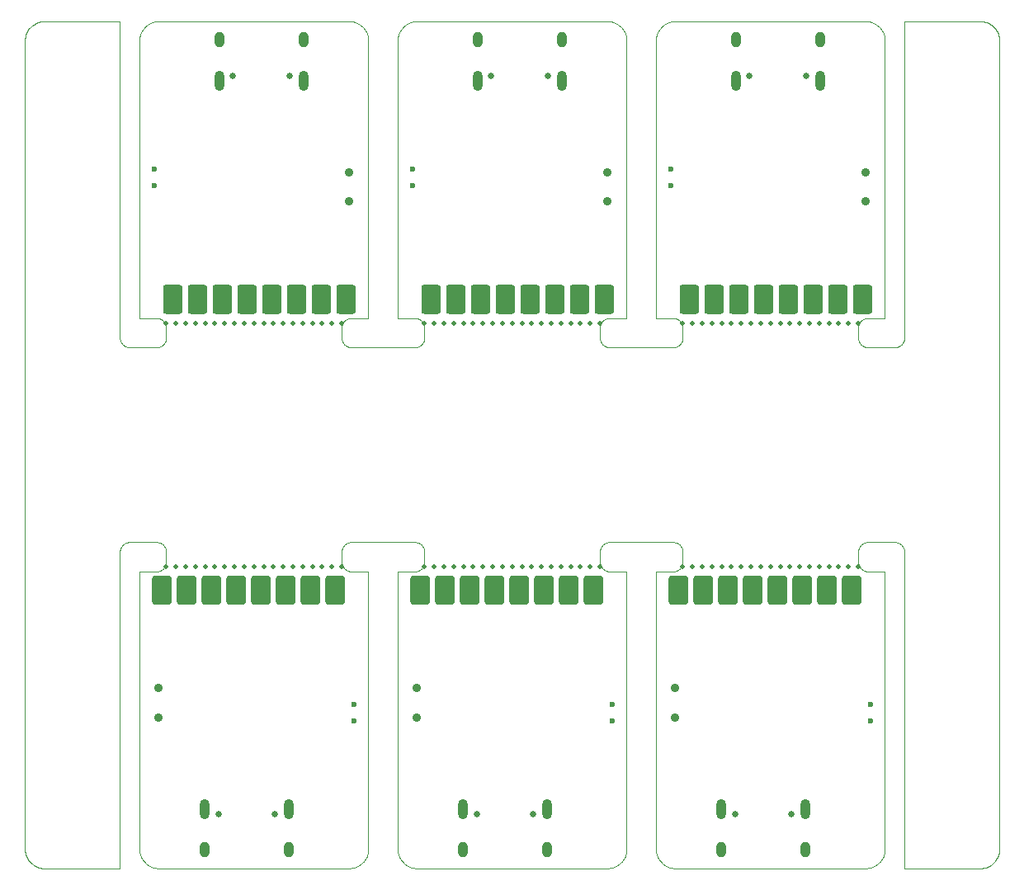
<source format=gbr>
G04 #@! TF.GenerationSoftware,KiCad,Pcbnew,6.0.10+dfsg-1~bpo11+1*
G04 #@! TF.ProjectId,panel,70616e65-6c2e-46b6-9963-61645f706362,rev?*
G04 #@! TF.SameCoordinates,Original*
G04 #@! TF.FileFunction,Soldermask,Bot*
G04 #@! TF.FilePolarity,Negative*
%FSLAX46Y46*%
G04 Gerber Fmt 4.6, Leading zero omitted, Abs format (unit mm)*
%MOMM*%
%LPD*%
G01*
G04 APERTURE LIST*
G04 #@! TA.AperFunction,Profile*
%ADD10C,0.100000*%
G04 #@! TD*
%ADD11C,0.500000*%
%ADD12C,0.650000*%
%ADD13O,1.000000X2.100000*%
%ADD14O,1.000000X1.600000*%
%ADD15C,0.600000*%
%ADD16C,0.900000*%
G04 APERTURE END LIST*
D10*
X165883099Y-52951681D02*
X165859148Y-52993960D01*
X159119276Y-20199101D02*
X159050223Y-20167373D01*
X136762272Y-76475000D02*
X136762027Y-76475003D01*
X108241655Y-106949798D02*
X108242136Y-106949702D01*
X186259023Y-20687854D02*
X186208078Y-20631466D01*
X163495441Y-105909375D02*
X163495561Y-105909598D01*
X197758929Y-106503331D02*
X197759124Y-106503182D01*
X159318505Y-106640317D02*
X159381958Y-106598498D01*
X132797010Y-20296284D02*
X132731521Y-20257733D01*
X109240122Y-73475000D02*
X112009877Y-73475000D01*
X165433278Y-50570053D02*
X165476681Y-50591900D01*
X157510718Y-52630262D02*
X157504770Y-52582036D01*
X157640851Y-73956039D02*
X157666847Y-73914987D01*
X131838634Y-20002246D02*
X131756331Y-20000160D01*
X197431919Y-20231017D02*
X197431699Y-20230910D01*
X98731017Y-105881919D02*
X98736310Y-105892433D01*
X110293803Y-105364937D02*
X110310982Y-105438964D01*
X185527181Y-20157481D02*
X185526947Y-20157385D01*
X185040539Y-20021498D02*
X185040288Y-20021462D01*
X165518960Y-76334148D02*
X165476681Y-76358099D01*
X138661365Y-20002246D02*
X138661112Y-20002255D01*
X110601643Y-20867831D02*
X110601501Y-20868041D01*
X131256460Y-76149841D02*
X131224721Y-76113047D01*
X99746188Y-20148106D02*
X99745958Y-20148191D01*
X163253522Y-50472517D02*
X163253902Y-50472829D01*
X132140127Y-20038705D02*
X132065325Y-20025298D01*
X197254041Y-106801808D02*
X197265023Y-106797571D01*
X165035096Y-106938138D02*
X165035348Y-106938166D01*
X197759124Y-20446817D02*
X197758929Y-20446668D01*
X188755125Y-106948646D02*
X188755558Y-106948877D01*
X133323545Y-106184030D02*
X133323703Y-106183831D01*
X163252170Y-76478902D02*
X163251878Y-76479296D01*
X137381280Y-20542093D02*
X137363289Y-20559195D01*
X164543624Y-20129195D02*
X164473052Y-20157385D01*
X165883099Y-50998318D02*
X165904946Y-51041721D01*
X164835309Y-20043749D02*
X164835062Y-20043803D01*
X98736310Y-105892433D02*
X98736541Y-105892866D01*
X112518960Y-73615851D02*
X112560012Y-73641847D01*
X99222120Y-20462220D02*
X99094879Y-20577544D01*
X110257387Y-76475416D02*
X110256917Y-76475559D01*
X110863289Y-106390804D02*
X110881280Y-106407906D01*
X138509877Y-53475000D02*
X131990122Y-53475000D01*
X131095053Y-51041721D02*
X131116900Y-50998318D01*
X110256455Y-76475724D02*
X110256002Y-76475912D01*
X163256002Y-76475912D02*
X163255558Y-76476122D01*
X110251878Y-76479296D02*
X110251605Y-76479704D01*
X131256460Y-53149841D02*
X131224721Y-53113047D01*
X139383099Y-73998318D02*
X139404946Y-74041721D01*
X164473052Y-20157385D02*
X164472818Y-20157481D01*
X99379002Y-20344371D02*
X99241070Y-20446668D01*
X160224743Y-105265075D02*
X160228501Y-105240539D01*
X163809372Y-20613108D02*
X163809195Y-20613289D01*
X186118533Y-20541921D02*
X186062145Y-20490976D01*
X132360713Y-106854181D02*
X132432623Y-106829601D01*
X184844737Y-50485718D02*
X184892963Y-50479770D01*
X112980974Y-74271861D02*
X112989281Y-74319737D01*
X198413660Y-21419753D02*
X198413518Y-21419284D01*
X185263484Y-20067330D02*
X185263240Y-20067264D01*
X132797227Y-106653583D02*
X132818292Y-106640453D01*
X186136710Y-106390804D02*
X186136891Y-106390627D01*
X112243668Y-20000160D02*
X112161365Y-20002246D01*
X110601501Y-106081958D02*
X110601643Y-106082168D01*
X163250003Y-76487027D02*
X163250000Y-76487272D01*
X110957073Y-20474478D02*
X110956878Y-20474640D01*
X100304239Y-20009909D02*
X100303751Y-20009957D01*
X139099740Y-73669826D02*
X139138047Y-73699721D01*
X111859623Y-106911246D02*
X111859872Y-106911294D01*
X184004770Y-51367963D02*
X184010718Y-51319737D01*
X163250160Y-21993668D02*
X163250158Y-21993794D01*
X198416800Y-105518902D02*
X198416862Y-105518664D01*
X133338897Y-20785796D02*
X133323703Y-20766168D01*
X132984030Y-106523545D02*
X133042926Y-106475521D01*
X136750081Y-50465681D02*
X136750129Y-50466169D01*
X188753159Y-20002811D02*
X188752811Y-20003159D01*
X164117831Y-106598356D02*
X164118041Y-106598498D01*
X137381466Y-106408078D02*
X137437854Y-106459023D01*
X188349740Y-53280173D02*
X188310012Y-53308152D01*
X136750129Y-50466169D02*
X136750201Y-50466655D01*
X111959711Y-20021462D02*
X111959460Y-20021498D01*
X138434674Y-106924701D02*
X138434924Y-106924743D01*
X111181494Y-106640317D02*
X111181707Y-106640453D01*
X131863930Y-20003528D02*
X131863677Y-20003512D01*
X139404946Y-51041721D02*
X139424637Y-51086144D01*
X165256207Y-106949999D02*
X165256333Y-106950000D01*
X163407385Y-21223052D02*
X163379195Y-21293624D01*
X136845818Y-105560713D02*
X136870398Y-105632623D01*
X157519025Y-52678138D02*
X157510718Y-52630262D01*
X136907385Y-105726947D02*
X136907481Y-105727181D01*
X159884028Y-20847252D02*
X159839049Y-20785999D01*
X108251195Y-74416423D02*
X108254770Y-74367963D01*
X165560012Y-53308152D02*
X165518960Y-53334148D01*
X100291826Y-106938568D02*
X100292069Y-106938601D01*
X136960141Y-105841791D02*
X136960256Y-105842017D01*
X112433278Y-50570053D02*
X112476681Y-50591900D01*
X157504770Y-75582036D02*
X157501195Y-75533576D01*
X138933278Y-76379946D02*
X138888855Y-76399637D01*
X158338887Y-20002255D02*
X158338634Y-20002246D01*
X137160950Y-20785999D02*
X137115971Y-20847252D01*
X163262272Y-50475000D02*
X165009877Y-50475000D01*
X99388824Y-106612549D02*
X99389232Y-106612822D01*
X111035999Y-20410950D02*
X111035796Y-20411102D01*
X111859623Y-20038753D02*
X111835309Y-20043749D01*
X160249839Y-104956331D02*
X160249841Y-104956205D01*
X110407385Y-105726947D02*
X110407481Y-105727181D01*
X188493539Y-53149841D02*
X188460033Y-53185033D01*
X131611144Y-50550362D02*
X131656480Y-50532874D01*
X186398356Y-106082168D02*
X186398498Y-106081958D01*
X188674637Y-74086144D02*
X188692125Y-74131480D01*
X110407385Y-21223052D02*
X110379195Y-21293624D01*
X108246477Y-106947517D02*
X108246840Y-106947188D01*
X110937854Y-106459023D02*
X110938045Y-106459190D01*
X99241070Y-106503331D02*
X99379002Y-106605628D01*
X164934674Y-20025298D02*
X164859872Y-20038705D01*
X133740190Y-76475057D02*
X133737972Y-76475003D01*
X186136710Y-20559195D02*
X186118719Y-20542093D01*
X108539966Y-53185033D02*
X108506460Y-53149841D01*
X164639286Y-20095818D02*
X164567376Y-20120398D01*
X111015969Y-106523545D02*
X111016168Y-106523703D01*
X133620895Y-21293861D02*
X133620804Y-21293624D01*
X131057874Y-51131480D02*
X131075362Y-51086144D01*
X164567376Y-106829601D02*
X164639286Y-106854181D01*
X186453583Y-20952772D02*
X186440453Y-20931707D01*
X158565075Y-20025256D02*
X158540539Y-20021498D01*
X198413518Y-21419284D02*
X198409826Y-21408107D01*
X158640127Y-106911294D02*
X158640376Y-106911246D01*
X110251605Y-50470295D02*
X110251878Y-50470703D01*
X110250201Y-76483344D02*
X110250129Y-76483830D01*
X110615971Y-106102747D02*
X110660950Y-106164000D01*
X186724743Y-105265075D02*
X186728501Y-105240539D01*
X133682735Y-105463240D02*
X133688957Y-105439210D01*
X112107036Y-50479770D02*
X112155262Y-50485718D01*
X131743666Y-106950000D02*
X131743792Y-106949999D01*
X186749087Y-76481002D02*
X186748877Y-76480558D01*
X164472818Y-106792518D02*
X164473052Y-106792614D01*
X185902541Y-20365823D02*
X185882168Y-20351643D01*
X136750000Y-104943666D02*
X136750000Y-104943792D01*
X186550898Y-105819276D02*
X186582626Y-105750223D01*
X136752246Y-105038634D02*
X136752255Y-105038887D01*
X186492392Y-105931301D02*
X186504438Y-105909598D01*
X98511398Y-105157930D02*
X98511431Y-105158173D01*
X188555173Y-53074740D02*
X188525278Y-53113047D01*
X165058576Y-73476195D02*
X165107036Y-73479770D01*
X138236515Y-106882669D02*
X138236759Y-106882735D01*
X136754704Y-50473394D02*
X136755125Y-50473646D01*
X98830880Y-20899177D02*
X98830751Y-20899385D01*
X187759877Y-73475000D02*
X187808576Y-73476195D01*
X133118719Y-20542093D02*
X133118533Y-20541921D01*
X139138047Y-73699721D02*
X139174841Y-73731460D01*
X159759190Y-20688045D02*
X159759023Y-20687854D01*
X185336789Y-106861690D02*
X185360472Y-106854259D01*
X163661102Y-106164203D02*
X163676296Y-106183831D01*
X186323703Y-20766168D02*
X186323545Y-20765969D01*
X133539858Y-105841791D02*
X133550789Y-105819505D01*
X160039743Y-105842017D02*
X160039858Y-105841791D01*
X163460141Y-21108208D02*
X163449210Y-21130494D01*
X131010718Y-52630262D02*
X131004770Y-52582036D01*
X160182735Y-105463240D02*
X160188957Y-105439210D01*
X188583152Y-73914987D02*
X188609148Y-73956039D01*
X132619505Y-106750789D02*
X132641791Y-106739858D01*
X197768783Y-106495630D02*
X197777696Y-106487941D01*
X111035999Y-106539049D02*
X111097252Y-106584028D01*
X111736759Y-20067264D02*
X111736515Y-20067330D01*
X136750912Y-76481002D02*
X136750724Y-76481455D01*
X163615823Y-106102541D02*
X163615971Y-106102747D01*
X163250912Y-76481002D02*
X163250724Y-76481455D01*
X108773318Y-53358099D02*
X108731039Y-53334148D01*
X98730910Y-105881699D02*
X98731017Y-105881919D01*
X186323545Y-20765969D02*
X186275521Y-20707073D01*
X138434924Y-106924743D02*
X138459460Y-106928501D01*
X159543121Y-106475359D02*
X159561954Y-106459190D01*
X110258830Y-50474870D02*
X110259318Y-50474918D01*
X133749942Y-50465190D02*
X133749996Y-50462972D01*
X133740678Y-21810042D02*
X133738166Y-21785348D01*
X196708173Y-106938568D02*
X196878041Y-106913371D01*
X131194826Y-53074740D02*
X131166847Y-53035012D01*
X99931335Y-106866862D02*
X100097914Y-106908588D01*
X198490042Y-21803751D02*
X198488601Y-21792069D01*
X108243544Y-20000724D02*
X108243082Y-20000559D01*
X133738166Y-21785348D02*
X133738138Y-21785096D01*
X184095053Y-51041721D02*
X184116900Y-50998318D01*
X99222303Y-20462058D02*
X99222120Y-20462220D01*
X159839049Y-20785999D02*
X159838897Y-20785796D01*
X188730974Y-74271861D02*
X188739281Y-74319737D01*
X136756917Y-50474440D02*
X136757387Y-50474583D01*
X132239210Y-106888957D02*
X132263240Y-106882735D01*
X110345818Y-21389286D02*
X110345740Y-21389527D01*
X163288705Y-105340127D02*
X163288753Y-105340376D01*
X164639527Y-106854259D02*
X164663210Y-106861690D01*
X111835309Y-106906250D02*
X111859623Y-106911246D01*
X138976681Y-73591900D02*
X139018960Y-73615851D01*
X186259190Y-106261954D02*
X186275359Y-106243121D01*
X159823545Y-20765969D02*
X159775521Y-20707073D01*
X110250559Y-50468082D02*
X110250724Y-50468544D01*
X137790624Y-20245441D02*
X137790401Y-20245561D01*
X185263484Y-106882669D02*
X185336546Y-106861763D01*
X112433278Y-73570053D02*
X112476681Y-73591900D01*
X131057874Y-52818519D02*
X131042631Y-52772380D01*
X163345740Y-21389527D02*
X163338309Y-21413210D01*
X132456375Y-106820804D02*
X132526947Y-106792614D01*
X163601643Y-20867831D02*
X163601501Y-20868041D01*
X131361952Y-73699721D02*
X131400259Y-73669826D01*
X131611144Y-53399637D02*
X131566721Y-53379946D01*
X136755558Y-50473877D02*
X136756002Y-50474087D01*
X131702619Y-50517631D02*
X131749450Y-50504671D01*
X188093519Y-73532874D02*
X188138855Y-73550362D01*
X165859148Y-75993960D02*
X165833152Y-76035012D01*
X108366900Y-52951681D02*
X108345053Y-52908278D01*
X184140851Y-50956039D02*
X184166847Y-50914987D01*
X185065325Y-20025298D02*
X185065075Y-20025256D01*
X160241655Y-50474798D02*
X160242136Y-50474702D01*
X187857036Y-53470229D02*
X187808576Y-53473804D01*
X186746840Y-50472188D02*
X186747188Y-50471840D01*
X164663210Y-20088309D02*
X164639527Y-20095740D01*
X137363108Y-106390627D02*
X137363289Y-106390804D01*
X108539966Y-73764966D02*
X108575158Y-73731460D01*
X98590253Y-21407875D02*
X98590173Y-21408107D01*
X159690627Y-106336891D02*
X159690804Y-106336710D01*
X139275278Y-73836952D02*
X139305173Y-73875259D01*
X186620804Y-105656375D02*
X186620895Y-105656138D01*
X198053331Y-20741070D02*
X198053182Y-20740875D01*
X196683776Y-20009028D02*
X196512257Y-20000602D01*
X165035096Y-20011861D02*
X164959711Y-20021462D01*
X133661763Y-21413453D02*
X133661690Y-21413210D01*
X163938045Y-106459190D02*
X163956878Y-106475359D01*
X165980974Y-52678138D02*
X165970328Y-52725549D01*
X99077544Y-106355120D02*
X99077711Y-106355300D01*
X136960256Y-21107982D02*
X136960141Y-21108208D01*
X158111144Y-53399637D02*
X158066721Y-53379946D01*
X163724640Y-106243121D02*
X163740809Y-106261954D01*
X137880723Y-20199101D02*
X137880494Y-20199210D01*
X133492392Y-105931301D02*
X133504438Y-105909598D01*
X108242136Y-20000297D02*
X108241655Y-20000201D01*
X198490971Y-21816223D02*
X198490956Y-21815978D01*
X158202619Y-53432368D02*
X158156480Y-53417125D01*
X98830751Y-106050614D02*
X98830880Y-106050822D01*
X159402541Y-20365823D02*
X159382168Y-20351643D01*
X185983831Y-106523703D02*
X185984030Y-106523545D01*
X164835062Y-20043803D02*
X164761035Y-20060982D01*
X139470328Y-74224450D02*
X139480974Y-74271861D01*
X186724701Y-105265325D02*
X186724743Y-105265075D01*
X108247188Y-20003159D02*
X108246840Y-20002811D01*
X108246097Y-106947829D02*
X108246477Y-106947517D01*
X110546284Y-20952989D02*
X110507733Y-21018478D01*
X198162549Y-20888824D02*
X198155772Y-20879201D01*
X110275256Y-21684924D02*
X110271498Y-21709460D01*
X160092518Y-21222818D02*
X160082729Y-21200008D01*
X197068902Y-106866800D02*
X197080246Y-106863660D01*
X160250000Y-22006333D02*
X160249999Y-22006207D01*
X136752811Y-50471840D02*
X136753159Y-50472188D01*
X163254296Y-50473121D02*
X163254704Y-50473394D01*
X98736541Y-105892866D02*
X98742343Y-105903107D01*
X108249798Y-106941655D02*
X108249870Y-106941169D01*
X131140851Y-50956039D02*
X131166847Y-50914987D01*
X157501195Y-75533576D02*
X157500000Y-75484877D01*
X133062145Y-106459023D02*
X133118533Y-106408078D01*
X163293749Y-105364690D02*
X163293803Y-105364937D01*
X110250158Y-104956205D02*
X110250160Y-104956331D01*
X131939704Y-20009299D02*
X131863930Y-20003528D01*
X185164937Y-106906196D02*
X185238964Y-106889017D01*
X184964651Y-106938166D02*
X184964903Y-106938138D01*
X188752482Y-106946477D02*
X188752811Y-106946840D01*
X98500000Y-104937727D02*
X98500003Y-104937972D01*
X163256917Y-50474440D02*
X163257387Y-50474583D01*
X184566721Y-73570053D02*
X184611144Y-73550362D01*
X165638047Y-50699721D02*
X165674841Y-50731460D01*
X165942125Y-51131480D02*
X165957368Y-51177619D01*
X185238964Y-20060982D02*
X185164937Y-20043803D01*
X98509957Y-105146248D02*
X98511398Y-105157930D01*
X112035348Y-20011833D02*
X112035096Y-20011861D01*
X157595053Y-74041721D02*
X157616900Y-73998318D01*
X133749702Y-50467136D02*
X133749798Y-50466655D01*
X159464000Y-20410950D02*
X159402747Y-20365971D01*
X186742612Y-50474583D02*
X186743082Y-50474440D01*
X188750297Y-106942136D02*
X188750416Y-106942612D01*
X188762272Y-106950000D02*
X196487727Y-106950000D01*
X131439987Y-50641847D02*
X131481039Y-50615851D01*
X184749450Y-50504671D02*
X184796861Y-50494025D01*
X110251878Y-50470703D02*
X110252170Y-50471097D01*
X164380723Y-20199101D02*
X164380494Y-20199210D01*
X131029671Y-51224450D02*
X131042631Y-51177619D01*
X163310982Y-105438964D02*
X163311042Y-105439210D01*
X160092614Y-105726947D02*
X160120804Y-105656375D01*
X158066721Y-50570053D02*
X158111144Y-50550362D01*
X133654259Y-21389527D02*
X133654181Y-21389286D01*
X164663453Y-106861763D02*
X164736515Y-106882669D01*
X110660950Y-20785999D02*
X110615971Y-20847252D01*
X133749798Y-50466655D02*
X133749870Y-50466169D01*
X136754704Y-76476605D02*
X136754296Y-76476878D01*
X186661690Y-105536789D02*
X186661763Y-105536546D01*
X158066721Y-53379946D02*
X158023318Y-53358099D01*
X133582729Y-105749991D02*
X133592518Y-105727181D01*
X186747829Y-50471097D02*
X186748121Y-50470703D01*
X110250416Y-50467612D02*
X110250559Y-50468082D01*
X112060295Y-20009299D02*
X112060042Y-20009321D01*
X198490090Y-105145760D02*
X198490956Y-105134021D01*
X198162549Y-106061175D02*
X198162822Y-106060767D01*
X131361952Y-50699721D02*
X131400259Y-50669826D01*
X131964903Y-20011861D02*
X131964651Y-20011833D01*
X157939987Y-73641847D02*
X157981039Y-73615851D01*
X185731301Y-20257607D02*
X185709598Y-20245561D01*
X197091892Y-20090173D02*
X197080715Y-20086481D01*
X138535096Y-20011861D02*
X138459711Y-20021462D01*
X139275278Y-76113047D02*
X139243539Y-76149841D01*
X110250003Y-76487027D02*
X110250000Y-76487272D01*
X185040288Y-20021462D02*
X184964903Y-20011861D01*
X110724640Y-106243121D02*
X110740809Y-106261954D01*
X133749942Y-76484809D02*
X133749918Y-76484318D01*
X110724478Y-106242926D02*
X110724640Y-106243121D01*
X110661102Y-20785796D02*
X110660950Y-20785999D01*
X112833152Y-50914987D02*
X112859148Y-50956039D01*
X137950008Y-20167270D02*
X137949776Y-20167373D01*
X112833152Y-76035012D02*
X112805173Y-76074740D01*
X110379195Y-21293624D02*
X110379104Y-21293861D01*
X163317264Y-21486759D02*
X163311042Y-21510789D01*
X163601501Y-20868041D02*
X163559682Y-20931494D01*
X198268982Y-21068080D02*
X198263689Y-21057566D01*
X186440317Y-20931494D02*
X186398498Y-20868041D01*
X163275298Y-105265325D02*
X163288705Y-105340127D01*
X188707368Y-52772380D02*
X188692125Y-52818519D01*
X110251353Y-76480125D02*
X110251122Y-76480558D01*
X164859623Y-20038753D02*
X164835309Y-20043749D01*
X110615823Y-20847458D02*
X110601643Y-20867831D01*
X188758344Y-20000201D02*
X188757863Y-20000297D01*
X111663453Y-106861763D02*
X111736515Y-106882669D01*
X186682669Y-105463484D02*
X186682735Y-105463240D01*
X163311042Y-105439210D02*
X163317264Y-105463240D01*
X99734522Y-20152615D02*
X99723762Y-20157385D01*
X157939987Y-50641847D02*
X157981039Y-50615851D01*
X185040288Y-106928537D02*
X185040539Y-106928501D01*
X133743082Y-76475559D02*
X133742612Y-76475416D01*
X111117831Y-106598356D02*
X111118041Y-106598498D01*
X133275359Y-20706878D02*
X133259190Y-20688045D01*
X112009877Y-53475000D02*
X109240122Y-53475000D01*
X110546284Y-105997010D02*
X110546416Y-105997227D01*
X163259321Y-105139957D02*
X163261833Y-105164651D01*
X112161365Y-106947753D02*
X112243668Y-106949839D01*
X160249870Y-50466169D02*
X160249918Y-50465681D01*
X133259023Y-20687854D02*
X133208078Y-20631466D01*
X108250000Y-52484877D02*
X108250000Y-20012272D01*
X110449101Y-21130723D02*
X110417373Y-21199776D01*
X197768403Y-106495941D02*
X197768783Y-106495630D01*
X163379195Y-21293624D02*
X163379104Y-21293861D01*
X158202619Y-76432368D02*
X158156480Y-76417125D01*
X186744874Y-50473646D02*
X186745295Y-50473394D01*
X163881280Y-20542093D02*
X163863289Y-20559195D01*
X110251122Y-50469441D02*
X110251353Y-50469874D01*
X157504770Y-74367963D02*
X157510718Y-74319737D01*
X112161112Y-20002255D02*
X112136322Y-20003512D01*
X197442433Y-106713689D02*
X197442866Y-106713458D01*
X112883099Y-73998318D02*
X112904946Y-74041721D01*
X112743539Y-76149841D02*
X112710033Y-76185033D01*
X188633099Y-73998318D02*
X188654946Y-74041721D01*
X137291921Y-106318533D02*
X137292093Y-106318719D01*
X198263689Y-21057566D02*
X198263458Y-21057133D01*
X163256455Y-76475724D02*
X163256002Y-76475912D01*
X163251353Y-76480125D02*
X163251122Y-76480558D01*
X186749870Y-50466169D02*
X186749918Y-50465681D01*
X136759809Y-50474942D02*
X136762027Y-50474996D01*
X184892963Y-53470229D02*
X184844737Y-53464281D01*
X160238166Y-105164651D02*
X160240678Y-105139957D01*
X131029671Y-74224450D02*
X131042631Y-74177619D01*
X188753522Y-20002482D02*
X188753159Y-20002811D01*
X185336546Y-106861763D02*
X185336789Y-106861690D01*
X165995229Y-75582036D02*
X165989281Y-75630262D01*
X112775278Y-50836952D02*
X112805173Y-50875259D01*
X133749918Y-76484318D02*
X133749870Y-76483830D01*
X159940453Y-106018292D02*
X159953583Y-105997227D01*
X185065075Y-106924743D02*
X185065325Y-106924701D01*
X163250000Y-76487272D02*
X163250000Y-104943666D01*
X132456138Y-106820895D02*
X132456375Y-106820804D01*
X133749275Y-50468544D02*
X133749440Y-50468082D01*
X112775278Y-53113047D02*
X112743539Y-53149841D01*
X110252170Y-76478902D02*
X110251878Y-76479296D01*
X110956878Y-20474640D02*
X110938045Y-20490809D01*
X165060042Y-106940678D02*
X165060295Y-106940700D01*
X110495561Y-21040401D02*
X110495441Y-21040624D01*
X110345740Y-21389527D02*
X110338309Y-21413210D01*
X186688957Y-21510789D02*
X186682735Y-21486759D01*
X111035796Y-20411102D02*
X111016168Y-20426296D01*
X111543861Y-106820895D02*
X111567138Y-106829516D01*
X160092518Y-105727181D02*
X160092614Y-105726947D01*
X197265023Y-106797571D02*
X197265477Y-106797384D01*
X185881958Y-106598498D02*
X185882168Y-106598356D01*
X133748121Y-50470703D02*
X133748394Y-50470295D01*
X197080715Y-20086481D02*
X197080246Y-20086339D01*
X98536628Y-105328041D02*
X98536667Y-105328283D01*
X110345740Y-105560472D02*
X110345818Y-105560713D01*
X184194826Y-76074740D02*
X184166847Y-76035012D01*
X160120895Y-21293861D02*
X160120804Y-21293624D01*
X197080246Y-106863660D02*
X197080715Y-106863518D01*
X163259299Y-105139704D02*
X163259321Y-105139957D01*
X163251122Y-76480558D02*
X163250912Y-76481002D01*
X188755558Y-106948877D02*
X188756002Y-106949087D01*
X160082626Y-21199776D02*
X160050898Y-21130723D01*
X196902085Y-20041411D02*
X196901846Y-20041354D01*
X112883099Y-52951681D02*
X112859148Y-52993960D01*
X112518960Y-53334148D02*
X112476681Y-53358099D01*
X157542631Y-75772380D02*
X157529671Y-75725549D01*
X188750129Y-20008830D02*
X188750081Y-20009318D01*
X186746487Y-105063677D02*
X186747744Y-105038887D01*
X137880494Y-106750789D02*
X137880723Y-106750898D01*
X158664937Y-106906196D02*
X158738964Y-106889017D01*
X137597458Y-106584176D02*
X137617831Y-106598356D01*
X163261833Y-105164651D02*
X163261861Y-105164903D01*
X109094737Y-73485718D02*
X109142963Y-73479770D01*
X164859872Y-20038705D02*
X164859623Y-20038753D01*
X160244441Y-76476122D02*
X160243997Y-76475912D01*
X133706250Y-105364690D02*
X133711246Y-105340376D01*
X110250000Y-104943792D02*
X110250158Y-104956205D01*
X165388855Y-73550362D02*
X165433278Y-73570053D01*
X136960141Y-21108208D02*
X136949210Y-21130494D01*
X98509028Y-21816223D02*
X98500602Y-21987742D01*
X186728537Y-21709711D02*
X186728501Y-21709460D01*
X99094879Y-20577544D02*
X99094699Y-20577711D01*
X157825158Y-76218539D02*
X157789966Y-76185033D01*
X158932861Y-20120483D02*
X158932623Y-20120398D01*
X184029671Y-74224450D02*
X184042631Y-74177619D01*
X136754296Y-50473121D02*
X136754704Y-50473394D01*
X186061954Y-20490809D02*
X186043121Y-20474640D01*
X136917270Y-105749991D02*
X136917373Y-105750223D01*
X110495441Y-21040624D02*
X110460256Y-21107982D01*
X197068664Y-106866862D02*
X197068902Y-106866800D01*
X165155262Y-50485718D02*
X165203138Y-50494025D01*
X163255558Y-76476122D02*
X163255125Y-76476353D01*
X186745295Y-76476605D02*
X186744874Y-76476353D01*
X165998804Y-51416423D02*
X166000000Y-51465122D01*
X131702619Y-76432368D02*
X131656480Y-76417125D01*
X133745703Y-76476878D02*
X133745295Y-76476605D01*
X157900259Y-73669826D02*
X157939987Y-73641847D01*
X133706250Y-21585309D02*
X133706196Y-21585062D01*
X138236515Y-20067330D02*
X138163453Y-20088236D01*
X163253159Y-76477811D02*
X163252811Y-76478159D01*
X157724721Y-53113047D02*
X157694826Y-53074740D01*
X159297010Y-106653715D02*
X159297227Y-106653583D01*
X132964000Y-106539049D02*
X132964203Y-106538897D01*
X108269025Y-52678138D02*
X108260718Y-52630262D01*
X133190627Y-106336891D02*
X133190804Y-106336710D01*
X159209598Y-20245561D02*
X159209375Y-20245441D01*
X157825158Y-50731460D02*
X157861952Y-50699721D01*
X132881958Y-106598498D02*
X132882168Y-106598356D01*
X163792093Y-106318719D02*
X163809195Y-106336710D01*
X112243794Y-106949841D02*
X112256207Y-106949999D01*
X188751353Y-106944874D02*
X188751605Y-106945295D01*
X184400259Y-53280173D02*
X184361952Y-53250278D01*
X98657385Y-21223762D02*
X98652615Y-21234522D01*
X111472818Y-106792518D02*
X111473052Y-106792614D01*
X184566721Y-76379946D02*
X184523318Y-76358099D01*
X112203138Y-50494025D02*
X112250549Y-50504671D01*
X98742466Y-21046680D02*
X98742343Y-21046892D01*
X111016168Y-20426296D02*
X111015969Y-20426454D01*
X164035796Y-106538897D02*
X164035999Y-106539049D01*
X188757863Y-106949702D02*
X188758344Y-106949798D01*
X137437854Y-106459023D02*
X137438045Y-106459190D01*
X138756207Y-20000000D02*
X138743794Y-20000158D01*
X186550898Y-21130723D02*
X186550789Y-21130494D01*
X160240700Y-21810295D02*
X160240678Y-21810042D01*
X136761861Y-105164903D02*
X136771462Y-105240288D01*
X184004770Y-74367963D02*
X184010718Y-74319737D01*
X164268478Y-106692266D02*
X164268698Y-106692392D01*
X137101501Y-20868041D02*
X137059682Y-20931494D01*
X99723538Y-20157488D02*
X99568300Y-20230910D01*
X111663210Y-106861690D02*
X111663453Y-106861763D01*
X159464000Y-106539049D02*
X159464203Y-106538897D01*
X112942125Y-51131480D02*
X112957368Y-51177619D01*
X112256207Y-20000000D02*
X112243794Y-20000158D01*
X163271498Y-21709460D02*
X163271462Y-21709711D01*
X184523318Y-53358099D02*
X184481039Y-53334148D01*
X99077711Y-20594699D02*
X99077544Y-20594879D01*
X164959711Y-20021462D02*
X164959460Y-20021498D01*
X184611144Y-53399637D02*
X184566721Y-53379946D01*
X110250912Y-50468997D02*
X110251122Y-50469441D01*
X185456138Y-106820895D02*
X185456375Y-106820804D01*
X99557566Y-106713689D02*
X99568080Y-106718982D01*
X184010718Y-74319737D02*
X184019025Y-74271861D01*
X163250000Y-104943666D02*
X163250000Y-104943792D01*
X133747744Y-21911112D02*
X133746487Y-21886322D01*
X159838897Y-106164203D02*
X159839049Y-106164000D01*
X186550789Y-105819505D02*
X186550898Y-105819276D01*
X110661102Y-106164203D02*
X110676296Y-106183831D01*
X163258830Y-50474870D02*
X163259318Y-50474918D01*
X165161112Y-20002255D02*
X165136322Y-20003512D01*
X186737972Y-50474996D02*
X186740190Y-50474942D01*
X131001195Y-52533576D02*
X131000000Y-52484877D01*
X131361952Y-53250278D02*
X131325158Y-53218539D01*
X133629516Y-105632861D02*
X133629601Y-105632623D01*
X138163453Y-20088236D02*
X138163210Y-20088309D01*
X99907875Y-106859746D02*
X99908107Y-106859826D01*
X163345818Y-21389286D02*
X163345740Y-21389527D01*
X160249440Y-50468082D02*
X160249583Y-50467612D01*
X131566721Y-73570053D02*
X131611144Y-73550362D01*
X186042926Y-20474478D02*
X185984030Y-20426454D01*
X138655262Y-50485718D02*
X138703138Y-50494025D01*
X164543624Y-106820804D02*
X164543861Y-106820895D01*
X138797380Y-53432368D02*
X138750549Y-53445328D01*
X139457368Y-51177619D02*
X139470328Y-51224450D01*
X131439987Y-76308152D02*
X131400259Y-76280173D01*
X186504558Y-21040624D02*
X186504438Y-21040401D01*
X164567138Y-20120483D02*
X164543861Y-20129104D01*
X131892963Y-73479770D02*
X131941423Y-73476195D01*
X139489281Y-75630262D02*
X139480974Y-75678138D01*
X139210033Y-50764966D02*
X139243539Y-50800158D01*
X108816721Y-53379946D02*
X108773318Y-53358099D01*
X137790401Y-20245561D02*
X137768698Y-20257607D01*
X131481039Y-76334148D02*
X131439987Y-76308152D01*
X133740190Y-50474942D02*
X133740681Y-50474918D01*
X136775298Y-105265325D02*
X136788705Y-105340127D01*
X138933278Y-53379946D02*
X138888855Y-53399637D01*
X186706250Y-21585309D02*
X186706196Y-21585062D01*
X110252246Y-105038634D02*
X110252255Y-105038887D01*
X159231521Y-106692266D02*
X159297010Y-106653715D01*
X137059546Y-20931707D02*
X137046416Y-20952772D01*
X136960256Y-105842017D02*
X136995441Y-105909375D01*
X163791921Y-106318533D02*
X163792093Y-106318719D01*
X159636710Y-20559195D02*
X159618719Y-20542093D01*
X108240190Y-106949942D02*
X108240681Y-106949918D01*
X132964203Y-106538897D02*
X132983831Y-106523703D01*
X184004770Y-52582036D02*
X184001195Y-52533576D01*
X110407481Y-105727181D02*
X110417270Y-105749991D01*
X131075362Y-74086144D02*
X131095053Y-74041721D01*
X163338309Y-105536789D02*
X163345740Y-105560472D01*
X196683776Y-106940971D02*
X196684021Y-106940956D01*
X164035999Y-106539049D02*
X164097252Y-106584028D01*
X133629601Y-21317376D02*
X133629516Y-21317138D01*
X164118041Y-20351501D02*
X164117831Y-20351643D01*
X108952619Y-73517631D02*
X108999450Y-73504671D01*
X159026947Y-20157385D02*
X158956375Y-20129195D01*
X160242612Y-76475416D02*
X160242136Y-76475297D01*
X159898498Y-106081958D02*
X159940317Y-106018505D01*
X138797380Y-73517631D02*
X138843519Y-73532874D01*
X108241169Y-20000129D02*
X108240681Y-20000081D01*
X132731301Y-20257607D02*
X132709598Y-20245561D01*
X188609148Y-52993960D02*
X188583152Y-53035012D01*
X108390851Y-73956039D02*
X108416847Y-73914987D01*
X198463332Y-21621716D02*
X198461320Y-21610119D01*
X165107036Y-73479770D02*
X165155262Y-73485718D01*
X99546680Y-106707533D02*
X99546892Y-106707656D01*
X158023318Y-50591900D02*
X158066721Y-50570053D01*
X160249918Y-76484318D02*
X160249870Y-76483830D01*
X136907481Y-21222818D02*
X136907385Y-21223052D01*
X133737727Y-50475000D02*
X133737972Y-50474996D01*
X139243539Y-73800158D02*
X139275278Y-73836952D01*
X112058576Y-53473804D02*
X112009877Y-53475000D01*
X186740678Y-105139957D02*
X186740700Y-105139704D01*
X99568300Y-106719089D02*
X99723538Y-106792511D01*
X138043861Y-106820895D02*
X138067138Y-106829516D01*
X157616900Y-50998318D02*
X157640851Y-50956039D01*
X165476681Y-50591900D02*
X165518960Y-50615851D01*
X100097914Y-106908588D02*
X100098153Y-106908645D01*
X111450008Y-106782729D02*
X111472818Y-106792518D01*
X131095053Y-75908278D02*
X131075362Y-75863855D01*
X136775298Y-21684674D02*
X136775256Y-21684924D01*
X198409826Y-105541892D02*
X198413518Y-105530715D01*
X184523318Y-73591900D02*
X184566721Y-73570053D01*
X165743539Y-50800158D02*
X165775278Y-50836952D01*
X163345818Y-105560713D02*
X163370398Y-105632623D01*
X131523318Y-50591900D02*
X131566721Y-50570053D01*
X186738138Y-105164903D02*
X186738166Y-105164651D01*
X184194826Y-73875259D02*
X184224721Y-73836952D01*
X186492266Y-21018478D02*
X186453715Y-20952989D01*
X108269025Y-74271861D02*
X108279671Y-74224450D01*
X112035348Y-106938166D02*
X112060042Y-106940678D01*
X158763484Y-106882669D02*
X158836546Y-106861763D01*
X165599740Y-73669826D02*
X165638047Y-73699721D01*
X186592614Y-105726947D02*
X186620804Y-105656375D01*
X131796861Y-76455974D02*
X131749450Y-76445328D01*
X136753902Y-50472829D02*
X136754296Y-50473121D01*
X131400259Y-53280173D02*
X131361952Y-53250278D01*
X196695760Y-106940090D02*
X196696248Y-106940042D01*
X131166847Y-50914987D02*
X131194826Y-50875259D01*
X186744441Y-50473877D02*
X186744874Y-50473646D01*
X131964651Y-106938166D02*
X131964903Y-106938138D01*
X112775278Y-76113047D02*
X112743539Y-76149841D01*
X157981039Y-50615851D02*
X158023318Y-50591900D01*
X110252811Y-76478159D02*
X110252482Y-76478522D01*
X163275256Y-21684924D02*
X163271498Y-21709460D01*
X186398498Y-20868041D02*
X186398356Y-20867831D01*
X197453107Y-20242343D02*
X197442866Y-20236541D01*
X133689017Y-105438964D02*
X133706196Y-105364937D01*
X185456375Y-20129195D02*
X185456138Y-20129104D01*
X197453319Y-20242466D02*
X197453107Y-20242343D01*
X131042631Y-75772380D02*
X131029671Y-75725549D01*
X157501195Y-52533576D02*
X157500000Y-52484877D01*
X110881466Y-106408078D02*
X110937854Y-106459023D01*
X110253528Y-105063930D02*
X110259299Y-105139704D01*
X184749450Y-73504671D02*
X184796861Y-73494025D01*
X163559682Y-106018505D02*
X163601501Y-106081958D01*
X165904946Y-74041721D02*
X165924637Y-74086144D01*
X188750057Y-106940190D02*
X188750081Y-106940681D01*
X108279671Y-52725549D02*
X108269025Y-52678138D01*
X184325158Y-73731460D02*
X184361952Y-73699721D01*
X137535999Y-20410950D02*
X137535796Y-20411102D01*
X165058576Y-76473804D02*
X165009877Y-76475000D01*
X131702619Y-53432368D02*
X131656480Y-53417125D01*
X99240875Y-20446817D02*
X99231596Y-20454058D01*
X132432861Y-106829516D02*
X132456138Y-106820895D01*
X99399385Y-106619248D02*
X99546680Y-106707533D01*
X160249999Y-104943792D02*
X160250000Y-104943666D01*
X163251605Y-50470295D02*
X163251878Y-50470703D01*
X186746471Y-21886069D02*
X186740700Y-21810295D01*
X108237727Y-20000000D02*
X100512272Y-20000000D01*
X110317264Y-105463240D02*
X110317330Y-105463484D01*
X157500000Y-51465122D02*
X157501195Y-51416423D01*
X165388855Y-76399637D02*
X165343519Y-76417125D01*
X136845740Y-21389527D02*
X136838309Y-21413210D01*
X133582626Y-105750223D02*
X133582729Y-105749991D01*
X110250416Y-76482387D02*
X110250297Y-76482863D01*
X188751878Y-20004296D02*
X188751605Y-20004704D01*
X163271462Y-21709711D02*
X163261861Y-21785096D01*
X110250559Y-76481917D02*
X110250416Y-76482387D01*
X159618533Y-20541921D02*
X159562145Y-20490976D01*
X184756331Y-20000160D02*
X184756205Y-20000158D01*
X159953583Y-105997227D02*
X159953715Y-105997010D01*
X133338897Y-106164203D02*
X133339049Y-106164000D01*
X165343519Y-73532874D02*
X165388855Y-73550362D01*
X131075362Y-51086144D02*
X131095053Y-51041721D01*
X184863930Y-106946471D02*
X184939704Y-106940700D01*
X136756917Y-76475559D02*
X136756455Y-76475724D01*
X186750000Y-22006333D02*
X186749999Y-22006207D01*
X110259318Y-76475081D02*
X110258830Y-76475129D01*
X158363677Y-106946487D02*
X158363930Y-106946471D01*
X186275521Y-106242926D02*
X186323545Y-106184030D01*
X196487972Y-20000003D02*
X196487727Y-20000000D01*
X137597252Y-20365971D02*
X137535999Y-20410950D01*
X184256460Y-76149841D02*
X184224721Y-76113047D01*
X158540539Y-106928501D02*
X158565075Y-106924743D01*
X108243082Y-106949440D02*
X108243544Y-106949275D01*
X136751878Y-50470703D02*
X136752170Y-50471097D01*
X133737972Y-50474996D02*
X133740190Y-50474942D01*
X138607036Y-53470229D02*
X138558576Y-53473804D01*
X198500000Y-104937727D02*
X198500000Y-22012272D01*
X159953583Y-20952772D02*
X159940453Y-20931707D01*
X157724721Y-76113047D02*
X157694826Y-76074740D01*
X112924637Y-75863855D02*
X112904946Y-75908278D01*
X165203138Y-73494025D02*
X165250549Y-73504671D01*
X133747188Y-76478159D02*
X133746840Y-76477811D01*
X132983831Y-106523703D02*
X132984030Y-106523545D01*
X111859872Y-106911294D02*
X111934674Y-106924701D01*
X198458588Y-21597914D02*
X198416862Y-21431335D01*
X164567138Y-106829516D02*
X164567376Y-106829601D01*
X112998804Y-75533576D02*
X112995229Y-75582036D01*
X159690627Y-20613108D02*
X159636891Y-20559372D01*
X98536667Y-21621716D02*
X98536628Y-21621958D01*
X160237972Y-76475003D02*
X160237727Y-76475000D01*
X157640851Y-75993960D02*
X157616900Y-75951681D01*
X159690804Y-106336710D02*
X159707906Y-106318719D01*
X139333152Y-76035012D02*
X139305173Y-76074740D01*
X131481039Y-53334148D02*
X131439987Y-53308152D01*
X131000000Y-74465122D02*
X131001195Y-74416423D01*
X159483831Y-20426296D02*
X159464203Y-20411102D01*
X111097458Y-20365823D02*
X111097252Y-20365971D01*
X163250559Y-50468082D02*
X163250724Y-50468544D01*
X138535096Y-106938138D02*
X138535348Y-106938166D01*
X158464903Y-106938138D02*
X158540288Y-106928537D01*
X133747753Y-105038634D02*
X133749839Y-104956331D01*
X112710033Y-53185033D02*
X112674841Y-53218539D01*
X131289966Y-73764966D02*
X131325158Y-73731460D01*
X186384028Y-20847252D02*
X186339049Y-20785999D01*
X138260789Y-20061042D02*
X138236759Y-20067264D01*
X138756333Y-106950000D02*
X158243666Y-106950000D01*
X185456138Y-20129104D02*
X185432861Y-20120483D01*
X112297380Y-73517631D02*
X112343519Y-73532874D01*
X163258344Y-76475201D02*
X163257863Y-76475297D01*
X157557874Y-51131480D02*
X157575362Y-51086144D01*
X112433278Y-76379946D02*
X112388855Y-76399637D01*
X110258344Y-76475201D02*
X110257863Y-76475297D01*
X158392963Y-53470229D02*
X158344737Y-53464281D01*
X137880494Y-20199210D02*
X137858208Y-20210141D01*
X131194826Y-73875259D02*
X131224721Y-73836952D01*
X112297380Y-76432368D02*
X112250549Y-76445328D01*
X139480974Y-51271861D02*
X139489281Y-51319737D01*
X186338897Y-106164203D02*
X186339049Y-106164000D01*
X163259318Y-50474918D02*
X163259809Y-50474942D01*
X131166847Y-76035012D02*
X131140851Y-75993960D01*
X131749450Y-50504671D02*
X131796861Y-50494025D01*
X110338236Y-105536546D02*
X110338309Y-105536789D01*
X133745703Y-50473121D02*
X133746097Y-50472829D01*
X133398498Y-20868041D02*
X133398356Y-20867831D01*
X165674841Y-53218539D02*
X165638047Y-53250278D01*
X139457368Y-75772380D02*
X139442125Y-75818519D01*
X110259299Y-21810295D02*
X110253528Y-21886069D01*
X111202989Y-20296284D02*
X111202772Y-20296416D01*
X164959460Y-106928501D02*
X164959711Y-106928537D01*
X110937854Y-20490976D02*
X110881466Y-20541921D01*
X112599740Y-50669826D02*
X112638047Y-50699721D01*
X159636891Y-20559372D02*
X159636710Y-20559195D01*
X98844371Y-20879002D02*
X98844227Y-20879201D01*
X98742466Y-105903319D02*
X98830751Y-106050614D01*
X139018960Y-76334148D02*
X138976681Y-76358099D01*
X137363108Y-20559372D02*
X137309372Y-20613108D01*
X137880723Y-106750898D02*
X137949776Y-106782626D01*
X133747744Y-105038887D02*
X133747753Y-105038634D01*
X109094737Y-53464281D02*
X109046861Y-53455974D01*
X110250297Y-76482863D02*
X110250201Y-76483344D01*
X110370398Y-105632623D02*
X110370483Y-105632861D01*
X131838634Y-106947753D02*
X131838887Y-106947744D01*
X157666847Y-76035012D02*
X157640851Y-75993960D01*
X110250160Y-21993668D02*
X110250158Y-21993794D01*
X138756207Y-106949999D02*
X138756333Y-106950000D01*
X137363289Y-106390804D02*
X137381280Y-106407906D01*
X186629516Y-21317138D02*
X186620895Y-21293861D01*
X131001195Y-74416423D02*
X131004770Y-74367963D01*
X184611144Y-50550362D02*
X184656480Y-50532874D01*
X131400259Y-76280173D02*
X131361952Y-76250278D01*
X188745229Y-74367963D02*
X188748804Y-74416423D01*
X112674841Y-53218539D02*
X112638047Y-53250278D01*
X98586339Y-105530246D02*
X98586481Y-105530715D01*
X108292631Y-74177619D02*
X108307874Y-74131480D01*
X188754296Y-106948121D02*
X188754704Y-106948394D01*
X186492266Y-105931521D02*
X186492392Y-105931301D01*
X198413660Y-105530246D02*
X198416800Y-105518902D01*
X160050789Y-105819505D02*
X160050898Y-105819276D01*
X159636891Y-106390627D02*
X159690627Y-106336891D01*
X139480974Y-75678138D02*
X139470328Y-75725549D01*
X133741169Y-76475129D02*
X133740681Y-76475081D01*
X184029671Y-75725549D02*
X184019025Y-75678138D01*
X132140127Y-106911294D02*
X132140376Y-106911246D01*
X136838236Y-105536546D02*
X136838309Y-105536789D01*
X133740700Y-21810295D02*
X133740678Y-21810042D01*
X131941423Y-53473804D02*
X131892963Y-53470229D01*
X136838309Y-105536789D02*
X136845740Y-105560472D01*
X158464903Y-20011861D02*
X158464651Y-20011833D01*
X165970328Y-74224450D02*
X165980974Y-74271861D01*
X108240681Y-20000081D02*
X108240190Y-20000057D01*
X108248121Y-106945703D02*
X108248394Y-106945295D01*
X112343519Y-50532874D02*
X112388855Y-50550362D01*
X164934674Y-106924701D02*
X164934924Y-106924743D01*
X131656480Y-76417125D02*
X131611144Y-76399637D01*
X112805173Y-76074740D02*
X112775278Y-76113047D01*
X160004438Y-21040401D02*
X159992392Y-21018698D01*
X133750000Y-76487272D02*
X133749996Y-76487027D01*
X111015969Y-20426454D02*
X110957073Y-20474478D01*
X131439987Y-73641847D02*
X131481039Y-73615851D01*
X158836789Y-106861690D02*
X158860472Y-106854259D01*
X110250129Y-76483830D02*
X110250081Y-76484318D01*
X110252811Y-50471840D02*
X110253159Y-50472188D01*
X188753902Y-20002170D02*
X188753522Y-20002482D01*
X165989281Y-74319737D02*
X165995229Y-74367963D01*
X160039743Y-21107982D02*
X160004558Y-21040624D01*
X136750201Y-50466655D02*
X136750297Y-50467136D01*
X99568080Y-106718982D02*
X99568300Y-106719089D01*
X158464651Y-106938166D02*
X158464903Y-106938138D01*
X136751122Y-50469441D02*
X136751353Y-50469874D01*
X132040539Y-20021498D02*
X132040288Y-20021462D01*
X163660950Y-106164000D02*
X163661102Y-106164203D01*
X133746097Y-76477170D02*
X133745703Y-76476878D01*
X158932861Y-106829516D02*
X158956138Y-106820895D01*
X132731521Y-106692266D02*
X132797010Y-106653715D01*
X185964203Y-20411102D02*
X185964000Y-20410950D01*
X160240190Y-76475057D02*
X160237972Y-76475003D01*
X138560295Y-106940700D02*
X138636069Y-106946471D01*
X165136069Y-20003528D02*
X165060295Y-20009299D01*
X132526947Y-20157385D02*
X132456375Y-20129195D01*
X110338236Y-21413453D02*
X110317330Y-21486515D01*
X158296861Y-76455974D02*
X158249450Y-76445328D01*
X136759321Y-21810042D02*
X136759299Y-21810295D01*
X112297380Y-53432368D02*
X112250549Y-53445328D01*
X137617831Y-106598356D02*
X137618041Y-106598498D01*
X163676296Y-20766168D02*
X163661102Y-20785796D01*
X186384028Y-106102747D02*
X186384176Y-106102541D01*
X164016168Y-20426296D02*
X164015969Y-20426454D01*
X165924637Y-74086144D02*
X165942125Y-74131480D01*
X184439987Y-50641847D02*
X184481039Y-50615851D01*
X108307874Y-52818519D02*
X108292631Y-52772380D01*
X160129601Y-21317376D02*
X160129516Y-21317138D01*
X157510718Y-74319737D02*
X157519025Y-74271861D01*
X132040539Y-106928501D02*
X132065075Y-106924743D01*
X131941423Y-73476195D02*
X131990122Y-73475000D01*
X157825158Y-53218539D02*
X157789966Y-53185033D01*
X160189017Y-21511035D02*
X160188957Y-21510789D01*
X98837450Y-20888824D02*
X98837177Y-20889232D01*
X112638047Y-76250278D02*
X112599740Y-76280173D01*
X133453715Y-20952989D02*
X133453583Y-20952772D01*
X164639286Y-106854181D02*
X164639527Y-106854259D01*
X136753512Y-105063677D02*
X136753528Y-105063930D01*
X99077544Y-20594879D02*
X98962220Y-20722120D01*
X133398356Y-20867831D02*
X133384176Y-20847458D01*
X111736515Y-106882669D02*
X111736759Y-106882735D01*
X159318505Y-20309682D02*
X159318292Y-20309546D01*
X139500000Y-75484877D02*
X139498804Y-75533576D01*
X188268960Y-53334148D02*
X188226681Y-53358099D01*
X110293803Y-21585062D02*
X110293749Y-21585309D01*
X184838887Y-106947744D02*
X184863677Y-106946487D01*
X188751605Y-106945295D02*
X188751878Y-106945703D01*
X110938045Y-106459190D02*
X110956878Y-106475359D01*
X132527181Y-20157481D02*
X132526947Y-20157385D01*
X184838634Y-106947753D02*
X184838887Y-106947744D01*
X185456375Y-106820804D02*
X185526947Y-106792614D01*
X198162822Y-106060767D02*
X198169119Y-106050822D01*
X99734976Y-106797571D02*
X99745958Y-106801808D01*
X158338887Y-106947744D02*
X158363677Y-106946487D01*
X110271462Y-105240288D02*
X110271498Y-105240539D01*
X98538679Y-105339880D02*
X98538775Y-105340361D01*
X157756460Y-53149841D02*
X157724721Y-53113047D01*
X108260718Y-52630262D02*
X108254770Y-52582036D01*
X163293749Y-21585309D02*
X163288753Y-21609623D01*
X198169248Y-20899385D02*
X198169119Y-20899177D01*
X184075362Y-51086144D02*
X184095053Y-51041721D01*
X163546416Y-105997227D02*
X163559546Y-106018292D01*
X111357982Y-106739743D02*
X111358208Y-106739858D01*
X99086175Y-20585828D02*
X99085828Y-20586175D01*
X136753902Y-76477170D02*
X136753522Y-76477482D01*
X163258830Y-76475129D02*
X163258344Y-76475201D01*
X184749450Y-53445328D02*
X184702619Y-53432368D01*
X164268698Y-106692392D02*
X164290401Y-106704438D01*
X133744441Y-50473877D02*
X133744874Y-50473646D01*
X163495561Y-105909598D02*
X163507607Y-105931301D01*
X138888855Y-73550362D02*
X138933278Y-73570053D01*
X198416862Y-21431335D02*
X198416800Y-21431097D01*
X110724478Y-20707073D02*
X110676454Y-20765969D01*
X198461320Y-105339880D02*
X198463332Y-105328283D01*
X139099740Y-50669826D02*
X139138047Y-50699721D01*
X184796861Y-73494025D02*
X184844737Y-73485718D01*
X159119505Y-106750789D02*
X159141791Y-106739858D01*
X160182735Y-21486759D02*
X160182669Y-21486515D01*
X98837177Y-106060767D02*
X98837450Y-106061175D01*
X110370398Y-21317376D02*
X110345818Y-21389286D01*
X157981039Y-76334148D02*
X157939987Y-76308152D01*
X163250160Y-104956331D02*
X163252246Y-105038634D01*
X137161102Y-106164203D02*
X137176296Y-106183831D01*
X197092124Y-106859746D02*
X197253811Y-106801893D01*
X136750297Y-76482863D02*
X136750201Y-76483344D01*
X136759809Y-76475057D02*
X136759318Y-76475081D01*
X186682735Y-21486759D02*
X186682669Y-21486515D01*
X138236759Y-20067264D02*
X138236515Y-20067330D01*
X138607036Y-76470229D02*
X138558576Y-76473804D01*
X133208078Y-106318533D02*
X133259023Y-106262145D01*
X164015969Y-20426454D02*
X163957073Y-20474478D01*
X186453583Y-105997227D02*
X186453715Y-105997010D01*
X163676296Y-106183831D02*
X163676454Y-106184030D01*
X110255558Y-76476122D02*
X110255125Y-76476353D01*
X98736310Y-21057566D02*
X98731017Y-21068080D01*
X198499397Y-21987742D02*
X198490971Y-21816223D01*
X198037941Y-20722303D02*
X198037779Y-20722120D01*
X158256331Y-106949839D02*
X158338634Y-106947753D01*
X184075362Y-75863855D02*
X184057874Y-75818519D01*
X108325362Y-52863855D02*
X108307874Y-52818519D01*
X196487727Y-20000000D02*
X188762272Y-20000000D01*
X132065075Y-20025256D02*
X132040539Y-20021498D01*
X98500593Y-104962012D02*
X98500602Y-104962257D01*
X112924637Y-51086144D02*
X112942125Y-51131480D01*
X108249942Y-20009809D02*
X108249918Y-20009318D01*
X163251122Y-50469441D02*
X163251353Y-50469874D01*
X163253528Y-21886069D02*
X163253512Y-21886322D01*
X165957368Y-74177619D02*
X165970328Y-74224450D01*
X112904946Y-52908278D02*
X112883099Y-52951681D01*
X160243082Y-50474440D02*
X160243544Y-50474275D01*
X98509909Y-21804239D02*
X98509043Y-21815978D01*
X159884028Y-106102747D02*
X159884176Y-106102541D01*
X164761035Y-106889017D02*
X164835062Y-106906196D01*
X159382168Y-106598356D02*
X159402541Y-106584176D01*
X198488601Y-105157930D02*
X198490042Y-105146248D01*
X132731521Y-20257733D02*
X132731301Y-20257607D01*
X187905262Y-73485718D02*
X187953138Y-73494025D01*
X108249798Y-20008344D02*
X108249702Y-20007863D01*
X111181494Y-20309682D02*
X111118041Y-20351501D01*
X133740681Y-50474918D02*
X133741169Y-50474870D01*
X136750000Y-76487272D02*
X136750000Y-104943666D01*
X108250000Y-20012272D02*
X108249996Y-20012027D01*
X133745295Y-50473394D02*
X133745703Y-50473121D01*
X110271462Y-21709711D02*
X110261861Y-21785096D01*
X163317330Y-21486515D02*
X163317264Y-21486759D01*
X133682669Y-21486515D02*
X133661763Y-21413453D01*
X165009877Y-76475000D02*
X163262272Y-76475000D01*
X139099740Y-76280173D02*
X139060012Y-76308152D01*
X157640851Y-50956039D02*
X157666847Y-50914987D01*
X111835062Y-20043803D02*
X111761035Y-20060982D01*
X165775278Y-53113047D02*
X165743539Y-53149841D01*
X197276461Y-106792511D02*
X197431699Y-106719089D01*
X111202772Y-20296416D02*
X111181707Y-20309546D01*
X111639527Y-106854259D02*
X111663210Y-106861690D01*
X99399385Y-20330751D02*
X99399177Y-20330880D01*
X139174841Y-53218539D02*
X139138047Y-53250278D01*
X112599740Y-76280173D02*
X112560012Y-76308152D01*
X132818292Y-20309546D02*
X132797227Y-20296416D01*
X163317264Y-105463240D02*
X163317330Y-105463484D01*
X186740700Y-21810295D02*
X186740678Y-21810042D01*
X165805173Y-53074740D02*
X165775278Y-53113047D01*
X137702989Y-106653715D02*
X137768478Y-106692266D01*
X132550223Y-20167373D02*
X132549991Y-20167270D01*
X133744874Y-76476353D02*
X133744441Y-76476122D01*
X165989281Y-52630262D02*
X165980974Y-52678138D01*
X188226681Y-53358099D02*
X188183278Y-53379946D01*
X184481039Y-53334148D02*
X184439987Y-53308152D01*
X157861952Y-53250278D02*
X157825158Y-53218539D01*
X186654181Y-21389286D02*
X186629601Y-21317376D01*
X136817264Y-105463240D02*
X136817330Y-105463484D01*
X165805173Y-76074740D02*
X165775278Y-76113047D01*
X98657488Y-105726461D02*
X98730910Y-105881699D01*
X110317330Y-21486515D02*
X110317264Y-21486759D01*
X186740190Y-76475057D02*
X186737972Y-76475003D01*
X112161365Y-20002246D02*
X112161112Y-20002255D01*
X158392963Y-73479770D02*
X158441423Y-73476195D01*
X186504558Y-105909375D02*
X186539743Y-105842017D01*
X131289966Y-76185033D02*
X131256460Y-76149841D01*
X160082729Y-105749991D02*
X160092518Y-105727181D01*
X133384176Y-106102541D02*
X133398356Y-106082168D01*
X198045630Y-20731216D02*
X198037941Y-20722303D01*
X197092124Y-20090253D02*
X197091892Y-20090173D01*
X163724640Y-20706878D02*
X163724478Y-20707073D01*
X188750000Y-52484877D02*
X188748804Y-52533576D01*
X98837177Y-20889232D02*
X98830880Y-20899177D01*
X196901846Y-106908645D02*
X196902085Y-106908588D01*
X188047380Y-73517631D02*
X188093519Y-73532874D01*
X108243082Y-20000559D02*
X108242612Y-20000416D01*
X98946668Y-106208929D02*
X98946817Y-106209124D01*
X112599740Y-73669826D02*
X112638047Y-73699721D01*
X160129601Y-105632623D02*
X160154181Y-105560713D01*
X112674841Y-50731460D02*
X112710033Y-50764966D01*
X158664690Y-106906250D02*
X158664937Y-106906196D01*
X133724701Y-105265325D02*
X133724743Y-105265075D01*
X185239210Y-20061042D02*
X185238964Y-20060982D01*
X188762027Y-20000003D02*
X188759809Y-20000057D01*
X159026947Y-106792614D02*
X159027181Y-106792518D01*
X184990122Y-53475000D02*
X184941423Y-53473804D01*
X198045941Y-20731596D02*
X198045630Y-20731216D01*
X163250129Y-50466169D02*
X163250201Y-50466655D01*
X163251605Y-76479704D02*
X163251353Y-76480125D01*
X110261833Y-21785348D02*
X110259321Y-21810042D01*
X99557566Y-20236310D02*
X99557133Y-20236541D01*
X186749798Y-76483344D02*
X186749702Y-76482863D01*
X160240681Y-50474918D02*
X160241169Y-50474870D01*
X196696248Y-20009957D02*
X196695760Y-20009909D01*
X198053182Y-106209124D02*
X198053331Y-106208929D01*
X139138047Y-76250278D02*
X139099740Y-76280173D01*
X164639527Y-20095740D02*
X164639286Y-20095818D01*
X186440453Y-20931707D02*
X186440317Y-20931494D01*
X184611144Y-76399637D02*
X184566721Y-76379946D01*
X159838897Y-20785796D02*
X159823703Y-20766168D01*
X132881958Y-20351501D02*
X132818505Y-20309682D01*
X111736515Y-20067330D02*
X111663453Y-20088236D01*
X163256917Y-76475559D02*
X163256455Y-76475724D01*
X136758830Y-76475129D02*
X136758344Y-76475201D01*
X184325158Y-53218539D02*
X184289966Y-53185033D01*
X112998804Y-52533576D02*
X112995229Y-52582036D01*
X160249702Y-50467136D02*
X160249798Y-50466655D01*
X112476681Y-73591900D02*
X112518960Y-73615851D01*
X112256207Y-106949999D02*
X112256333Y-106950000D01*
X163338236Y-105536546D02*
X163338309Y-105536789D01*
X186661690Y-21413210D02*
X186654259Y-21389527D01*
X186749798Y-50466655D02*
X186749870Y-50466169D01*
X111959711Y-106928537D02*
X112035096Y-106938138D01*
X112980974Y-75678138D02*
X112970328Y-75725549D01*
X163253522Y-76477482D02*
X163253159Y-76477811D01*
X139424637Y-52863855D02*
X139404946Y-52908278D01*
X112136069Y-106946471D02*
X112136322Y-106946487D01*
X165924637Y-52863855D02*
X165904946Y-52908278D01*
X165060295Y-106940700D02*
X165136069Y-106946471D01*
X185641791Y-20210141D02*
X185619505Y-20199210D01*
X132983831Y-20426296D02*
X132964203Y-20411102D01*
X185263240Y-20067264D02*
X185239210Y-20061042D01*
X111543861Y-20129104D02*
X111543624Y-20129195D01*
X112674841Y-76218539D02*
X112638047Y-76250278D01*
X131019025Y-51271861D02*
X131029671Y-51224450D01*
X184029671Y-52725549D02*
X184019025Y-52678138D01*
X165107036Y-53470229D02*
X165058576Y-53473804D01*
X188750129Y-106941169D02*
X188750201Y-106941655D01*
X185526947Y-20157385D02*
X185456375Y-20129195D01*
X165250549Y-53445328D02*
X165203138Y-53455974D01*
X160206250Y-105364690D02*
X160211246Y-105340376D01*
X197431699Y-20230910D02*
X197276461Y-20157488D01*
X108248646Y-20005125D02*
X108248394Y-20004704D01*
X198490971Y-105133776D02*
X198499397Y-104962257D01*
X111639286Y-20095818D02*
X111567376Y-20120398D01*
X137597458Y-20365823D02*
X137597252Y-20365971D01*
X160092614Y-21223052D02*
X160092518Y-21222818D01*
X132263484Y-20067330D02*
X132263240Y-20067264D01*
X160249087Y-76481002D02*
X160248877Y-76480558D01*
X159049991Y-106782729D02*
X159050223Y-106782626D01*
X160206196Y-21585062D02*
X160189017Y-21511035D01*
X159050223Y-20167373D02*
X159049991Y-20167270D01*
X186749583Y-76482387D02*
X186749440Y-76481917D01*
X165161365Y-20002246D02*
X165161112Y-20002255D01*
X184116900Y-75951681D02*
X184095053Y-75908278D01*
X157789966Y-50764966D02*
X157825158Y-50731460D01*
X138797380Y-76432368D02*
X138750549Y-76445328D01*
X164567376Y-20120398D02*
X164567138Y-20120483D01*
X110252255Y-105038887D02*
X110253512Y-105063677D01*
X111761035Y-106889017D02*
X111835062Y-106906196D01*
X139305173Y-76074740D02*
X139275278Y-76113047D01*
X160250000Y-50462727D02*
X160250000Y-22006333D01*
X111097458Y-106584176D02*
X111117831Y-106598356D01*
X136845818Y-21389286D02*
X136845740Y-21389527D01*
X132642017Y-106739743D02*
X132709375Y-106704558D01*
X165833152Y-50914987D02*
X165859148Y-50956039D01*
X133749839Y-104956331D02*
X133749841Y-104956205D01*
X139498804Y-52533576D02*
X139495229Y-52582036D01*
X185818505Y-106640317D02*
X185881958Y-106598498D01*
X137681494Y-106640317D02*
X137681707Y-106640453D01*
X186398356Y-20867831D02*
X186384176Y-20847458D01*
X110956878Y-106475359D02*
X110957073Y-106475521D01*
X138459460Y-106928501D02*
X138459711Y-106928537D01*
X100304239Y-106940090D02*
X100315978Y-106940956D01*
X165924637Y-75863855D02*
X165904946Y-75908278D01*
X136750000Y-22006333D02*
X136750000Y-50462727D01*
X108242136Y-106949702D02*
X108242612Y-106949583D01*
X133275521Y-20707073D02*
X133275359Y-20706878D01*
X136811042Y-21510789D02*
X136810982Y-21511035D01*
X133746097Y-50472829D02*
X133746477Y-50472517D01*
X131964651Y-20011833D02*
X131939957Y-20009321D01*
X110379104Y-105656138D02*
X110379195Y-105656375D01*
X160237727Y-76475000D02*
X158490122Y-76475000D01*
X186741655Y-50474798D02*
X186742136Y-50474702D01*
X163253512Y-105063677D02*
X163253528Y-105063930D01*
X138067376Y-20120398D02*
X138067138Y-20120483D01*
X131004770Y-74367963D02*
X131010718Y-74319737D01*
X198490956Y-21815978D02*
X198490090Y-21804239D01*
X112518960Y-50615851D02*
X112560012Y-50641847D01*
X159464203Y-106538897D02*
X159483831Y-106523703D01*
X184941423Y-76473804D02*
X184892963Y-76470229D01*
X136752482Y-76478522D02*
X136752170Y-76478902D01*
X133620804Y-105656375D02*
X133620895Y-105656138D01*
X158640376Y-20038753D02*
X158640127Y-20038705D01*
X163275256Y-105265075D02*
X163275298Y-105265325D01*
X184166847Y-50914987D02*
X184194826Y-50875259D01*
X165775278Y-73836952D02*
X165805173Y-73875259D01*
X160224701Y-105265325D02*
X160224743Y-105265075D01*
X98500003Y-22012027D02*
X98500000Y-22012272D01*
X163255125Y-76476353D02*
X163254704Y-76476605D01*
X157616900Y-73998318D02*
X157640851Y-73956039D01*
X188183278Y-73570053D02*
X188226681Y-73591900D01*
X110253512Y-21886322D02*
X110252255Y-21911112D01*
X157595053Y-51041721D02*
X157616900Y-50998318D01*
X163259318Y-76475081D02*
X163258830Y-76475129D01*
X110262027Y-50474996D02*
X110262272Y-50475000D01*
X163311042Y-21510789D02*
X163310982Y-21511035D01*
X197442866Y-20236541D02*
X197442433Y-20236310D01*
X165970328Y-52725549D02*
X165957368Y-52772380D01*
X157789966Y-76185033D02*
X157756460Y-76149841D01*
X136750057Y-50465190D02*
X136750081Y-50465681D01*
X108249087Y-20006002D02*
X108248877Y-20005558D01*
X164859872Y-106911294D02*
X164934674Y-106924701D01*
X160249798Y-76483344D02*
X160249702Y-76482863D01*
X133748121Y-76479296D02*
X133747829Y-76478902D01*
X160247744Y-105038887D02*
X160247753Y-105038634D01*
X110258830Y-76475129D02*
X110258344Y-76475201D01*
X160249918Y-50465681D02*
X160249942Y-50465190D01*
X132709375Y-106704558D02*
X132709598Y-106704438D01*
X188745229Y-52582036D02*
X188739281Y-52630262D01*
X160240678Y-105139957D02*
X160240700Y-105139704D01*
X112256333Y-106950000D02*
X131743666Y-106950000D01*
X133062145Y-20490976D02*
X133061954Y-20490809D01*
X165957368Y-51177619D02*
X165970328Y-51224450D01*
X197276237Y-20157385D02*
X197265477Y-20152615D01*
X108246477Y-20002482D02*
X108246097Y-20002170D01*
X137597252Y-106584028D02*
X137597458Y-106584176D01*
X197253811Y-106801893D02*
X197254041Y-106801808D01*
X98538775Y-105340361D02*
X98541354Y-105351846D01*
X163250057Y-76484809D02*
X163250003Y-76487027D01*
X198342614Y-21223762D02*
X198342511Y-21223538D01*
X133654181Y-21389286D02*
X133629601Y-21317376D01*
X111760789Y-20061042D02*
X111736759Y-20067264D01*
X112256333Y-20000000D02*
X112256207Y-20000000D01*
X110250000Y-76487272D02*
X110250000Y-104943666D01*
X163495441Y-21040624D02*
X163460256Y-21107982D01*
X131325158Y-73731460D02*
X131361952Y-73699721D01*
X188493539Y-73800158D02*
X188525278Y-73836952D01*
X132549991Y-106782729D02*
X132550223Y-106782626D01*
X197068664Y-20083137D02*
X196902085Y-20041411D01*
X139333152Y-53035012D02*
X139305173Y-53074740D01*
X197091892Y-106859826D02*
X197092124Y-106859746D01*
X108247517Y-106946477D02*
X108247829Y-106946097D01*
X163740809Y-20688045D02*
X163724640Y-20706878D01*
X108906480Y-73532874D02*
X108952619Y-73517631D01*
X160248394Y-50470295D02*
X160248646Y-50469874D01*
X165388855Y-50550362D02*
X165433278Y-50570053D01*
X165476681Y-76358099D02*
X165433278Y-76379946D01*
X188750003Y-20012027D02*
X188750000Y-20012272D01*
X188138855Y-53399637D02*
X188093519Y-53417125D01*
X136752255Y-105038887D02*
X136753512Y-105063677D01*
X158296861Y-53455974D02*
X158249450Y-53445328D01*
X184566721Y-50570053D02*
X184611144Y-50550362D01*
X184756205Y-106949841D02*
X184756331Y-106949839D01*
X137790401Y-106704438D02*
X137790624Y-106704558D01*
X133339049Y-106164000D02*
X133384028Y-106102747D01*
X137224478Y-20707073D02*
X137176454Y-20765969D01*
X112970328Y-51224450D02*
X112980974Y-51271861D01*
X112970328Y-52725549D02*
X112957368Y-52772380D01*
X184611144Y-73550362D02*
X184656480Y-73532874D01*
X165957368Y-52772380D02*
X165942125Y-52818519D01*
X136750000Y-50462727D02*
X136750003Y-50462972D01*
X188720328Y-52725549D02*
X188707368Y-52772380D01*
X197442433Y-20236310D02*
X197431919Y-20231017D01*
X136756002Y-50474087D02*
X136756455Y-50474275D01*
X133592518Y-105727181D02*
X133592614Y-105726947D01*
X136949101Y-21130723D02*
X136917373Y-21199776D01*
X133539743Y-105842017D02*
X133539858Y-105841791D01*
X188424841Y-73731460D02*
X188460033Y-73764966D01*
X197777879Y-20462220D02*
X197777696Y-20462058D01*
X185549991Y-20167270D02*
X185527181Y-20157481D01*
X158439957Y-106940678D02*
X158464651Y-106938166D01*
X160120804Y-21293624D02*
X160092614Y-21223052D01*
X108249996Y-20012027D02*
X108249942Y-20009809D01*
X184400259Y-50669826D02*
X184439987Y-50641847D01*
X164736515Y-106882669D02*
X164736759Y-106882735D01*
X133136891Y-106390627D02*
X133190627Y-106336891D01*
X163792093Y-20631280D02*
X163791921Y-20631466D01*
X108248646Y-106944874D02*
X108248877Y-106944441D01*
X197442866Y-106713458D02*
X197453107Y-106707656D01*
X110262272Y-76475000D02*
X110262027Y-76475003D01*
X188750081Y-20009318D02*
X188750057Y-20009809D01*
X163250724Y-50468544D02*
X163250912Y-50468997D01*
X136949101Y-105819276D02*
X136949210Y-105819505D01*
X198263458Y-21057133D02*
X198257656Y-21046892D01*
X112161112Y-106947744D02*
X112161365Y-106947753D01*
X165924637Y-51086144D02*
X165942125Y-51131480D01*
X164097252Y-106584028D02*
X164097458Y-106584176D01*
X165904946Y-51041721D02*
X165924637Y-51086144D01*
X157640851Y-52993960D02*
X157616900Y-52951681D01*
X158640127Y-20038705D02*
X158565325Y-20025298D01*
X133492392Y-21018698D02*
X133492266Y-21018478D01*
X110495441Y-105909375D02*
X110495561Y-105909598D01*
X110256002Y-50474087D02*
X110256455Y-50474275D01*
X131289966Y-53185033D02*
X131256460Y-53149841D01*
X131844737Y-53464281D02*
X131796861Y-53455974D01*
X137176296Y-20766168D02*
X137161102Y-20785796D01*
X110293749Y-105364690D02*
X110293803Y-105364937D01*
X187808576Y-73476195D02*
X187857036Y-73479770D01*
X133682735Y-21486759D02*
X133682669Y-21486515D01*
X159708078Y-106318533D02*
X159759023Y-106262145D01*
X198045630Y-106218783D02*
X198045941Y-106218403D01*
X133741655Y-76475201D02*
X133741169Y-76475129D01*
X108575158Y-53218539D02*
X108539966Y-53185033D01*
X138335062Y-106906196D02*
X138335309Y-106906250D01*
X138750549Y-76445328D02*
X138703138Y-76455974D01*
X139495229Y-52582036D02*
X139489281Y-52630262D01*
X131194826Y-76074740D02*
X131166847Y-76035012D01*
X188748804Y-52533576D02*
X188745229Y-52582036D01*
X112250549Y-53445328D02*
X112203138Y-53455974D01*
X184743792Y-106949999D02*
X184756205Y-106949841D01*
X132882168Y-20351643D02*
X132881958Y-20351501D01*
X100109638Y-106911224D02*
X100110119Y-106911320D01*
X184863677Y-106946487D02*
X184863930Y-106946471D01*
X108237727Y-106950000D02*
X108237972Y-106949996D01*
X98590173Y-21408107D02*
X98586481Y-21419284D01*
X110740809Y-20688045D02*
X110724640Y-20706878D01*
X112638047Y-53250278D02*
X112599740Y-53280173D01*
X160243997Y-50474087D02*
X160244441Y-50473877D01*
X188750559Y-106943082D02*
X188750724Y-106943544D01*
X100512272Y-20000000D02*
X100512027Y-20000003D01*
X112743539Y-53149841D02*
X112710033Y-53185033D01*
X138236759Y-106882735D02*
X138260789Y-106888957D01*
X188750201Y-106941655D02*
X188750297Y-106942136D01*
X158243792Y-20000000D02*
X158243666Y-20000000D01*
X198155772Y-20879201D02*
X198155628Y-20879002D01*
X112980974Y-51271861D02*
X112989281Y-51319737D01*
X158441423Y-73476195D02*
X158490122Y-73475000D01*
X184749450Y-76445328D02*
X184702619Y-76432368D01*
X110275256Y-105265075D02*
X110275298Y-105265325D01*
X185797010Y-106653715D02*
X185797227Y-106653583D01*
X108366900Y-73998318D02*
X108390851Y-73956039D01*
X186748877Y-50469441D02*
X186749087Y-50468997D01*
X160248646Y-76480125D02*
X160248394Y-76479704D01*
X164472818Y-20157481D02*
X164450008Y-20167270D01*
X163809195Y-20613289D02*
X163792093Y-20631280D01*
X165859148Y-73956039D02*
X165883099Y-73998318D01*
X186711246Y-105340376D02*
X186711294Y-105340127D01*
X165009877Y-50475000D02*
X165058576Y-50476195D01*
X185964000Y-20410950D02*
X185902747Y-20365971D01*
X100292069Y-106938601D02*
X100303751Y-106940042D01*
X138636322Y-20003512D02*
X138636069Y-20003528D01*
X163257863Y-50474702D02*
X163258344Y-50474798D01*
X164450008Y-20167270D02*
X164449776Y-20167373D01*
X98648106Y-105703811D02*
X98648191Y-105704041D01*
X137101501Y-106081958D02*
X137101643Y-106082168D01*
X198499996Y-22012027D02*
X198499406Y-21987987D01*
X165035348Y-106938166D02*
X165060042Y-106940678D01*
X99568300Y-20230910D02*
X99568080Y-20231017D01*
X163259809Y-76475057D02*
X163259318Y-76475081D01*
X158023318Y-73591900D02*
X158066721Y-73570053D01*
X110957073Y-106475521D02*
X111015969Y-106523545D01*
X111934674Y-20025298D02*
X111859872Y-20038705D01*
X185164937Y-20043803D02*
X185164690Y-20043749D01*
X158344737Y-53464281D02*
X158296861Y-53455974D01*
X163379104Y-105656138D02*
X163379195Y-105656375D01*
X110253159Y-50472188D02*
X110253522Y-50472517D01*
X159708078Y-20631466D02*
X159707906Y-20631280D01*
X138661112Y-20002255D02*
X138636322Y-20003512D01*
X188707368Y-74177619D02*
X188720328Y-74224450D01*
X157542631Y-74177619D02*
X157557874Y-74131480D01*
X137457073Y-106475521D02*
X137515969Y-106523545D01*
X185619505Y-106750789D02*
X185641791Y-106739858D01*
X136817330Y-21486515D02*
X136817264Y-21486759D01*
X196487727Y-106950000D02*
X196487972Y-106949996D01*
X100487987Y-106949406D02*
X100512027Y-106949996D01*
X186737727Y-76475000D02*
X184990122Y-76475000D01*
X108251195Y-52533576D02*
X108250000Y-52484877D01*
X132164937Y-106906196D02*
X132238964Y-106889017D01*
X164358208Y-106739858D02*
X164380494Y-106750789D01*
X139359148Y-52993960D02*
X139333152Y-53035012D01*
X112476681Y-53358099D02*
X112433278Y-53379946D01*
X165995229Y-52582036D02*
X165989281Y-52630262D01*
X198463332Y-105328283D02*
X198463371Y-105328041D01*
X110250000Y-104943666D02*
X110250000Y-104943792D01*
X110275298Y-21684674D02*
X110275256Y-21684924D01*
X110253522Y-76477482D02*
X110253159Y-76477811D01*
X163250000Y-22006333D02*
X163250000Y-50462727D01*
X133453715Y-105997010D02*
X133492266Y-105931521D01*
X186747188Y-76478159D02*
X186746840Y-76477811D01*
X188751353Y-20005125D02*
X188751122Y-20005558D01*
X112995229Y-74367963D02*
X112998804Y-74416423D01*
X160247517Y-76478522D02*
X160247188Y-76478159D01*
X188654946Y-52908278D02*
X188633099Y-52951681D01*
X184095053Y-75908278D02*
X184075362Y-75863855D01*
X136775256Y-21684924D02*
X136771498Y-21709460D01*
X131656480Y-73532874D02*
X131702619Y-73517631D01*
X188750297Y-20007863D02*
X188750201Y-20008344D01*
X133190804Y-106336710D02*
X133207906Y-106318719D01*
X160240678Y-21810042D02*
X160238166Y-21785348D01*
X163250297Y-76482863D02*
X163250201Y-76483344D01*
X184702619Y-73517631D02*
X184749450Y-73504671D01*
X132164937Y-20043803D02*
X132164690Y-20043749D01*
X111268478Y-106692266D02*
X111268698Y-106692392D01*
X108249996Y-106937972D02*
X108250000Y-106937727D01*
X133323703Y-20766168D02*
X133323545Y-20765969D01*
X184194826Y-53074740D02*
X184166847Y-53035012D01*
X157575362Y-52863855D02*
X157557874Y-52818519D01*
X112989281Y-74319737D02*
X112995229Y-74367963D01*
X159992392Y-21018698D02*
X159992266Y-21018478D01*
X198409746Y-21407875D02*
X198351893Y-21246188D01*
X165710033Y-73764966D02*
X165743539Y-73800158D01*
X98536667Y-105328283D02*
X98538679Y-105339880D01*
X112805173Y-73875259D02*
X112833152Y-73914987D01*
X160188957Y-21510789D02*
X160182735Y-21486759D01*
X136788753Y-105340376D02*
X136793749Y-105364690D01*
X163293803Y-105364937D02*
X163310982Y-105438964D01*
X198263689Y-105892433D02*
X198268982Y-105881919D01*
X165805173Y-73875259D02*
X165833152Y-73914987D01*
X184075362Y-74086144D02*
X184095053Y-74041721D01*
X164357982Y-106739743D02*
X164358208Y-106739858D01*
X131000000Y-75484877D02*
X131000000Y-74465122D01*
X131796861Y-50494025D02*
X131844737Y-50485718D01*
X186747753Y-105038634D02*
X186749839Y-104956331D01*
X196889880Y-106911320D02*
X196890361Y-106911224D01*
X163601643Y-106082168D02*
X163615823Y-106102541D01*
X110370483Y-21317138D02*
X110370398Y-21317376D01*
X163250081Y-50465681D02*
X163250129Y-50466169D01*
X157595053Y-75908278D02*
X157575362Y-75863855D01*
X165883099Y-73998318D02*
X165904946Y-74041721D01*
X186582626Y-21199776D02*
X186550898Y-21130723D01*
X184057874Y-52818519D02*
X184042631Y-52772380D01*
X108689987Y-53308152D02*
X108650259Y-53280173D01*
X110863108Y-20559372D02*
X110809372Y-20613108D01*
X163259809Y-50474942D02*
X163262027Y-50474996D01*
X198490090Y-21804239D02*
X198490042Y-21803751D01*
X133592614Y-105726947D02*
X133620804Y-105656375D01*
X188183278Y-53379946D02*
X188138855Y-53399637D01*
X186323703Y-106183831D02*
X186338897Y-106164203D01*
X163417373Y-21199776D02*
X163417270Y-21200008D01*
X159483831Y-106523703D02*
X159484030Y-106523545D01*
X110256917Y-76475559D02*
X110256455Y-76475724D01*
X184838887Y-20002255D02*
X184838634Y-20002246D01*
X165250549Y-50504671D02*
X165297380Y-50517631D01*
X112998804Y-74416423D02*
X113000000Y-74465122D01*
X133711294Y-21609872D02*
X133711246Y-21609623D01*
X137857982Y-20210256D02*
X137790624Y-20245441D01*
X111639527Y-20095740D02*
X111639286Y-20095818D01*
X131892963Y-50479770D02*
X131941423Y-50476195D01*
X111736759Y-106882735D02*
X111760789Y-106888957D01*
X136759299Y-105139704D02*
X136759321Y-105139957D01*
X160247829Y-50471097D02*
X160248121Y-50470703D01*
X110370483Y-105632861D02*
X110379104Y-105656138D01*
X108474721Y-53113047D02*
X108444826Y-53074740D01*
X99557133Y-106713458D02*
X99557566Y-106713689D01*
X197276461Y-20157488D02*
X197276237Y-20157385D01*
X186740681Y-50474918D02*
X186741169Y-50474870D01*
X139359148Y-73956039D02*
X139383099Y-73998318D01*
X186749702Y-50467136D02*
X186749798Y-50466655D01*
X110317264Y-21486759D02*
X110311042Y-21510789D01*
X163660950Y-20785999D02*
X163615971Y-20847252D01*
X159940317Y-20931494D02*
X159898498Y-20868041D01*
X112743539Y-50800158D02*
X112775278Y-50836952D01*
X157542631Y-51177619D02*
X157557874Y-51131480D01*
X186748394Y-50470295D02*
X186748646Y-50469874D01*
X99557133Y-20236541D02*
X99546892Y-20242343D01*
X137972818Y-20157481D02*
X137950008Y-20167270D01*
X184743792Y-20000000D02*
X184743666Y-20000000D01*
X133539858Y-21108208D02*
X133539743Y-21107982D01*
X108250000Y-106937727D02*
X108250000Y-74465122D01*
X157510718Y-75630262D02*
X157504770Y-75582036D01*
X164380723Y-106750898D02*
X164449776Y-106782626D01*
X157694826Y-50875259D02*
X157724721Y-50836952D01*
X138750549Y-73504671D02*
X138797380Y-73517631D01*
X136788705Y-21609872D02*
X136775298Y-21684674D01*
X111934674Y-106924701D02*
X111934924Y-106924743D01*
X197265477Y-106797384D02*
X197276237Y-106792614D01*
X139495229Y-51367963D02*
X139498804Y-51416423D01*
X108248877Y-106944441D02*
X108249087Y-106943997D01*
X160245703Y-76476878D02*
X160245295Y-76476605D01*
X184166847Y-53035012D02*
X184140851Y-52993960D01*
X186061954Y-106459190D02*
X186062145Y-106459023D01*
X160211294Y-21609872D02*
X160211246Y-21609623D01*
X185709375Y-106704558D02*
X185709598Y-106704438D01*
X111380723Y-106750898D02*
X111449776Y-106782626D01*
X110338309Y-21413210D02*
X110338236Y-21413453D01*
X99231596Y-106495941D02*
X99240875Y-106503182D01*
X138163210Y-106861690D02*
X138163453Y-106861763D01*
X164181707Y-106640453D02*
X164202772Y-106653583D01*
X159027181Y-106792518D02*
X159049991Y-106782729D01*
X131939957Y-106940678D02*
X131964651Y-106938166D01*
X185619276Y-20199101D02*
X185550223Y-20167373D01*
X160249996Y-50462972D02*
X160250000Y-50462727D01*
X108246840Y-20002811D02*
X108246477Y-20002482D01*
X186749275Y-76481455D02*
X186749087Y-76481002D01*
X188757387Y-20000416D02*
X188756917Y-20000559D01*
X139305173Y-50875259D02*
X139333152Y-50914987D01*
X131566721Y-53379946D02*
X131523318Y-53358099D01*
X165743539Y-53149841D02*
X165710033Y-53185033D01*
X138139527Y-20095740D02*
X138139286Y-20095818D01*
X109142963Y-53470229D02*
X109094737Y-53464281D01*
X165980974Y-51271861D02*
X165989281Y-51319737D01*
X136750416Y-76482387D02*
X136750297Y-76482863D01*
X110546416Y-105997227D02*
X110559546Y-106018292D01*
X158439704Y-106940700D02*
X158439957Y-106940678D01*
X110460256Y-105842017D02*
X110495441Y-105909375D01*
X160242136Y-76475297D02*
X160241655Y-76475201D01*
X184000000Y-75484877D02*
X184000000Y-74465122D01*
X158256205Y-20000158D02*
X158243792Y-20000000D01*
X160247753Y-105038634D02*
X160249839Y-104956331D01*
X198500000Y-22012272D02*
X198499996Y-22012027D01*
X112107036Y-53470229D02*
X112058576Y-53473804D01*
X110379104Y-21293861D02*
X110370483Y-21317138D01*
X137046416Y-105997227D02*
X137059546Y-106018292D01*
X185882168Y-106598356D02*
X185902541Y-106584176D01*
X163881280Y-106407906D02*
X163881466Y-106408078D01*
X164380494Y-106750789D02*
X164380723Y-106750898D01*
X98509043Y-21815978D02*
X98509028Y-21816223D01*
X163507733Y-21018478D02*
X163507607Y-21018698D01*
X133118533Y-106408078D02*
X133118719Y-106407906D01*
X139359148Y-50956039D02*
X139383099Y-50998318D01*
X160238166Y-21785348D02*
X160238138Y-21785096D01*
X198463371Y-21621958D02*
X198463332Y-21621716D01*
X136750416Y-50467612D02*
X136750559Y-50468082D01*
X163460256Y-21107982D02*
X163460141Y-21108208D01*
X136750559Y-50468082D02*
X136750724Y-50468544D01*
X133724743Y-21684924D02*
X133724701Y-21684674D01*
X110255558Y-50473877D02*
X110256002Y-50474087D01*
X108390851Y-52993960D02*
X108366900Y-52951681D01*
X132902541Y-20365823D02*
X132882168Y-20351643D01*
X136788753Y-21609623D02*
X136788705Y-21609872D01*
X133746487Y-21886322D02*
X133746471Y-21886069D01*
X138655262Y-76464281D02*
X138607036Y-76470229D01*
X163288753Y-105340376D02*
X163293749Y-105364690D01*
X163661102Y-20785796D02*
X163660950Y-20785999D01*
X188609148Y-73956039D02*
X188633099Y-73998318D01*
X110250000Y-22006207D02*
X110250000Y-22006333D01*
X165433278Y-53379946D02*
X165388855Y-53399637D01*
X136907385Y-21223052D02*
X136879195Y-21293624D01*
X112599740Y-53280173D02*
X112560012Y-53308152D01*
X160082729Y-21200008D02*
X160082626Y-21199776D01*
X163258344Y-50474798D02*
X163258830Y-50474870D01*
X186749702Y-76482863D02*
X186749583Y-76482387D01*
X110253528Y-21886069D02*
X110253512Y-21886322D01*
X137515969Y-20426454D02*
X137457073Y-20474478D01*
X136917373Y-21199776D02*
X136917270Y-21200008D01*
X98742343Y-105903107D02*
X98742466Y-105903319D01*
X198257533Y-21046680D02*
X198169248Y-20899385D01*
X187759877Y-53475000D02*
X184990122Y-53475000D01*
X186724743Y-21684924D02*
X186724701Y-21684674D01*
X163417270Y-21200008D02*
X163407481Y-21222818D01*
X139174841Y-76218539D02*
X139138047Y-76250278D01*
X108731039Y-53334148D02*
X108689987Y-53308152D01*
X186748877Y-76480558D02*
X186748646Y-76480125D01*
X112989281Y-75630262D02*
X112980974Y-75678138D01*
X184042631Y-74177619D02*
X184057874Y-74131480D01*
X133592518Y-21222818D02*
X133582729Y-21200008D01*
X186629516Y-105632861D02*
X186629601Y-105632623D01*
X184481039Y-76334148D02*
X184439987Y-76308152D01*
X131361952Y-76250278D02*
X131325158Y-76218539D01*
X110791921Y-20631466D02*
X110740976Y-20687854D01*
X164290624Y-20245441D02*
X164290401Y-20245561D01*
X100316223Y-106940971D02*
X100487742Y-106949397D01*
X163254704Y-50473394D02*
X163255125Y-50473646D01*
X111449776Y-106782626D02*
X111450008Y-106782729D01*
X158066721Y-76379946D02*
X158023318Y-76358099D01*
X160161690Y-105536789D02*
X160161763Y-105536546D01*
X157939987Y-76308152D02*
X157900259Y-76280173D01*
X112710033Y-50764966D02*
X112743539Y-50800158D01*
X164117831Y-20351643D02*
X164097458Y-20365823D01*
X131844737Y-76464281D02*
X131796861Y-76455974D01*
X157756460Y-76149841D02*
X157724721Y-76113047D01*
X165155262Y-53464281D02*
X165107036Y-53470229D01*
X186743544Y-50474275D02*
X186743997Y-50474087D01*
X99241070Y-20446668D02*
X99240875Y-20446817D01*
X108249583Y-20007387D02*
X108249440Y-20006917D01*
X131566721Y-76379946D02*
X131523318Y-76358099D01*
X186706196Y-21585062D02*
X186689017Y-21511035D01*
X131001195Y-51416423D02*
X131004770Y-51367963D01*
X159381958Y-106598498D02*
X159382168Y-106598356D01*
X108861144Y-73550362D02*
X108906480Y-73532874D01*
X186539743Y-21107982D02*
X186504558Y-21040624D01*
X158464651Y-20011833D02*
X158439957Y-20009321D01*
X136995561Y-105909598D02*
X137007607Y-105931301D01*
X160249839Y-21993668D02*
X160247753Y-21911365D01*
X184400259Y-73669826D02*
X184439987Y-73641847D01*
X160248394Y-76479704D02*
X160248121Y-76479296D01*
X186190627Y-20613108D02*
X186136891Y-20559372D01*
X165957368Y-75772380D02*
X165942125Y-75818519D01*
X186744874Y-76476353D02*
X186744441Y-76476122D01*
X160250000Y-76487272D02*
X160249996Y-76487027D01*
X112957368Y-75772380D02*
X112942125Y-75818519D01*
X138560295Y-20009299D02*
X138560042Y-20009321D01*
X108906480Y-53417125D02*
X108861144Y-53399637D01*
X137291921Y-20631466D02*
X137240976Y-20687854D01*
X185550223Y-106782626D02*
X185619276Y-106750898D01*
X184004770Y-75582036D02*
X184001195Y-75533576D01*
X163252246Y-105038634D02*
X163252255Y-105038887D01*
X133749870Y-76483830D02*
X133749798Y-76483344D01*
X133323545Y-20765969D02*
X133275521Y-20707073D01*
X163252811Y-50471840D02*
X163253159Y-50472188D01*
X186706250Y-105364690D02*
X186711246Y-105340376D01*
X160243082Y-76475559D02*
X160242612Y-76475416D01*
X112388855Y-53399637D02*
X112343519Y-53417125D01*
X136757387Y-50474583D02*
X136757863Y-50474702D01*
X163257387Y-50474583D02*
X163257863Y-50474702D01*
X159707906Y-20631280D02*
X159690804Y-20613289D01*
X139383099Y-52951681D02*
X139359148Y-52993960D01*
X165859148Y-52993960D02*
X165833152Y-53035012D01*
X108248121Y-20004296D02*
X108247829Y-20003902D01*
X186136891Y-106390627D02*
X186190627Y-106336891D01*
X160161763Y-21413453D02*
X160161690Y-21413210D01*
X131523318Y-76358099D02*
X131481039Y-76334148D01*
X137535999Y-106539049D02*
X137597252Y-106584028D01*
X136753528Y-105063930D02*
X136759299Y-105139704D01*
X136755125Y-76476353D02*
X136754704Y-76476605D01*
X133706196Y-21585062D02*
X133689017Y-21511035D01*
X188750724Y-106943544D02*
X188750912Y-106943997D01*
X99379002Y-106605628D02*
X99379201Y-106605772D01*
X136756455Y-76475724D02*
X136756002Y-76475912D01*
X164181707Y-20309546D02*
X164181494Y-20309682D01*
X99745958Y-106801808D02*
X99746188Y-106801893D01*
X112833152Y-73914987D02*
X112859148Y-73956039D01*
X112343519Y-73532874D02*
X112388855Y-73550362D01*
X138359623Y-20038753D02*
X138335309Y-20043749D01*
X133749841Y-21993794D02*
X133749839Y-21993668D01*
X99231596Y-20454058D02*
X99231216Y-20454369D01*
X136753159Y-50472188D02*
X136753522Y-50472517D01*
X108249440Y-106943082D02*
X108249583Y-106942612D01*
X100315978Y-20009043D02*
X100304239Y-20009909D01*
X131796861Y-73494025D02*
X131844737Y-73485718D01*
X163250081Y-76484318D02*
X163250057Y-76484809D01*
X108246840Y-106947188D02*
X108247188Y-106946840D01*
X158363677Y-20003512D02*
X158338887Y-20002255D01*
X100121958Y-106913371D02*
X100291826Y-106938568D01*
X185549991Y-106782729D02*
X185550223Y-106782626D01*
X157666847Y-53035012D02*
X157640851Y-52993960D01*
X133749996Y-50462972D02*
X133750000Y-50462727D01*
X110407481Y-21222818D02*
X110407385Y-21223052D01*
X137516168Y-20426296D02*
X137515969Y-20426454D01*
X108241655Y-20000201D02*
X108241169Y-20000129D01*
X158249450Y-53445328D02*
X158202619Y-53432368D01*
X98583137Y-105518664D02*
X98583199Y-105518902D01*
X163252170Y-50471097D02*
X163252482Y-50471477D01*
X159823703Y-106183831D02*
X159838897Y-106164203D01*
X198461224Y-105340361D02*
X198461320Y-105339880D01*
X110253902Y-50472829D02*
X110254296Y-50473121D01*
X136752170Y-76478902D02*
X136751878Y-76479296D01*
X160154181Y-105560713D02*
X160154259Y-105560472D01*
X184844737Y-73485718D02*
X184892963Y-73479770D01*
X163791921Y-20631466D02*
X163740976Y-20687854D01*
X98511398Y-21792069D02*
X98509957Y-21803751D01*
X197759124Y-106503182D02*
X197768403Y-106495941D01*
X185619276Y-106750898D02*
X185619505Y-106750789D01*
X160188957Y-105439210D02*
X160189017Y-105438964D01*
X139174841Y-50731460D02*
X139210033Y-50764966D01*
X186742136Y-50474702D02*
X186742612Y-50474583D01*
X133746471Y-105063930D02*
X133746487Y-105063677D01*
X108244874Y-106948646D02*
X108245295Y-106948394D01*
X184361952Y-53250278D02*
X184325158Y-53218539D01*
X133749087Y-50468997D02*
X133749275Y-50468544D01*
X184029671Y-51224450D02*
X184042631Y-51177619D01*
X138703138Y-50494025D02*
X138750549Y-50504671D01*
X158344737Y-73485718D02*
X158392963Y-73479770D01*
X160211246Y-21609623D02*
X160206250Y-21585309D01*
X137516168Y-106523703D02*
X137535796Y-106538897D01*
X133747829Y-76478902D02*
X133747517Y-76478522D01*
X160224743Y-21684924D02*
X160224701Y-21684674D01*
X98648191Y-21245958D02*
X98648106Y-21246188D01*
X133743544Y-76475724D02*
X133743082Y-76475559D01*
X187905262Y-53464281D02*
X187857036Y-53470229D01*
X133190627Y-20613108D02*
X133136891Y-20559372D01*
X196707930Y-20011398D02*
X196696248Y-20009957D01*
X185239210Y-106888957D02*
X185263240Y-106882735D01*
X110250081Y-76484318D02*
X110250057Y-76484809D01*
X160154259Y-105560472D02*
X160161690Y-105536789D01*
X112203138Y-53455974D02*
X112155262Y-53464281D01*
X110507607Y-21018698D02*
X110495561Y-21040401D01*
X163881466Y-20541921D02*
X163881280Y-20542093D01*
X184756205Y-20000158D02*
X184743792Y-20000000D01*
X198269089Y-21068300D02*
X198268982Y-21068080D01*
X188674637Y-52863855D02*
X188654946Y-52908278D01*
X186398498Y-106081958D02*
X186440317Y-106018505D01*
X108575158Y-73731460D02*
X108611952Y-73699721D01*
X184990122Y-50475000D02*
X186737727Y-50475000D01*
X185818505Y-20309682D02*
X185818292Y-20309546D01*
X112995229Y-75582036D02*
X112989281Y-75630262D01*
X185818292Y-20309546D02*
X185797227Y-20296416D01*
X163559682Y-20931494D02*
X163559546Y-20931707D01*
X139495229Y-74367963D02*
X139498804Y-74416423D01*
X133190804Y-20613289D02*
X133190627Y-20613108D01*
X158956138Y-106820895D02*
X158956375Y-106820804D01*
X165297380Y-50517631D02*
X165343519Y-50532874D01*
X158664937Y-20043803D02*
X158664690Y-20043749D01*
X98511431Y-105158173D02*
X98536628Y-105328041D01*
X184116900Y-50998318D02*
X184140851Y-50956039D01*
X139243539Y-76149841D02*
X139210033Y-76185033D01*
X131743792Y-20000000D02*
X131743666Y-20000000D01*
X132432861Y-20120483D02*
X132432623Y-20120398D01*
X136995441Y-21040624D02*
X136960256Y-21107982D01*
X158540539Y-20021498D02*
X158540288Y-20021462D01*
X163676454Y-20765969D02*
X163676296Y-20766168D01*
X112250549Y-76445328D02*
X112203138Y-76455974D01*
X138043861Y-20129104D02*
X138043624Y-20129195D01*
X108243997Y-106949087D02*
X108244441Y-106948877D01*
X137973052Y-20157385D02*
X137972818Y-20157481D01*
X136750003Y-76487027D02*
X136750000Y-76487272D01*
X198409826Y-21408107D02*
X198409746Y-21407875D01*
X136750724Y-76481455D02*
X136750559Y-76481917D01*
X110792093Y-20631280D02*
X110791921Y-20631466D01*
X188752170Y-20003902D02*
X188751878Y-20004296D01*
X163250201Y-50466655D02*
X163250297Y-50467136D01*
X184289966Y-73764966D02*
X184325158Y-73731460D01*
X112775278Y-73836952D02*
X112805173Y-73875259D01*
X160240190Y-50474942D02*
X160240681Y-50474918D01*
X137515969Y-106523545D02*
X137516168Y-106523703D01*
X160241169Y-50474870D02*
X160241655Y-50474798D01*
X196487972Y-106949996D02*
X196512012Y-106949406D01*
X186741169Y-76475129D02*
X186740681Y-76475081D01*
X98500602Y-104962257D02*
X98509028Y-105133776D01*
X138558576Y-50476195D02*
X138607036Y-50479770D01*
X198169119Y-106050822D02*
X198169248Y-106050614D01*
X110559546Y-20931707D02*
X110546416Y-20952772D01*
X159297010Y-20296284D02*
X159231521Y-20257733D01*
X131256460Y-73800158D02*
X131289966Y-73764966D01*
X138655262Y-53464281D02*
X138607036Y-53470229D01*
X108237972Y-106949996D02*
X108240190Y-106949942D01*
X139243539Y-53149841D02*
X139210033Y-53185033D01*
X111567376Y-106829601D02*
X111639286Y-106854181D01*
X158111144Y-50550362D02*
X158156480Y-50532874D01*
X165203138Y-50494025D02*
X165250549Y-50504671D01*
X98652615Y-21234522D02*
X98652428Y-21234976D01*
X138843519Y-76417125D02*
X138797380Y-76432368D01*
X186539858Y-21108208D02*
X186539743Y-21107982D01*
X165942125Y-75818519D02*
X165924637Y-75863855D01*
X131166847Y-53035012D02*
X131140851Y-52993960D01*
X196878283Y-106913332D02*
X196889880Y-106911320D01*
X185964203Y-106538897D02*
X185983831Y-106523703D01*
X99240875Y-106503182D02*
X99241070Y-106503331D01*
X196684021Y-106940956D02*
X196695760Y-106940090D01*
X159775521Y-106242926D02*
X159823545Y-106184030D01*
X112883099Y-75951681D02*
X112859148Y-75993960D01*
X111358208Y-20210141D02*
X111357982Y-20210256D01*
X111118041Y-20351501D02*
X111117831Y-20351643D01*
X196512257Y-20000602D02*
X196512012Y-20000593D01*
X136756455Y-50474275D02*
X136756917Y-50474440D01*
X165833152Y-73914987D02*
X165859148Y-73956039D01*
X132336546Y-106861763D02*
X132336789Y-106861690D01*
X133661763Y-105536546D02*
X133682669Y-105463484D01*
X136750057Y-76484809D02*
X136750003Y-76487027D01*
X186453715Y-105997010D02*
X186492266Y-105931521D01*
X110601643Y-106082168D02*
X110615823Y-106102541D01*
X108611952Y-73699721D02*
X108650259Y-73669826D01*
X139500000Y-52484877D02*
X139498804Y-52533576D01*
X138335309Y-106906250D02*
X138359623Y-106911246D01*
X131256460Y-50800158D02*
X131289966Y-50764966D01*
X163259321Y-21810042D02*
X163259299Y-21810295D01*
X186629601Y-21317376D02*
X186629516Y-21317138D01*
X160246477Y-50472517D02*
X160246840Y-50472188D01*
X186742612Y-76475416D02*
X186742136Y-76475297D01*
X136756002Y-76475912D02*
X136755558Y-76476122D01*
X100121958Y-20036628D02*
X100121716Y-20036667D01*
X131749450Y-53445328D02*
X131702619Y-53432368D01*
X110495561Y-105909598D02*
X110507607Y-105931301D01*
X131964903Y-106938138D02*
X132040288Y-106928537D01*
X165107036Y-76470229D02*
X165058576Y-76473804D01*
X133207906Y-20631280D02*
X133190804Y-20613289D01*
X133749798Y-76483344D02*
X133749702Y-76482863D01*
X110938045Y-20490809D02*
X110937854Y-20490976D01*
X184939957Y-106940678D02*
X184964651Y-106938166D01*
X131990122Y-53475000D02*
X131941423Y-53473804D01*
X163250158Y-104956205D02*
X163250160Y-104956331D01*
X136755558Y-76476122D02*
X136755125Y-76476353D01*
X165009877Y-53475000D02*
X158490122Y-53475000D01*
X160206250Y-21585309D02*
X160206196Y-21585062D01*
X111450008Y-20167270D02*
X111449776Y-20167373D01*
X185731301Y-106692392D02*
X185731521Y-106692266D01*
X163288705Y-21609872D02*
X163275298Y-21684674D01*
X159775359Y-106243121D02*
X159775521Y-106242926D01*
X197922288Y-20594699D02*
X197914171Y-20586175D01*
X186062145Y-106459023D02*
X186118533Y-106408078D01*
X197914171Y-20586175D02*
X197913824Y-20585828D01*
X108247829Y-20003902D02*
X108247517Y-20003522D01*
X131224721Y-73836952D02*
X131256460Y-73800158D01*
X198416800Y-21431097D02*
X198413660Y-21419753D01*
X138335309Y-20043749D02*
X138335062Y-20043803D01*
X188226681Y-73591900D02*
X188268960Y-73615851D01*
X198347571Y-21234976D02*
X198347384Y-21234522D01*
X98962220Y-20722120D02*
X98962058Y-20722303D01*
X133749440Y-50468082D02*
X133749583Y-50467612D01*
X110252170Y-50471097D02*
X110252482Y-50471477D01*
X198409746Y-105542124D02*
X198409826Y-105541892D01*
X184439987Y-73641847D02*
X184481039Y-73615851D01*
X98844227Y-20879201D02*
X98837450Y-20888824D01*
X138139286Y-106854181D02*
X138139527Y-106854259D01*
X110254704Y-76476605D02*
X110254296Y-76476878D01*
X158441423Y-53473804D02*
X158392963Y-53470229D01*
X159402747Y-106584028D02*
X159464000Y-106539049D01*
X186747753Y-21911365D02*
X186747744Y-21911112D01*
X198490042Y-105146248D02*
X198490090Y-105145760D01*
X186749440Y-50468082D02*
X186749583Y-50467612D01*
X163449210Y-105819505D02*
X163460141Y-105841791D01*
X100098153Y-20041354D02*
X100097914Y-20041411D01*
X133384028Y-106102747D02*
X133384176Y-106102541D01*
X164202772Y-20296416D02*
X164181707Y-20309546D01*
X184000000Y-51465122D02*
X184001195Y-51416423D01*
X136752811Y-76478159D02*
X136752482Y-76478522D01*
X165833152Y-53035012D02*
X165805173Y-53074740D01*
X131075362Y-52863855D02*
X131057874Y-52818519D01*
X165107036Y-50479770D02*
X165155262Y-50485718D01*
X160246097Y-50472829D02*
X160246477Y-50472517D01*
X188000549Y-73504671D02*
X188047380Y-73517631D01*
X137176454Y-106184030D02*
X137224478Y-106242926D01*
X139404946Y-52908278D02*
X139383099Y-52951681D01*
X160250000Y-104943666D02*
X160250000Y-76487272D01*
X133737972Y-76475003D02*
X133737727Y-76475000D01*
X159050223Y-106782626D02*
X159119276Y-106750898D01*
X98962058Y-106227696D02*
X98962220Y-106227879D01*
X164835062Y-106906196D02*
X164835309Y-106906250D01*
X132238964Y-106889017D02*
X132239210Y-106888957D01*
X108249918Y-106940681D02*
X108249942Y-106940190D01*
X109191423Y-73476195D02*
X109240122Y-73475000D01*
X163271462Y-105240288D02*
X163271498Y-105240539D01*
X139470328Y-75725549D02*
X139457368Y-75772380D01*
X159992392Y-105931301D02*
X160004438Y-105909598D01*
X132709598Y-106704438D02*
X132731301Y-106692392D01*
X184656480Y-73532874D02*
X184702619Y-73517631D01*
X165980974Y-74271861D02*
X165989281Y-74319737D01*
X133711246Y-21609623D02*
X133706250Y-21585309D01*
X163252255Y-21911112D02*
X163252246Y-21911365D01*
X163407385Y-105726947D02*
X163407481Y-105727181D01*
X99919753Y-106863660D02*
X99931097Y-106866800D01*
X186207906Y-20631280D02*
X186190804Y-20613289D01*
X186190627Y-106336891D02*
X186190804Y-106336710D01*
X184941423Y-53473804D02*
X184892963Y-53470229D01*
X98954369Y-20731216D02*
X98954058Y-20731596D01*
X98736541Y-21057133D02*
X98736310Y-21057566D01*
X164380494Y-20199210D02*
X164358208Y-20210141D01*
X198342511Y-105726461D02*
X198342614Y-105726237D01*
X131796861Y-53455974D02*
X131749450Y-53445328D01*
X157504770Y-51367963D02*
X157510718Y-51319737D01*
X110252482Y-76478522D02*
X110252170Y-76478902D01*
X163250416Y-50467612D02*
X163250559Y-50468082D01*
X132456138Y-20129104D02*
X132432861Y-20120483D01*
X164663210Y-106861690D02*
X164663453Y-106861763D01*
X133741169Y-50474870D02*
X133741655Y-50474798D01*
X136750003Y-50462972D02*
X136750057Y-50465190D01*
X160129516Y-21317138D02*
X160120895Y-21293861D01*
X137973052Y-106792614D02*
X138043624Y-106820804D01*
X188424841Y-53218539D02*
X188388047Y-53250278D01*
X110863108Y-106390627D02*
X110863289Y-106390804D01*
X111543624Y-20129195D02*
X111473052Y-20157385D01*
X196512012Y-106949406D02*
X196512257Y-106949397D01*
X110257863Y-50474702D02*
X110258344Y-50474798D01*
X188753902Y-106947829D02*
X188754296Y-106948121D01*
X132164690Y-106906250D02*
X132164937Y-106906196D01*
X133743082Y-50474440D02*
X133743544Y-50474275D01*
X98648106Y-21246188D02*
X98590253Y-21407875D01*
X133740700Y-105139704D02*
X133746471Y-105063930D01*
X165710033Y-53185033D02*
X165674841Y-53218539D01*
X163293803Y-21585062D02*
X163293749Y-21585309D01*
X98541411Y-21597914D02*
X98541354Y-21598153D01*
X163863108Y-106390627D02*
X163863289Y-106390804D01*
X188756917Y-106949440D02*
X188757387Y-106949583D01*
X157900259Y-50669826D02*
X157939987Y-50641847D01*
X159142017Y-20210256D02*
X159141791Y-20210141D01*
X108248394Y-106945295D02*
X108248646Y-106944874D01*
X198155772Y-106070798D02*
X198162549Y-106061175D01*
X112136322Y-106946487D02*
X112161112Y-106947744D01*
X197620798Y-20344227D02*
X197611175Y-20337450D01*
X159940317Y-106018505D02*
X159940453Y-106018292D01*
X196901846Y-20041354D02*
X196890361Y-20038775D01*
X138703138Y-73494025D02*
X138750549Y-73504671D01*
X163250000Y-22006207D02*
X163250000Y-22006333D01*
X136761861Y-21785096D02*
X136761833Y-21785348D01*
X112859148Y-75993960D02*
X112833152Y-76035012D01*
X163256455Y-50474275D02*
X163256917Y-50474440D01*
X188758344Y-106949798D02*
X188758830Y-106949870D01*
X186740700Y-105139704D02*
X186746471Y-105063930D01*
X108773318Y-73591900D02*
X108816721Y-73570053D01*
X165035348Y-20011833D02*
X165035096Y-20011861D01*
X157900259Y-53280173D02*
X157861952Y-53250278D01*
X158256331Y-20000160D02*
X158256205Y-20000158D01*
X159759190Y-106261954D02*
X159775359Y-106243121D01*
X133746477Y-50472517D02*
X133746840Y-50472188D01*
X184941423Y-50476195D02*
X184990122Y-50475000D01*
X131566721Y-50570053D02*
X131611144Y-50550362D01*
X185983831Y-20426296D02*
X185964203Y-20411102D01*
X111859872Y-20038705D02*
X111859623Y-20038753D01*
X197600614Y-20330751D02*
X197453319Y-20242466D01*
X108254770Y-74367963D02*
X108260718Y-74319737D01*
X158565325Y-20025298D02*
X158565075Y-20025256D01*
X112155262Y-73485718D02*
X112203138Y-73494025D01*
X139500000Y-74465122D02*
X139500000Y-75484877D01*
X111016168Y-106523703D02*
X111035796Y-106538897D01*
X188555173Y-73875259D02*
X188583152Y-73914987D01*
X110881280Y-106407906D02*
X110881466Y-106408078D01*
X164268698Y-20257607D02*
X164268478Y-20257733D01*
X186747517Y-50471477D02*
X186747829Y-50471097D01*
X186749942Y-76484809D02*
X186749918Y-76484318D01*
X159823545Y-106184030D02*
X159823703Y-106183831D01*
X108249870Y-20008830D02*
X108249798Y-20008344D01*
X136907481Y-105727181D02*
X136917270Y-105749991D01*
X160249841Y-104956205D02*
X160249999Y-104943792D01*
X111268698Y-106692392D02*
X111290401Y-106704438D01*
X197905120Y-20577544D02*
X197777879Y-20462220D01*
X186743082Y-50474440D02*
X186743544Y-50474275D01*
X188756455Y-20000724D02*
X188756002Y-20000912D01*
X111835309Y-20043749D02*
X111835062Y-20043803D01*
X133440317Y-106018505D02*
X133440453Y-106018292D01*
X160228537Y-21709711D02*
X160228501Y-21709460D01*
X188525278Y-73836952D02*
X188555173Y-73875259D01*
X188748804Y-74416423D02*
X188750000Y-74465122D01*
X132336789Y-106861690D02*
X132360472Y-106854259D01*
X132065075Y-106924743D02*
X132065325Y-106924701D01*
X111380494Y-20199210D02*
X111358208Y-20210141D01*
X198499397Y-104962257D02*
X198499406Y-104962012D01*
X163370483Y-21317138D02*
X163370398Y-21317376D01*
X159484030Y-20426454D02*
X159483831Y-20426296D01*
X163250000Y-50462727D02*
X163250003Y-50462972D01*
X165297380Y-76432368D02*
X165250549Y-76445328D01*
X111358208Y-106739858D02*
X111380494Y-106750789D01*
X108249870Y-106941169D02*
X108249918Y-106940681D01*
X137617831Y-20351643D02*
X137597458Y-20365823D01*
X159543121Y-20474640D02*
X159542926Y-20474478D01*
X188750057Y-20009809D02*
X188750003Y-20012027D01*
X139489281Y-74319737D02*
X139495229Y-74367963D01*
X160241169Y-76475129D02*
X160240681Y-76475081D01*
X131863930Y-106946471D02*
X131939704Y-106940700D01*
X186747517Y-76478522D02*
X186747188Y-76478159D01*
X133740678Y-105139957D02*
X133740700Y-105139704D01*
X188138855Y-73550362D02*
X188183278Y-73570053D01*
X157981039Y-73615851D02*
X158023318Y-73591900D01*
X163370398Y-105632623D02*
X163370483Y-105632861D01*
X133748394Y-76479704D02*
X133748121Y-76479296D01*
X157756460Y-50800158D02*
X157789966Y-50764966D01*
X139275278Y-53113047D02*
X139243539Y-53149841D01*
X139498804Y-74416423D02*
X139500000Y-74465122D01*
X185360713Y-106854181D02*
X185432623Y-106829601D01*
X108245703Y-106948121D02*
X108246097Y-106947829D01*
X136793803Y-105364937D02*
X136810982Y-105438964D01*
X186749583Y-50467612D02*
X186749702Y-50467136D01*
X157789966Y-73764966D02*
X157825158Y-73731460D01*
X158439704Y-20009299D02*
X158363930Y-20003528D01*
X98500602Y-21987742D02*
X98500593Y-21987987D01*
X198416862Y-105518664D02*
X198458588Y-105352085D01*
X112989281Y-51319737D02*
X112995229Y-51367963D01*
X131863677Y-106946487D02*
X131863930Y-106946471D01*
X197922455Y-106355120D02*
X198037779Y-106227879D01*
X98742343Y-21046892D02*
X98736541Y-21057133D01*
X111449776Y-20167373D02*
X111380723Y-20199101D01*
X165904946Y-75908278D02*
X165883099Y-75951681D01*
X186062145Y-20490976D02*
X186061954Y-20490809D01*
X112998804Y-51416423D02*
X113000000Y-51465122D01*
X163449101Y-105819276D02*
X163449210Y-105819505D01*
X100512272Y-106950000D02*
X108237727Y-106950000D01*
X108248877Y-20005558D02*
X108248646Y-20005125D01*
X157756460Y-73800158D02*
X157789966Y-73764966D01*
X158256205Y-106949841D02*
X158256331Y-106949839D01*
X133742136Y-76475297D02*
X133741655Y-76475201D01*
X110338309Y-105536789D02*
X110345740Y-105560472D01*
X111639286Y-106854181D02*
X111639527Y-106854259D01*
X160238138Y-105164903D02*
X160238166Y-105164651D01*
X137681707Y-106640453D02*
X137702772Y-106653583D01*
X163250912Y-50468997D02*
X163251122Y-50469441D01*
X188525278Y-53113047D02*
X188493539Y-53149841D01*
X198490956Y-105134021D02*
X198490971Y-105133776D01*
X184939704Y-106940700D02*
X184939957Y-106940678D01*
X184756331Y-106949839D02*
X184838634Y-106947753D01*
X133629516Y-21317138D02*
X133620895Y-21293861D01*
X136759318Y-76475081D02*
X136758830Y-76475129D01*
X137858208Y-20210141D02*
X137857982Y-20210256D01*
X185336789Y-20088309D02*
X185336546Y-20088236D01*
X133747188Y-50471840D02*
X133747517Y-50471477D01*
X159618533Y-106408078D02*
X159618719Y-106407906D01*
X184702619Y-53432368D02*
X184656480Y-53417125D01*
X188750081Y-106940681D02*
X188750129Y-106941169D01*
X110253902Y-76477170D02*
X110253522Y-76477482D01*
X139333152Y-73914987D02*
X139359148Y-73956039D01*
X99077711Y-106355300D02*
X99085828Y-106363824D01*
X131838887Y-106947744D02*
X131863677Y-106946487D01*
X110275298Y-105265325D02*
X110288705Y-105340127D01*
X198263458Y-105892866D02*
X198263689Y-105892433D01*
X158490122Y-53475000D02*
X158441423Y-53473804D01*
X99546892Y-106707656D02*
X99557133Y-106713458D01*
X165599740Y-53280173D02*
X165560012Y-53308152D01*
X133620895Y-105656138D02*
X133629516Y-105632861D01*
X185642017Y-20210256D02*
X185641791Y-20210141D01*
X138434924Y-20025256D02*
X138434674Y-20025298D01*
X112155262Y-50485718D02*
X112203138Y-50494025D01*
X108247829Y-106946097D02*
X108248121Y-106945703D01*
X186136891Y-20559372D02*
X186136710Y-20559195D01*
X186749440Y-76481917D02*
X186749275Y-76481455D01*
X185964000Y-106539049D02*
X185964203Y-106538897D01*
X133688957Y-21510789D02*
X133682735Y-21486759D01*
X98590173Y-105541892D02*
X98590253Y-105542124D01*
X133042926Y-20474478D02*
X132984030Y-20426454D01*
X99389232Y-20337177D02*
X99388824Y-20337450D01*
X98657385Y-105726237D02*
X98657488Y-105726461D01*
X164181494Y-20309682D02*
X164118041Y-20351501D01*
X131325158Y-50731460D02*
X131361952Y-50699721D01*
X157519025Y-74271861D02*
X157529671Y-74224450D01*
X136750559Y-76481917D02*
X136750416Y-76482387D01*
X112518960Y-76334148D02*
X112476681Y-76358099D01*
X136753522Y-50472517D02*
X136753902Y-50472829D01*
X99919753Y-20086339D02*
X99919284Y-20086481D01*
X160120895Y-105656138D02*
X160129516Y-105632861D01*
X159209375Y-20245441D02*
X159142017Y-20210256D01*
X98946668Y-20741070D02*
X98844371Y-20879002D01*
X112009877Y-76475000D02*
X110262272Y-76475000D01*
X131057874Y-75818519D02*
X131042631Y-75772380D01*
X111268698Y-20257607D02*
X111268478Y-20257733D01*
X139442125Y-75818519D02*
X139424637Y-75863855D01*
X184523318Y-76358099D02*
X184481039Y-76334148D01*
X184019025Y-74271861D02*
X184029671Y-74224450D01*
X157510718Y-51319737D02*
X157519025Y-51271861D01*
X198461224Y-21609638D02*
X198458645Y-21598153D01*
X163254704Y-76476605D02*
X163254296Y-76476878D01*
X133746487Y-105063677D02*
X133747744Y-105038887D01*
X138636069Y-106946471D02*
X138636322Y-106946487D01*
X133323703Y-106183831D02*
X133338897Y-106164203D01*
X165518960Y-50615851D02*
X165560012Y-50641847D01*
X163507607Y-21018698D02*
X163495561Y-21040401D01*
X160004558Y-105909375D02*
X160039743Y-105842017D01*
X136949210Y-105819505D02*
X136960141Y-105841791D01*
X110257863Y-76475297D02*
X110257387Y-76475416D01*
X163262027Y-50474996D02*
X163262272Y-50475000D01*
X139495229Y-75582036D02*
X139489281Y-75630262D01*
X163253512Y-21886322D02*
X163252255Y-21911112D01*
X159297227Y-106653583D02*
X159318292Y-106640453D01*
X158243666Y-106950000D02*
X158243792Y-106949999D01*
X188762027Y-106949996D02*
X188762272Y-106950000D01*
X98500593Y-21987987D02*
X98500003Y-22012027D01*
X131140851Y-52993960D02*
X131116900Y-52951681D01*
X158156480Y-53417125D02*
X158111144Y-53399637D01*
X165060295Y-20009299D02*
X165060042Y-20009321D01*
X165743539Y-73800158D02*
X165775278Y-73836952D01*
X198155628Y-20879002D02*
X198053331Y-20741070D01*
X112995229Y-51367963D02*
X112998804Y-51416423D01*
X160050898Y-21130723D02*
X160050789Y-21130494D01*
X133061954Y-20490809D02*
X133043121Y-20474640D01*
X184001195Y-52533576D02*
X184000000Y-52484877D01*
X137240976Y-106262145D02*
X137291921Y-106318533D01*
X137059682Y-20931494D02*
X137059546Y-20931707D01*
X138067376Y-106829601D02*
X138139286Y-106854181D01*
X197453319Y-106707533D02*
X197600614Y-106619248D01*
X186539743Y-105842017D02*
X186539858Y-105841791D01*
X108247188Y-106946840D02*
X108247517Y-106946477D01*
X136750724Y-50468544D02*
X136750912Y-50468997D01*
X160039858Y-105841791D02*
X160050789Y-105819505D01*
X99094699Y-106372288D02*
X99094879Y-106372455D01*
X111380494Y-106750789D02*
X111380723Y-106750898D01*
X184057874Y-74131480D02*
X184075362Y-74086144D01*
X110417373Y-21199776D02*
X110417270Y-21200008D01*
X110615971Y-20847252D02*
X110615823Y-20847458D01*
X157529671Y-52725549D02*
X157519025Y-52678138D01*
X136775256Y-105265075D02*
X136775298Y-105265325D01*
X187953138Y-53455974D02*
X187905262Y-53464281D01*
X110261861Y-21785096D02*
X110261833Y-21785348D01*
X159561954Y-20490809D02*
X159543121Y-20474640D01*
X99723762Y-20157385D02*
X99723538Y-20157488D01*
X98538775Y-21609638D02*
X98538679Y-21610119D01*
X184439987Y-53308152D02*
X184400259Y-53280173D01*
X138976681Y-76358099D02*
X138933278Y-76379946D01*
X163957073Y-20474478D02*
X163956878Y-20474640D01*
X112035096Y-106938138D02*
X112035348Y-106938166D01*
X186654259Y-21389527D02*
X186654181Y-21389286D01*
X132140376Y-20038753D02*
X132140127Y-20038705D01*
X98946817Y-20740875D02*
X98946668Y-20741070D01*
X110310982Y-21511035D02*
X110293803Y-21585062D01*
X110271498Y-21709460D02*
X110271462Y-21709711D01*
X131004770Y-51367963D02*
X131010718Y-51319737D01*
X158249450Y-73504671D02*
X158296861Y-73494025D01*
X158441423Y-76473804D02*
X158392963Y-76470229D01*
X131057874Y-74131480D02*
X131075362Y-74086144D01*
X99568080Y-20231017D02*
X99557566Y-20236310D01*
X163250297Y-50467136D02*
X163250416Y-50467612D01*
X138743668Y-106949839D02*
X138743794Y-106949841D01*
X166000000Y-51465122D02*
X166000000Y-52484877D01*
X138139286Y-20095818D02*
X138067376Y-20120398D01*
X132040288Y-106928537D02*
X132040539Y-106928501D01*
X110809372Y-106336891D02*
X110863108Y-106390627D01*
X186749839Y-104956331D02*
X186749841Y-104956205D01*
X157575362Y-51086144D02*
X157595053Y-51041721D01*
X185731521Y-106692266D02*
X185797010Y-106653715D01*
X165833152Y-76035012D02*
X165805173Y-76074740D01*
X185140127Y-20038705D02*
X185065325Y-20025298D01*
X184010718Y-75630262D02*
X184004770Y-75582036D01*
X138067138Y-106829516D02*
X138067376Y-106829601D01*
X136758344Y-50474798D02*
X136758830Y-50474870D01*
X133384176Y-20847458D02*
X133384028Y-20847252D01*
X186743997Y-50474087D02*
X186744441Y-50473877D01*
X133737727Y-76475000D02*
X131990122Y-76475000D01*
X110250912Y-76481002D02*
X110250724Y-76481455D01*
X158490122Y-73475000D02*
X165009877Y-73475000D01*
X186275521Y-20707073D02*
X186275359Y-20706878D01*
X112942125Y-75818519D02*
X112924637Y-75863855D01*
X198458645Y-21598153D02*
X198458588Y-21597914D01*
X110740976Y-20687854D02*
X110740809Y-20688045D01*
X163257387Y-76475416D02*
X163256917Y-76475559D01*
X197068902Y-20083199D02*
X197068664Y-20083137D01*
X198053331Y-106208929D02*
X198155628Y-106070997D01*
X198488601Y-21792069D02*
X198488568Y-21791826D01*
X133744874Y-50473646D02*
X133745295Y-50473394D01*
X157542631Y-52772380D02*
X157529671Y-52725549D01*
X165476681Y-53358099D02*
X165433278Y-53379946D01*
X157789966Y-53185033D02*
X157756460Y-53149841D01*
X138560042Y-20009321D02*
X138535348Y-20011833D01*
X132164690Y-20043749D02*
X132140376Y-20038753D01*
X132065325Y-20025298D02*
X132065075Y-20025256D01*
X110250724Y-76481455D02*
X110250559Y-76481917D01*
X108999450Y-53445328D02*
X108952619Y-53432368D01*
X198499406Y-21987987D02*
X198499397Y-21987742D01*
X137457073Y-20474478D02*
X137456878Y-20474640D01*
X157666847Y-50914987D02*
X157694826Y-50875259D01*
X188750416Y-20007387D02*
X188750297Y-20007863D01*
X99734976Y-20152428D02*
X99734522Y-20152615D01*
X165155262Y-76464281D02*
X165107036Y-76470229D01*
X108249942Y-20009809D02*
X108249942Y-20009809D01*
X139424637Y-74086144D02*
X139442125Y-74131480D01*
X133742612Y-50474583D02*
X133743082Y-50474440D01*
X188759809Y-106949942D02*
X188762027Y-106949996D01*
X137949776Y-106782626D02*
X137950008Y-106782729D01*
X100303751Y-20009957D02*
X100292069Y-20011398D01*
X163809195Y-106336710D02*
X163809372Y-106336891D01*
X184892963Y-73479770D02*
X184941423Y-73476195D01*
X165518960Y-53334148D02*
X165476681Y-53358099D01*
X137224640Y-106243121D02*
X137240809Y-106261954D01*
X184844737Y-53464281D02*
X184796861Y-53455974D01*
X111202989Y-106653715D02*
X111268478Y-106692266D01*
X137681494Y-20309682D02*
X137618041Y-20351501D01*
X110417270Y-21200008D02*
X110407481Y-21222818D01*
X184042631Y-75772380D02*
X184029671Y-75725549D01*
X110311042Y-105439210D02*
X110317264Y-105463240D01*
X184001195Y-51416423D02*
X184004770Y-51367963D01*
X136917270Y-21200008D02*
X136907481Y-21222818D01*
X198169119Y-20899177D02*
X198162822Y-20889232D01*
X163262272Y-76475000D02*
X163262027Y-76475003D01*
X136750081Y-76484318D02*
X136750057Y-76484809D01*
X110507733Y-105931521D02*
X110546284Y-105997010D01*
X137007733Y-105931521D02*
X137046284Y-105997010D01*
X133582729Y-21200008D02*
X133582626Y-21199776D01*
X186748394Y-76479704D02*
X186748121Y-76479296D01*
X184439987Y-76308152D02*
X184400259Y-76280173D01*
X98731017Y-21068080D02*
X98730910Y-21068300D01*
X163676454Y-106184030D02*
X163724478Y-106242926D01*
X160244441Y-50473877D02*
X160244874Y-50473646D01*
X137007733Y-21018478D02*
X137007607Y-21018698D01*
X131656480Y-50532874D02*
X131702619Y-50517631D01*
X158956375Y-106820804D02*
X159026947Y-106792614D01*
X131140851Y-75993960D02*
X131116900Y-75951681D01*
X184656480Y-53417125D02*
X184611144Y-53399637D01*
X158249450Y-76445328D02*
X158202619Y-76432368D01*
X160248121Y-76479296D02*
X160247829Y-76478902D01*
X164663453Y-20088236D02*
X164663210Y-20088309D01*
X136995561Y-21040401D02*
X136995441Y-21040624D01*
X110559682Y-106018505D02*
X110601501Y-106081958D01*
X185882168Y-20351643D02*
X185881958Y-20351501D01*
X185902747Y-20365971D02*
X185902541Y-20365823D01*
X163261833Y-21785348D02*
X163259321Y-21810042D01*
X99085828Y-20586175D02*
X99077711Y-20594699D01*
X99231216Y-20454369D02*
X99222303Y-20462058D01*
X131844737Y-73485718D02*
X131892963Y-73479770D01*
X165060042Y-20009321D02*
X165035348Y-20011833D01*
X163253159Y-50472188D02*
X163253522Y-50472517D01*
X163256002Y-50474087D02*
X163256455Y-50474275D01*
X110262272Y-50475000D02*
X112009877Y-50475000D01*
X160246471Y-21886069D02*
X160240700Y-21810295D01*
X110724640Y-20706878D02*
X110724478Y-20707073D01*
X132818505Y-106640317D02*
X132881958Y-106598498D01*
X197620798Y-106605772D02*
X197620997Y-106605628D01*
X157939987Y-53308152D02*
X157900259Y-53280173D01*
X136879104Y-21293861D02*
X136870483Y-21317138D01*
X160244874Y-76476353D02*
X160244441Y-76476122D01*
X159953715Y-105997010D02*
X159992266Y-105931521D01*
X165518960Y-73615851D02*
X165560012Y-73641847D01*
X132360713Y-20095818D02*
X132360472Y-20095740D01*
X133136710Y-20559195D02*
X133118719Y-20542093D01*
X98586481Y-21419284D02*
X98586339Y-21419753D01*
X158363930Y-20003528D02*
X158363677Y-20003512D01*
X110250057Y-76484809D02*
X110250003Y-76487027D01*
X186745295Y-50473394D02*
X186745703Y-50473121D01*
X186711294Y-21609872D02*
X186711246Y-21609623D01*
X164016168Y-106523703D02*
X164035796Y-106538897D01*
X132902747Y-20365971D02*
X132902541Y-20365823D01*
X186208078Y-106318533D02*
X186259023Y-106262145D01*
X163253528Y-105063930D02*
X163259299Y-105139704D01*
X133749583Y-50467612D02*
X133749702Y-50467136D01*
X133743544Y-50474275D02*
X133743997Y-50474087D01*
X108689987Y-73641847D02*
X108731039Y-73615851D01*
X197913824Y-20585828D02*
X197905300Y-20577711D01*
X163250416Y-76482387D02*
X163250297Y-76482863D01*
X160246471Y-105063930D02*
X160246487Y-105063677D01*
X110252255Y-21911112D02*
X110252246Y-21911365D01*
X138703138Y-76455974D02*
X138655262Y-76464281D01*
X184566721Y-53379946D02*
X184523318Y-53358099D01*
X108292631Y-52772380D02*
X108279671Y-52725549D01*
X159402747Y-20365971D02*
X159402541Y-20365823D01*
X186654181Y-105560713D02*
X186654259Y-105560472D01*
X160246487Y-21886322D02*
X160246471Y-21886069D01*
X196890361Y-20038775D02*
X196889880Y-20038679D01*
X165998804Y-75533576D02*
X165995229Y-75582036D01*
X131939704Y-106940700D02*
X131939957Y-106940678D01*
X98837450Y-106061175D02*
X98844227Y-106070798D01*
X197610767Y-20337177D02*
X197600822Y-20330880D01*
X131116900Y-73998318D02*
X131140851Y-73956039D01*
X111380723Y-20199101D02*
X111380494Y-20199210D01*
X110254296Y-50473121D02*
X110254704Y-50473394D01*
X184256460Y-50800158D02*
X184289966Y-50764966D01*
X138459711Y-106928537D02*
X138535096Y-106938138D01*
X186746840Y-76477811D02*
X186746477Y-76477482D01*
X186384176Y-106102541D02*
X186398356Y-106082168D01*
X136817330Y-105463484D02*
X136838236Y-105536546D01*
X137101643Y-106082168D02*
X137115823Y-106102541D01*
X133746471Y-21886069D02*
X133740700Y-21810295D01*
X163253902Y-50472829D02*
X163254296Y-50473121D01*
X165256333Y-106950000D02*
X184743666Y-106950000D01*
X98590253Y-105542124D02*
X98648106Y-105703811D01*
X188754704Y-20001605D02*
X188754296Y-20001878D01*
X110254296Y-76476878D02*
X110253902Y-76477170D01*
X139060012Y-50641847D02*
X139099740Y-50669826D01*
X165970328Y-75725549D02*
X165957368Y-75772380D01*
X110449101Y-105819276D02*
X110449210Y-105819505D01*
X133748646Y-50469874D02*
X133748877Y-50469441D01*
X184256460Y-53149841D02*
X184224721Y-53113047D01*
X198458645Y-105351846D02*
X198461224Y-105340361D01*
X165599740Y-50669826D02*
X165638047Y-50699721D01*
X133550898Y-105819276D02*
X133582626Y-105750223D01*
X131756205Y-20000158D02*
X131743792Y-20000000D01*
X184656480Y-50532874D02*
X184702619Y-50517631D01*
X157825158Y-73731460D02*
X157861952Y-73699721D01*
X108248394Y-20004704D02*
X108248121Y-20004296D01*
X139424637Y-75863855D02*
X139404946Y-75908278D01*
X111118041Y-106598498D02*
X111181494Y-106640317D01*
X198458588Y-105352085D02*
X198458645Y-105351846D01*
X136771498Y-21709460D02*
X136771462Y-21709711D01*
X133550898Y-21130723D02*
X133550789Y-21130494D01*
X108237972Y-20000003D02*
X108237727Y-20000000D01*
X110255125Y-50473646D02*
X110255558Y-50473877D01*
X139442125Y-74131480D02*
X139457368Y-74177619D01*
X186711246Y-21609623D02*
X186706250Y-21585309D01*
X158738964Y-106889017D02*
X158739210Y-106888957D01*
X163252811Y-76478159D02*
X163252482Y-76478522D01*
X133748394Y-50470295D02*
X133748646Y-50469874D01*
X133453583Y-105997227D02*
X133453715Y-105997010D01*
X109191423Y-53473804D02*
X109142963Y-53470229D01*
X131095053Y-52908278D02*
X131075362Y-52863855D01*
X99931097Y-20083199D02*
X99919753Y-20086339D01*
X197905300Y-20577711D02*
X197905120Y-20577544D01*
X98583137Y-21431335D02*
X98541411Y-21597914D01*
X108474721Y-73836952D02*
X108506460Y-73800158D01*
X110251122Y-76480558D02*
X110250912Y-76481002D01*
X198461320Y-21610119D02*
X198461224Y-21609638D01*
X186688957Y-105439210D02*
X186689017Y-105438964D01*
X111934924Y-20025256D02*
X111934674Y-20025298D01*
X136870398Y-105632623D02*
X136870483Y-105632861D01*
X188753159Y-106947188D02*
X188753522Y-106947517D01*
X99086175Y-106364171D02*
X99094699Y-106372288D01*
X108240681Y-106949918D02*
X108241169Y-106949870D01*
X186741655Y-76475201D02*
X186741169Y-76475129D01*
X133259190Y-20688045D02*
X133259023Y-20687854D01*
X98830751Y-20899385D02*
X98742466Y-21046680D01*
X163724478Y-20707073D02*
X163676454Y-20765969D01*
X112924637Y-74086144D02*
X112942125Y-74131480D01*
X133749440Y-76481917D02*
X133749275Y-76481455D01*
X108506460Y-73800158D02*
X108539966Y-73764966D01*
X112638047Y-73699721D02*
X112674841Y-73731460D01*
X184361952Y-73699721D02*
X184400259Y-73669826D01*
X188093519Y-53417125D02*
X188047380Y-53432368D01*
X133550789Y-21130494D02*
X133539858Y-21108208D01*
X133747517Y-50471477D02*
X133747829Y-50471097D01*
X186728501Y-105240539D02*
X186728537Y-105240288D01*
X163724478Y-106242926D02*
X163724640Y-106243121D01*
X108249275Y-106943544D02*
X108249440Y-106943082D01*
X184481039Y-73615851D02*
X184523318Y-73591900D01*
X186724701Y-21684674D02*
X186711294Y-21609872D01*
X157500000Y-52484877D02*
X157500000Y-51465122D01*
X108245295Y-20001605D02*
X108244874Y-20001353D01*
X186748121Y-50470703D02*
X186748394Y-50470295D01*
X110250003Y-50462972D02*
X110250057Y-50465190D01*
X184523318Y-50591900D02*
X184566721Y-50570053D01*
X137790624Y-106704558D02*
X137857982Y-106739743D01*
X111567376Y-20120398D02*
X111567138Y-20120483D01*
X112833152Y-53035012D02*
X112805173Y-53074740D01*
X108245295Y-106948394D02*
X108245703Y-106948121D01*
X158932623Y-20120398D02*
X158860713Y-20095818D01*
X157595053Y-52908278D02*
X157575362Y-52863855D01*
X136788705Y-105340127D02*
X136788753Y-105340376D01*
X160211294Y-105340127D02*
X160224701Y-105265325D01*
X137768698Y-106692392D02*
X137790401Y-106704438D01*
X184939704Y-20009299D02*
X184863930Y-20003528D01*
X165560012Y-73641847D02*
X165599740Y-73669826D01*
X99389232Y-106612822D02*
X99399177Y-106619119D01*
X137618041Y-20351501D02*
X137617831Y-20351643D01*
X197905300Y-106372288D02*
X197913824Y-106364171D01*
X112560012Y-50641847D02*
X112599740Y-50669826D01*
X100487742Y-20000602D02*
X100316223Y-20009028D01*
X198342511Y-21223538D02*
X198269089Y-21068300D01*
X139442125Y-51131480D02*
X139457368Y-51177619D01*
X186743544Y-76475724D02*
X186743082Y-76475559D01*
X137702772Y-106653583D02*
X137702989Y-106653715D01*
X163615823Y-20847458D02*
X163601643Y-20867831D01*
X165599740Y-76280173D02*
X165560012Y-76308152D01*
X186746477Y-50472517D02*
X186746840Y-50472188D01*
X131095053Y-74041721D02*
X131116900Y-73998318D01*
X186745703Y-76476878D02*
X186745295Y-76476605D01*
X159231301Y-106692392D02*
X159231521Y-106692266D01*
X110288705Y-105340127D02*
X110288753Y-105340376D01*
X110250057Y-50465190D02*
X110250081Y-50465681D01*
X163250724Y-76481455D02*
X163250559Y-76481917D01*
X184964903Y-20011861D02*
X184964651Y-20011833D01*
X160249870Y-76483830D02*
X160249798Y-76483344D01*
X186738138Y-21785096D02*
X186728537Y-21709711D01*
X137438045Y-20490809D02*
X137437854Y-20490976D01*
X186043121Y-20474640D02*
X186042926Y-20474478D01*
X188730974Y-52678138D02*
X188720328Y-52725549D01*
X164202772Y-106653583D02*
X164202989Y-106653715D01*
X131702619Y-73517631D02*
X131749450Y-73504671D01*
X137240809Y-20688045D02*
X137224640Y-20706878D01*
X197265023Y-20152428D02*
X197254041Y-20148191D01*
X186728501Y-21709460D02*
X186724743Y-21684924D01*
X163956878Y-20474640D02*
X163938045Y-20490809D01*
X133748646Y-76480125D02*
X133748394Y-76479704D01*
X133706196Y-105364937D02*
X133706250Y-105364690D01*
X112805173Y-50875259D02*
X112833152Y-50914987D01*
X99931097Y-106866800D02*
X99931335Y-106866862D01*
X131990122Y-50475000D02*
X133737727Y-50475000D01*
X158540288Y-20021462D02*
X158464903Y-20011861D01*
X184166847Y-73914987D02*
X184194826Y-73875259D01*
X136870398Y-21317376D02*
X136845818Y-21389286D01*
X139457368Y-74177619D02*
X139470328Y-74224450D01*
X186748121Y-76479296D02*
X186747829Y-76478902D01*
X98730910Y-21068300D02*
X98657488Y-21223538D01*
X186749996Y-76487027D02*
X186749942Y-76484809D01*
X186592614Y-21223052D02*
X186592518Y-21222818D01*
X163507733Y-105931521D02*
X163546284Y-105997010D01*
X133750000Y-22006333D02*
X133749999Y-22006207D01*
X166000000Y-75484877D02*
X165998804Y-75533576D01*
X99379201Y-20344227D02*
X99379002Y-20344371D01*
X184964903Y-106938138D02*
X185040288Y-106928537D01*
X133043121Y-20474640D02*
X133042926Y-20474478D01*
X159542926Y-20474478D02*
X159484030Y-20426454D01*
X131439987Y-53308152D02*
X131400259Y-53280173D01*
X186741169Y-50474870D02*
X186741655Y-50474798D01*
X164097458Y-20365823D02*
X164097252Y-20365971D01*
X196707930Y-106938601D02*
X196708173Y-106938568D01*
X133398356Y-106082168D02*
X133398498Y-106081958D01*
X186208078Y-20631466D02*
X186207906Y-20631280D01*
X112058576Y-50476195D02*
X112107036Y-50479770D01*
X131939957Y-20009321D02*
X131939704Y-20009299D01*
X188720328Y-74224450D02*
X188730974Y-74271861D01*
X184361952Y-76250278D02*
X184325158Y-76218539D01*
X108307874Y-74131480D02*
X108325362Y-74086144D01*
X164473052Y-106792614D02*
X164543624Y-106820804D01*
X197600822Y-20330880D02*
X197600614Y-20330751D01*
X133749870Y-50466169D02*
X133749918Y-50465681D01*
X110253522Y-50472517D02*
X110253902Y-50472829D01*
X185902541Y-106584176D02*
X185902747Y-106584028D01*
X112989281Y-52630262D02*
X112980974Y-52678138D01*
X139500000Y-51465122D02*
X139500000Y-52484877D01*
X188756002Y-106949087D02*
X188756455Y-106949275D01*
X198463371Y-105328041D02*
X198488568Y-105158173D01*
X110256002Y-76475912D02*
X110255558Y-76476122D01*
X131990122Y-73475000D02*
X138509877Y-73475000D01*
X132984030Y-20426454D02*
X132983831Y-20426296D01*
X187857036Y-73479770D02*
X187905262Y-73485718D01*
X138888855Y-50550362D02*
X138933278Y-50570053D01*
X186654259Y-105560472D02*
X186661690Y-105536789D01*
X185797227Y-106653583D02*
X185818292Y-106640453D01*
X111290624Y-106704558D02*
X111357982Y-106739743D01*
X186743997Y-76475912D02*
X186743544Y-76475724D01*
X132040288Y-20021462D02*
X131964903Y-20011861D01*
X133742136Y-50474702D02*
X133742612Y-50474583D01*
X159940453Y-20931707D02*
X159940317Y-20931494D01*
X165560012Y-50641847D02*
X165599740Y-50669826D01*
X165297380Y-73517631D02*
X165343519Y-73532874D01*
X184400259Y-76280173D02*
X184361952Y-76250278D01*
X99222120Y-106487779D02*
X99222303Y-106487941D01*
X138558576Y-73476195D02*
X138607036Y-73479770D01*
X160224701Y-21684674D02*
X160211294Y-21609872D01*
X136752255Y-21911112D02*
X136752246Y-21911365D01*
X108240190Y-20000057D02*
X108237972Y-20000003D01*
X99931335Y-20083137D02*
X99931097Y-20083199D01*
X137059546Y-106018292D02*
X137059682Y-106018505D01*
X159464203Y-20411102D02*
X159464000Y-20410950D01*
X164035999Y-20410950D02*
X164035796Y-20411102D01*
X138661112Y-106947744D02*
X138661365Y-106947753D01*
X157504770Y-52582036D02*
X157501195Y-52533576D01*
X159992266Y-105931521D02*
X159992392Y-105931301D01*
X160246840Y-50472188D02*
X160247188Y-50471840D01*
X110288753Y-105340376D02*
X110293749Y-105364690D01*
X163881466Y-106408078D02*
X163937854Y-106459023D01*
X131611144Y-76399637D02*
X131566721Y-76379946D01*
X196878283Y-20036667D02*
X196878041Y-20036628D01*
X186737727Y-50475000D02*
X186737972Y-50474996D01*
X197276237Y-106792614D02*
X197276461Y-106792511D01*
X110460141Y-21108208D02*
X110449210Y-21130494D01*
X136817264Y-21486759D02*
X136811042Y-21510789D01*
X110262027Y-76475003D02*
X110259809Y-76475057D01*
X159318292Y-106640453D02*
X159318505Y-106640317D01*
X132065325Y-106924701D02*
X132140127Y-106911294D01*
X110460141Y-105841791D02*
X110460256Y-105842017D01*
X108416847Y-73914987D02*
X108444826Y-73875259D01*
X136750912Y-50468997D02*
X136751122Y-50469441D01*
X99388824Y-20337450D02*
X99379201Y-20344227D01*
X198499406Y-104962012D02*
X198499996Y-104937972D01*
X137161102Y-20785796D02*
X137160950Y-20785999D01*
X110250201Y-50466655D02*
X110250297Y-50467136D01*
X137160950Y-106164000D02*
X137161102Y-106164203D01*
X139480974Y-74271861D02*
X139489281Y-74319737D01*
X163252255Y-105038887D02*
X163253512Y-105063677D01*
X132263240Y-20067264D02*
X132239210Y-20061042D01*
X157724721Y-73836952D02*
X157756460Y-73800158D01*
X111473052Y-20157385D02*
X111472818Y-20157481D01*
X133749841Y-104956205D02*
X133749999Y-104943792D01*
X163288753Y-21609623D02*
X163288705Y-21609872D01*
X186737972Y-76475003D02*
X186737727Y-76475000D01*
X163546284Y-105997010D02*
X163546416Y-105997227D01*
X186453715Y-20952989D02*
X186453583Y-20952772D01*
X139174841Y-73731460D02*
X139210033Y-73764966D01*
X110250297Y-50467136D02*
X110250416Y-50467612D01*
X165136069Y-106946471D02*
X165136322Y-106946487D01*
X99379201Y-106605772D02*
X99388824Y-106612549D01*
X165743539Y-76149841D02*
X165710033Y-76185033D01*
X197265477Y-20152615D02*
X197265023Y-20152428D01*
X110676296Y-20766168D02*
X110661102Y-20785796D01*
X163449101Y-21130723D02*
X163417373Y-21199776D01*
X158023318Y-76358099D02*
X157981039Y-76334148D01*
X133747753Y-21911365D02*
X133747744Y-21911112D01*
X186745703Y-50473121D02*
X186746097Y-50472829D01*
X138043624Y-106820804D02*
X138043861Y-106820895D01*
X160247744Y-21911112D02*
X160246487Y-21886322D01*
X165859148Y-50956039D02*
X165883099Y-50998318D01*
X163262027Y-76475003D02*
X163259809Y-76475057D01*
X112388855Y-50550362D02*
X112433278Y-50570053D01*
X163255125Y-50473646D02*
X163255558Y-50473877D01*
X133728501Y-105240539D02*
X133728537Y-105240288D01*
X110676454Y-106184030D02*
X110724478Y-106242926D01*
X165980974Y-75678138D02*
X165970328Y-75725549D01*
X132731301Y-106692392D02*
X132731521Y-106692266D01*
X184863930Y-20003528D02*
X184863677Y-20003512D01*
X186746477Y-76477482D02*
X186746097Y-76477170D01*
X110250000Y-50462727D02*
X110250003Y-50462972D01*
X184361952Y-50699721D02*
X184400259Y-50669826D01*
X160189017Y-105438964D02*
X160206196Y-105364937D01*
X136771462Y-105240288D02*
X136771498Y-105240539D01*
X112980974Y-52678138D02*
X112970328Y-52725549D01*
X198499996Y-104937972D02*
X198500000Y-104937727D01*
X98844227Y-106070798D02*
X98844371Y-106070997D01*
X138888855Y-53399637D02*
X138843519Y-53417125D01*
X197453107Y-106707656D02*
X197453319Y-106707533D01*
X139498804Y-51416423D02*
X139500000Y-51465122D01*
X137857982Y-106739743D02*
X137858208Y-106739858D01*
X110615823Y-106102541D02*
X110615971Y-106102747D01*
X187953138Y-73494025D02*
X188000549Y-73504671D01*
X108247517Y-20003522D02*
X108247188Y-20003159D01*
X136751353Y-50469874D02*
X136751605Y-50470295D01*
X165433278Y-73570053D02*
X165476681Y-73591900D01*
X186682735Y-105463240D02*
X186688957Y-105439210D01*
X160248877Y-50469441D02*
X160249087Y-50468997D01*
X160247188Y-76478159D02*
X160246840Y-76477811D01*
X185432861Y-20120483D02*
X185432623Y-20120398D01*
X100315978Y-106940956D02*
X100316223Y-106940971D01*
X98946817Y-106209124D02*
X98954058Y-106218403D01*
X163271498Y-105240539D02*
X163275256Y-105265075D01*
X186207906Y-106318719D02*
X186208078Y-106318533D01*
X165388855Y-53399637D02*
X165343519Y-53417125D01*
X188750000Y-106937727D02*
X188750003Y-106937972D01*
X98652428Y-105715023D02*
X98652615Y-105715477D01*
X188756455Y-106949275D02*
X188756917Y-106949440D01*
X185984030Y-106523545D02*
X186042926Y-106475521D01*
X111567138Y-106829516D02*
X111567376Y-106829601D01*
X164035796Y-20411102D02*
X164016168Y-20426296D01*
X163615971Y-106102747D02*
X163660950Y-106164000D01*
X184481039Y-50615851D02*
X184523318Y-50591900D01*
X133539743Y-21107982D02*
X133504558Y-21040624D01*
X185360713Y-20095818D02*
X185360472Y-20095740D01*
X186620804Y-21293624D02*
X186592614Y-21223052D01*
X112388855Y-73550362D02*
X112433278Y-73570053D01*
X137309195Y-20613289D02*
X137292093Y-20631280D01*
X185360472Y-106854259D02*
X185360713Y-106854181D01*
X100121716Y-106913332D02*
X100121958Y-106913371D01*
X138750549Y-53445328D02*
X138703138Y-53455974D01*
X137858208Y-106739858D02*
X137880494Y-106750789D01*
X197768783Y-20454369D02*
X197768403Y-20454058D01*
X110271498Y-105240539D02*
X110275256Y-105265075D01*
X163740809Y-106261954D02*
X163740976Y-106262145D01*
X132360472Y-20095740D02*
X132336789Y-20088309D01*
X136810982Y-105438964D02*
X136811042Y-105439210D01*
X198347384Y-21234522D02*
X198342614Y-21223762D01*
X108249702Y-20007863D02*
X108249583Y-20007387D01*
X163310982Y-21511035D02*
X163293803Y-21585062D01*
X198351808Y-105704041D02*
X198351893Y-105703811D01*
X186728537Y-105240288D02*
X186738138Y-105164903D01*
X184844737Y-76464281D02*
X184796861Y-76455974D01*
X163615971Y-20847252D02*
X163615823Y-20847458D01*
X184194826Y-50875259D02*
X184224721Y-50836952D01*
X163546416Y-20952772D02*
X163546284Y-20952989D01*
X185432623Y-20120398D02*
X185360713Y-20095818D01*
X158836546Y-106861763D02*
X158836789Y-106861690D01*
X133682669Y-105463484D02*
X133682735Y-105463240D01*
X131749450Y-73504671D02*
X131796861Y-73494025D01*
X165243794Y-106949841D02*
X165256207Y-106949999D01*
X138558576Y-76473804D02*
X138509877Y-76475000D01*
X138163453Y-106861763D02*
X138236515Y-106882669D01*
X136752170Y-50471097D02*
X136752482Y-50471477D01*
X133740681Y-76475081D02*
X133740190Y-76475057D01*
X163407481Y-21222818D02*
X163407385Y-21223052D01*
X159231521Y-20257733D02*
X159231301Y-20257607D01*
X160248646Y-50469874D02*
X160248877Y-50469441D01*
X136753159Y-76477811D02*
X136752811Y-76478159D01*
X165058576Y-50476195D02*
X165107036Y-50479770D01*
X108241169Y-106949870D02*
X108241655Y-106949798D01*
X163601501Y-106081958D02*
X163601643Y-106082168D01*
X108279671Y-74224450D02*
X108292631Y-74177619D01*
X158296861Y-73494025D02*
X158344737Y-73485718D01*
X111290401Y-106704438D02*
X111290624Y-106704558D01*
X136751353Y-76480125D02*
X136751122Y-76480558D01*
X163250003Y-50462972D02*
X163250057Y-50465190D01*
X164736759Y-20067264D02*
X164736515Y-20067330D01*
X112710033Y-76185033D02*
X112674841Y-76218539D01*
X184042631Y-51177619D02*
X184057874Y-51131480D01*
X159823703Y-20766168D02*
X159823545Y-20765969D01*
X198488568Y-105158173D02*
X198488601Y-105157930D01*
X184095053Y-74041721D02*
X184116900Y-73998318D01*
X112297380Y-50517631D02*
X112343519Y-50532874D01*
X188752811Y-106946840D02*
X188753159Y-106947188D01*
X165256207Y-20000000D02*
X165243794Y-20000158D01*
X186440453Y-106018292D02*
X186453583Y-105997227D01*
X108650259Y-53280173D02*
X108611952Y-53250278D01*
X160245295Y-50473394D02*
X160245703Y-50473121D01*
X184702619Y-50517631D02*
X184749450Y-50504671D01*
X198169248Y-106050614D02*
X198257533Y-105903319D01*
X108249702Y-106942136D02*
X108249798Y-106941655D01*
X197905120Y-106372455D02*
X197905300Y-106372288D01*
X133453583Y-20952772D02*
X133440453Y-20931707D01*
X198413518Y-105530715D02*
X198413660Y-105530246D01*
X198351893Y-21246188D02*
X198351808Y-21245958D01*
X163255558Y-50473877D02*
X163256002Y-50474087D01*
X99723762Y-106792614D02*
X99734522Y-106797384D01*
X160241655Y-76475201D02*
X160241169Y-76475129D01*
X157500000Y-75484877D02*
X157500000Y-74465122D01*
X133492266Y-21018478D02*
X133453715Y-20952989D01*
X184140851Y-73956039D02*
X184166847Y-73914987D01*
X196708173Y-20011431D02*
X196707930Y-20011398D01*
X188755125Y-20001353D02*
X188754704Y-20001605D01*
X111760789Y-106888957D02*
X111761035Y-106889017D01*
X188750912Y-106943997D02*
X188751122Y-106944441D01*
X159775521Y-20707073D02*
X159775359Y-20706878D01*
X139498804Y-75533576D02*
X139495229Y-75582036D01*
X158763240Y-20067264D02*
X158739210Y-20061042D01*
X133728537Y-21709711D02*
X133728501Y-21709460D01*
X163938045Y-20490809D02*
X163937854Y-20490976D01*
X159775359Y-20706878D02*
X159759190Y-20688045D01*
X133661690Y-105536789D02*
X133661763Y-105536546D01*
X158739210Y-106888957D02*
X158763240Y-106882735D01*
X112058576Y-73476195D02*
X112107036Y-73479770D01*
X132619276Y-20199101D02*
X132550223Y-20167373D01*
X132239210Y-20061042D02*
X132238964Y-20060982D01*
X185164690Y-20043749D02*
X185140376Y-20038753D01*
X160243997Y-76475912D02*
X160243544Y-76475724D01*
X164959460Y-20021498D02*
X164934924Y-20025256D01*
X139018960Y-73615851D02*
X139060012Y-73641847D01*
X137115971Y-106102747D02*
X137160950Y-106164000D01*
X188692125Y-52818519D02*
X188674637Y-52863855D01*
X158763240Y-106882735D02*
X158763484Y-106882669D01*
X186550789Y-21130494D02*
X186539858Y-21108208D01*
X133749702Y-76482863D02*
X133749583Y-76482387D01*
X132456375Y-20129195D02*
X132456138Y-20129104D01*
X164760789Y-106888957D02*
X164761035Y-106889017D01*
X160206196Y-105364937D02*
X160206250Y-105364690D01*
X132360472Y-106854259D02*
X132360713Y-106854181D01*
X138535348Y-106938166D02*
X138560042Y-106940678D01*
X160182669Y-21486515D02*
X160161763Y-21413453D01*
X160246097Y-76477170D02*
X160245703Y-76476878D01*
X110311042Y-21510789D02*
X110310982Y-21511035D01*
X157616900Y-52951681D02*
X157595053Y-52908278D01*
X132526947Y-106792614D02*
X132527181Y-106792518D01*
X164202989Y-20296284D02*
X164202772Y-20296416D01*
X160242612Y-50474583D02*
X160243082Y-50474440D01*
X100487987Y-20000593D02*
X100487742Y-20000602D01*
X132549991Y-20167270D02*
X132527181Y-20157481D01*
X133061954Y-106459190D02*
X133062145Y-106459023D01*
X132818292Y-106640453D02*
X132818505Y-106640317D01*
X132882168Y-106598356D02*
X132902541Y-106584176D01*
X111181707Y-20309546D02*
X111181494Y-20309682D01*
X165995229Y-74367963D02*
X165998804Y-74416423D01*
X188751605Y-20004704D02*
X188751353Y-20005125D01*
X139138047Y-53250278D02*
X139099740Y-53280173D01*
X188751878Y-106945703D02*
X188752170Y-106946097D01*
X139060012Y-76308152D02*
X139018960Y-76334148D01*
X188388047Y-73699721D02*
X188424841Y-73731460D01*
X112107036Y-73479770D02*
X112155262Y-73485718D01*
X185065325Y-106924701D02*
X185140127Y-106911294D01*
X131042631Y-74177619D02*
X131057874Y-74131480D01*
X136755125Y-50473646D02*
X136755558Y-50473877D01*
X197600614Y-106619248D02*
X197600822Y-106619119D01*
X158439957Y-20009321D02*
X158439704Y-20009299D01*
X131523318Y-53358099D02*
X131481039Y-53334148D01*
X131990122Y-76475000D02*
X131941423Y-76473804D01*
X197080715Y-106863518D02*
X197091892Y-106859826D01*
X184140851Y-52993960D02*
X184116900Y-52951681D01*
X136793749Y-105364690D02*
X136793803Y-105364937D01*
X158860713Y-106854181D02*
X158932623Y-106829601D01*
X165638047Y-73699721D02*
X165674841Y-73731460D01*
X112250549Y-50504671D02*
X112297380Y-50517631D01*
X164118041Y-106598498D02*
X164181494Y-106640317D01*
X196878041Y-20036628D02*
X196708173Y-20011431D01*
X184224721Y-53113047D02*
X184194826Y-53074740D01*
X99919284Y-106863518D02*
X99919753Y-106863660D01*
X159618719Y-20542093D02*
X159618533Y-20541921D01*
X136762272Y-50475000D02*
X138509877Y-50475000D01*
X184892963Y-50479770D02*
X184941423Y-50476195D01*
X157694826Y-73875259D02*
X157724721Y-73836952D01*
X108249942Y-106940190D02*
X108249996Y-106937972D01*
X188759318Y-20000081D02*
X188758830Y-20000129D01*
X133592614Y-21223052D02*
X133592518Y-21222818D01*
X131029671Y-75725549D02*
X131019025Y-75678138D01*
X186740681Y-76475081D02*
X186740190Y-76475057D01*
X131194826Y-50875259D02*
X131224721Y-50836952D01*
X185642017Y-106739743D02*
X185709375Y-106704558D01*
X139275278Y-50836952D02*
X139305173Y-50875259D01*
X186043121Y-106475359D02*
X186061954Y-106459190D01*
X133738138Y-105164903D02*
X133738166Y-105164651D01*
X112859148Y-73956039D02*
X112883099Y-73998318D01*
X188750000Y-74465122D02*
X188750000Y-106937727D01*
X112107036Y-76470229D02*
X112058576Y-76473804D01*
X186118719Y-20542093D02*
X186118533Y-20541921D01*
X157500000Y-74465122D02*
X157501195Y-74416423D01*
X165256333Y-20000000D02*
X165256207Y-20000000D01*
X184075362Y-52863855D02*
X184057874Y-52818519D01*
X137437854Y-20490976D02*
X137381466Y-20541921D01*
X164290401Y-106704438D02*
X164290624Y-106704558D01*
X132709375Y-20245441D02*
X132642017Y-20210256D01*
X138933278Y-73570053D02*
X138976681Y-73591900D01*
X165989281Y-51319737D02*
X165995229Y-51367963D01*
X112560012Y-73641847D02*
X112599740Y-73669826D01*
X112035096Y-20011861D02*
X111959711Y-20021462D01*
X184743666Y-20000000D02*
X165256333Y-20000000D01*
X188739281Y-52630262D02*
X188730974Y-52678138D01*
X188750000Y-20012272D02*
X188750000Y-52484877D01*
X164358208Y-20210141D02*
X164357982Y-20210256D01*
X110250158Y-21993794D02*
X110250000Y-22006207D01*
X139470328Y-52725549D02*
X139457368Y-52772380D01*
X136917373Y-105750223D02*
X136949101Y-105819276D01*
X110449210Y-21130494D02*
X110449101Y-21130723D01*
X197253811Y-20148106D02*
X197092124Y-20090253D01*
X136949210Y-21130494D02*
X136949101Y-21130723D01*
X110660950Y-106164000D02*
X110661102Y-106164203D01*
X165710033Y-50764966D02*
X165743539Y-50800158D01*
X136870483Y-105632861D02*
X136879104Y-105656138D01*
X108506460Y-53149841D02*
X108474721Y-53113047D01*
X133711294Y-105340127D02*
X133724701Y-105265325D01*
X163251353Y-50469874D02*
X163251605Y-50470295D01*
X157501195Y-74416423D02*
X157504770Y-74367963D01*
X188268960Y-73615851D02*
X188310012Y-73641847D01*
X133339049Y-20785999D02*
X133338897Y-20785796D01*
X185140127Y-106911294D02*
X185140376Y-106911246D01*
X197610767Y-106612822D02*
X197611175Y-106612549D01*
X98954369Y-106218783D02*
X98962058Y-106227696D01*
X159707906Y-106318719D02*
X159708078Y-106318533D01*
X186259023Y-106262145D02*
X186259190Y-106261954D01*
X112970328Y-75725549D02*
X112957368Y-75772380D01*
X157529671Y-51224450D02*
X157542631Y-51177619D01*
X133504558Y-21040624D02*
X133504438Y-21040401D01*
X160249942Y-76484809D02*
X160249918Y-76484318D01*
X99546680Y-20242466D02*
X99399385Y-20330751D01*
X160243544Y-50474275D02*
X160243997Y-50474087D01*
X157900259Y-76280173D02*
X157861952Y-76250278D01*
X112560012Y-53308152D02*
X112518960Y-53334148D01*
X163275298Y-21684674D02*
X163275256Y-21684924D01*
X184042631Y-52772380D02*
X184029671Y-52725549D01*
X131611144Y-73550362D02*
X131656480Y-73532874D01*
X137950008Y-106782729D02*
X137972818Y-106792518D01*
X184019025Y-75678138D02*
X184010718Y-75630262D01*
X136870483Y-21317138D02*
X136870398Y-21317376D01*
X133748877Y-50469441D02*
X133749087Y-50468997D01*
X163253902Y-76477170D02*
X163253522Y-76477482D01*
X163261861Y-105164903D02*
X163271462Y-105240288D01*
X160237727Y-50475000D02*
X160237972Y-50474996D01*
X100303751Y-106940042D02*
X100304239Y-106940090D01*
X136810982Y-21511035D02*
X136793803Y-21585062D01*
X136753522Y-76477482D02*
X136753159Y-76477811D01*
X184990122Y-76475000D02*
X184941423Y-76473804D01*
X163379104Y-21293861D02*
X163370483Y-21317138D01*
X159209598Y-106704438D02*
X159231301Y-106692392D01*
X159297227Y-20296416D02*
X159297010Y-20296284D01*
X98648191Y-105704041D02*
X98652428Y-105715023D01*
X197922455Y-20594879D02*
X197922288Y-20594699D01*
X98500003Y-104937972D02*
X98500593Y-104962012D01*
X131400259Y-50669826D02*
X131439987Y-50641847D01*
X111934924Y-106924743D02*
X111959460Y-106928501D01*
X198053182Y-20740875D02*
X198045941Y-20731596D01*
X188757863Y-20000297D02*
X188757387Y-20000416D01*
X165883099Y-75951681D02*
X165859148Y-75993960D01*
X163250057Y-50465190D02*
X163250081Y-50465681D01*
X186118533Y-106408078D02*
X186118719Y-106407906D01*
X139383099Y-50998318D02*
X139404946Y-51041721D01*
X186747744Y-21911112D02*
X186746487Y-21886322D01*
X160243544Y-76475724D02*
X160243082Y-76475559D01*
X198347384Y-105715477D02*
X198347571Y-105715023D01*
X188750416Y-106942612D02*
X188750559Y-106943082D01*
X132550223Y-106782626D02*
X132619276Y-106750898D01*
X188750912Y-20006002D02*
X188750724Y-20006455D01*
X159318292Y-20309546D02*
X159297227Y-20296416D01*
X184796861Y-76455974D02*
X184749450Y-76445328D01*
X132263484Y-106882669D02*
X132336546Y-106861763D01*
X110256917Y-50474440D02*
X110257387Y-50474583D01*
X132527181Y-106792518D02*
X132549991Y-106782729D01*
X160249798Y-50466655D02*
X160249870Y-50466169D01*
X108244441Y-20001122D02*
X108243997Y-20000912D01*
X137381280Y-106407906D02*
X137381466Y-106408078D01*
X133582626Y-21199776D02*
X133550898Y-21130723D01*
X132641791Y-106739858D02*
X132642017Y-106739743D01*
X166000000Y-52484877D02*
X165998804Y-52533576D01*
X98511431Y-21791826D02*
X98511398Y-21792069D01*
X163250158Y-21993794D02*
X163250000Y-22006207D01*
X139333152Y-50914987D02*
X139359148Y-50956039D01*
X112924637Y-52863855D02*
X112904946Y-52908278D01*
X137224478Y-106242926D02*
X137224640Y-106243121D01*
X158565325Y-106924701D02*
X158640127Y-106911294D01*
X131075362Y-75863855D02*
X131057874Y-75818519D01*
X196902085Y-106908588D02*
X197068664Y-106866862D01*
X110601501Y-20868041D02*
X110559682Y-20931494D01*
X164761035Y-20060982D02*
X164760789Y-20061042D01*
X113000000Y-51465122D02*
X113000000Y-52484877D01*
X165805173Y-50875259D02*
X165833152Y-50914987D01*
X110250724Y-50468544D02*
X110250912Y-50468997D01*
X185881958Y-20351501D02*
X185818505Y-20309682D01*
X112805173Y-53074740D02*
X112775278Y-53113047D01*
X163338236Y-21413453D02*
X163317330Y-21486515D01*
X137702772Y-20296416D02*
X137681707Y-20309546D01*
X110257387Y-50474583D02*
X110257863Y-50474702D01*
X185797010Y-20296284D02*
X185731521Y-20257733D01*
X198351808Y-21245958D02*
X198347571Y-21234976D01*
X157519025Y-75678138D02*
X157510718Y-75630262D01*
X163495561Y-21040401D02*
X163495441Y-21040624D01*
X138260789Y-106888957D02*
X138261035Y-106889017D01*
X184000000Y-74465122D02*
X184001195Y-74416423D01*
X157575362Y-75863855D02*
X157557874Y-75818519D01*
X138509877Y-76475000D02*
X136762272Y-76475000D01*
X159382168Y-20351643D02*
X159381958Y-20351501D01*
X138459460Y-20021498D02*
X138434924Y-20025256D01*
X131743666Y-20000000D02*
X112256333Y-20000000D01*
X132797010Y-106653715D02*
X132797227Y-106653583D01*
X139138047Y-50699721D02*
X139174841Y-50731460D01*
X110460256Y-21107982D02*
X110460141Y-21108208D01*
X163252246Y-21911365D02*
X163250160Y-21993668D01*
X136750201Y-76483344D02*
X136750129Y-76483830D01*
X186539858Y-105841791D02*
X186550789Y-105819505D01*
X136793803Y-21585062D02*
X136793749Y-21585309D01*
X186744441Y-76476122D02*
X186743997Y-76475912D01*
X198037941Y-106227696D02*
X198045630Y-106218783D01*
X110259809Y-50474942D02*
X110262027Y-50474996D01*
X163251878Y-50470703D02*
X163252170Y-50471097D01*
X164450008Y-106782729D02*
X164472818Y-106792518D01*
X100110119Y-106911320D02*
X100121716Y-106913332D01*
X112136322Y-20003512D02*
X112136069Y-20003528D01*
X139099740Y-53280173D02*
X139060012Y-53308152D01*
X112710033Y-73764966D02*
X112743539Y-73800158D01*
X164959711Y-106928537D02*
X165035096Y-106938138D01*
X198037779Y-20722120D02*
X197922455Y-20594879D01*
X186338897Y-20785796D02*
X186323703Y-20766168D01*
X131941423Y-76473804D02*
X131892963Y-76470229D01*
X160249702Y-76482863D02*
X160249583Y-76482387D01*
X198351893Y-105703811D02*
X198409746Y-105542124D01*
X110252246Y-21911365D02*
X110250160Y-21993668D01*
X185526947Y-106792614D02*
X185527181Y-106792518D01*
X133259023Y-106262145D02*
X133259190Y-106261954D01*
X112155262Y-53464281D02*
X112107036Y-53470229D01*
X163957073Y-106475521D02*
X164015969Y-106523545D01*
X157861952Y-50699721D02*
X157900259Y-50669826D01*
X157861952Y-73699721D02*
X157900259Y-73669826D01*
X132964000Y-20410950D02*
X132902747Y-20365971D01*
X136879104Y-105656138D02*
X136879195Y-105656375D01*
X197611175Y-20337450D02*
X197610767Y-20337177D01*
X196889880Y-20038679D02*
X196878283Y-20036667D01*
X137768478Y-20257733D02*
X137702989Y-20296284D01*
X163417373Y-105750223D02*
X163449101Y-105819276D01*
X131941423Y-50476195D02*
X131990122Y-50475000D01*
X184289966Y-76185033D02*
X184256460Y-76149841D01*
X98844371Y-106070997D02*
X98946668Y-106208929D01*
X112343519Y-76417125D02*
X112297380Y-76432368D01*
X136838236Y-21413453D02*
X136817330Y-21486515D01*
X196878041Y-106913371D02*
X196878283Y-106913332D01*
X132642017Y-20210256D02*
X132641791Y-20210141D01*
X157861952Y-76250278D02*
X157825158Y-76218539D01*
X163863108Y-20559372D02*
X163809372Y-20613108D01*
X112058576Y-76473804D02*
X112009877Y-76475000D01*
X139480974Y-52678138D02*
X139470328Y-52725549D01*
X186384176Y-20847458D02*
X186384028Y-20847252D01*
X186629601Y-105632623D02*
X186654181Y-105560713D01*
X111761035Y-20060982D02*
X111760789Y-20061042D01*
X165989281Y-75630262D02*
X165980974Y-75678138D01*
X164543861Y-20129104D02*
X164543624Y-20129195D01*
X138067138Y-20120483D02*
X138043861Y-20129104D01*
X184019025Y-52678138D02*
X184010718Y-52630262D01*
X157694826Y-76074740D02*
X157666847Y-76035012D01*
X160249583Y-50467612D02*
X160249702Y-50467136D01*
X158066721Y-73570053D02*
X158111144Y-73550362D01*
X159119505Y-20199210D02*
X159119276Y-20199101D01*
X158932623Y-106829601D02*
X158932861Y-106829516D01*
X137046284Y-20952989D02*
X137007733Y-21018478D01*
X99094879Y-106372455D02*
X99222120Y-106487779D01*
X184057874Y-75818519D02*
X184042631Y-75772380D01*
X165243668Y-106949839D02*
X165243794Y-106949841D01*
X108243997Y-20000912D02*
X108243544Y-20000724D01*
X157616900Y-75951681D02*
X157595053Y-75908278D01*
X160249087Y-50468997D02*
X160249275Y-50468544D01*
X186592518Y-21222818D02*
X186582729Y-21200008D01*
X110250000Y-22006333D02*
X110250000Y-50462727D01*
X131001195Y-75533576D02*
X131000000Y-75484877D01*
X137224640Y-20706878D02*
X137224478Y-20707073D01*
X186747188Y-50471840D02*
X186747517Y-50471477D01*
X163254296Y-76476878D02*
X163253902Y-76477170D01*
X197758929Y-20446668D02*
X197620997Y-20344371D01*
X131004770Y-75582036D02*
X131001195Y-75533576D01*
X188000549Y-53445328D02*
X187953138Y-53455974D01*
X158243792Y-106949999D02*
X158256205Y-106949841D01*
X186118719Y-106407906D02*
X186136710Y-106390804D01*
X138359872Y-20038705D02*
X138359623Y-20038753D01*
X98509909Y-105145760D02*
X98509957Y-105146248D01*
X164859623Y-106911246D02*
X164859872Y-106911294D01*
X186620895Y-21293861D02*
X186620804Y-21293624D01*
X197431699Y-106719089D02*
X197431919Y-106718982D01*
X186711294Y-105340127D02*
X186724701Y-105265325D01*
X131400259Y-73669826D02*
X131439987Y-73641847D01*
X108650259Y-73669826D02*
X108689987Y-73641847D01*
X163740976Y-106262145D02*
X163791921Y-106318533D01*
X133440317Y-20931494D02*
X133398498Y-20868041D01*
X98962220Y-106227879D02*
X99077544Y-106355120D01*
X196512257Y-106949397D02*
X196683776Y-106940971D01*
X163559546Y-106018292D02*
X163559682Y-106018505D01*
X112343519Y-53417125D02*
X112297380Y-53432368D01*
X186750000Y-76487272D02*
X186749996Y-76487027D01*
X188759809Y-20000057D02*
X188759318Y-20000081D01*
X108861144Y-53399637D02*
X108816721Y-53379946D01*
X133629601Y-105632623D02*
X133654181Y-105560713D01*
X139404946Y-75908278D02*
X139383099Y-75951681D01*
X110254704Y-50473394D02*
X110255125Y-50473646D01*
X110259321Y-21810042D02*
X110259299Y-21810295D01*
X160249841Y-21993794D02*
X160249839Y-21993668D01*
X158836789Y-20088309D02*
X158836546Y-20088236D01*
X138560042Y-106940678D02*
X138560295Y-106940700D01*
X164290401Y-20245561D02*
X164268698Y-20257607D01*
X131481039Y-73615851D02*
X131523318Y-73591900D01*
X133749999Y-104943792D02*
X133750000Y-104943666D01*
X100097914Y-20041411D02*
X99931335Y-20083137D01*
X157557874Y-74131480D02*
X157575362Y-74086144D01*
X188310012Y-53308152D02*
X188268960Y-53334148D01*
X110379195Y-105656375D02*
X110407385Y-105726947D01*
X159542926Y-106475521D02*
X159543121Y-106475359D01*
X133689017Y-21511035D02*
X133688957Y-21510789D01*
X186742136Y-76475297D02*
X186741655Y-76475201D01*
X133738138Y-21785096D02*
X133728537Y-21709711D01*
X165970328Y-51224450D02*
X165980974Y-51271861D01*
X133743997Y-50474087D02*
X133744441Y-50473877D01*
X165058576Y-53473804D02*
X165009877Y-53475000D01*
X136758344Y-76475201D02*
X136757863Y-76475297D01*
X133550789Y-105819505D02*
X133550898Y-105819276D01*
X164290624Y-106704558D02*
X164357982Y-106739743D01*
X137972818Y-106792518D02*
X137973052Y-106792614D01*
X184702619Y-76432368D02*
X184656480Y-76417125D01*
X133738166Y-105164651D02*
X133740678Y-105139957D01*
X159381958Y-20351501D02*
X159318505Y-20309682D01*
X112155262Y-76464281D02*
X112107036Y-76470229D01*
X197620997Y-106605628D02*
X197758929Y-106503331D01*
X196512012Y-20000593D02*
X196487972Y-20000003D01*
X138976681Y-50591900D02*
X139018960Y-50615851D01*
X159049991Y-20167270D02*
X159027181Y-20157481D01*
X133275359Y-106243121D02*
X133275521Y-106242926D01*
X136750129Y-76483830D02*
X136750081Y-76484318D01*
X158392963Y-50479770D02*
X158441423Y-50476195D01*
X108325362Y-74086144D02*
X108345053Y-74041721D01*
X132902541Y-106584176D02*
X132902747Y-106584028D01*
X133398498Y-106081958D02*
X133440317Y-106018505D01*
X186323545Y-106184030D02*
X186323703Y-106183831D01*
X185731521Y-20257733D02*
X185731301Y-20257607D01*
X108242612Y-20000416D02*
X108242136Y-20000297D01*
X136750000Y-104943792D02*
X136750158Y-104956205D01*
X198257656Y-105903107D02*
X198263458Y-105892866D01*
X133749087Y-76481002D02*
X133748877Y-76480558D01*
X110259321Y-105139957D02*
X110261833Y-105164651D01*
X164097458Y-106584176D02*
X164117831Y-106598356D01*
X186190804Y-20613289D02*
X186190627Y-20613108D01*
X160249275Y-76481455D02*
X160249087Y-76481002D01*
X158363930Y-106946471D02*
X158439704Y-106940700D01*
X137240809Y-106261954D02*
X137240976Y-106262145D01*
X138558576Y-53473804D02*
X138509877Y-53475000D01*
X138335062Y-20043803D02*
X138261035Y-20060982D01*
X196696248Y-106940042D02*
X196707930Y-106938601D01*
X159898498Y-20868041D02*
X159898356Y-20867831D01*
X131756331Y-106949839D02*
X131838634Y-106947753D01*
X99222303Y-106487941D02*
X99231216Y-106495630D01*
X157724721Y-50836952D02*
X157756460Y-50800158D01*
X184001195Y-74416423D02*
X184004770Y-74367963D01*
X139018960Y-53334148D02*
X138976681Y-53358099D01*
X110255125Y-76476353D02*
X110254704Y-76476605D01*
X112060295Y-106940700D02*
X112136069Y-106946471D01*
X112859148Y-50956039D02*
X112883099Y-50998318D01*
X185263240Y-106882735D02*
X185263484Y-106882669D01*
X186749996Y-50462972D02*
X186750000Y-50462727D01*
X160247188Y-50471840D02*
X160247517Y-50471477D01*
X131000000Y-51465122D02*
X131001195Y-51416423D01*
X131844737Y-50485718D02*
X131892963Y-50479770D01*
X184140851Y-75993960D02*
X184116900Y-75951681D01*
X112060042Y-106940678D02*
X112060295Y-106940700D01*
X188751122Y-106944441D02*
X188751353Y-106944874D01*
X137363289Y-20559195D02*
X137363108Y-20559372D01*
X186042926Y-106475521D02*
X186043121Y-106475359D01*
X132336546Y-20088236D02*
X132263484Y-20067330D01*
X163250201Y-76483344D02*
X163250129Y-76483830D01*
X100292069Y-20011398D02*
X100291826Y-20011431D01*
X110881280Y-20542093D02*
X110863289Y-20559195D01*
X165203138Y-76455974D02*
X165155262Y-76464281D01*
X158156480Y-50532874D02*
X158202619Y-50517631D01*
X132797227Y-20296416D02*
X132797010Y-20296284D01*
X138261035Y-20060982D02*
X138260789Y-20061042D01*
X159618719Y-106407906D02*
X159636710Y-106390804D01*
X133724743Y-105265075D02*
X133728501Y-105240539D01*
X184000000Y-52484877D02*
X184000000Y-51465122D01*
X188739281Y-74319737D02*
X188745229Y-74367963D01*
X111835062Y-106906196D02*
X111835309Y-106906250D01*
X132263240Y-106882735D02*
X132263484Y-106882669D01*
X158738964Y-20060982D02*
X158664937Y-20043803D01*
X136757387Y-76475416D02*
X136756917Y-76475559D01*
X136751122Y-76480558D02*
X136750912Y-76481002D01*
X99399177Y-106619119D02*
X99399385Y-106619248D01*
X110559546Y-106018292D02*
X110559682Y-106018505D01*
X188753522Y-106947517D02*
X188753902Y-106947829D01*
X131892963Y-76470229D02*
X131844737Y-76464281D01*
X110261861Y-105164903D02*
X110271462Y-105240288D01*
X110261833Y-105164651D02*
X110261861Y-105164903D01*
X98657488Y-21223538D02*
X98657385Y-21223762D01*
X136750158Y-104956205D02*
X136750160Y-104956331D01*
X184256460Y-73800158D02*
X184289966Y-73764966D01*
X188388047Y-53250278D02*
X188349740Y-53280173D01*
X136750000Y-22006207D02*
X136750000Y-22006333D01*
X100110119Y-20038679D02*
X100109638Y-20038775D01*
X186582729Y-105749991D02*
X186592518Y-105727181D01*
X158296861Y-50494025D02*
X158344737Y-50485718D01*
X98652615Y-105715477D02*
X98657385Y-105726237D01*
X186504438Y-105909598D02*
X186504558Y-105909375D01*
X98962058Y-20722303D02*
X98954369Y-20731216D01*
X157694826Y-53074740D02*
X157666847Y-53035012D01*
X108249440Y-20006917D02*
X108249275Y-20006455D01*
X137007607Y-21018698D02*
X136995561Y-21040401D01*
X160228501Y-21709460D02*
X160224743Y-21684924D01*
X160050789Y-21130494D02*
X160039858Y-21108208D01*
X137309372Y-20613108D02*
X137309195Y-20613289D01*
X131481039Y-50615851D02*
X131523318Y-50591900D01*
X132709598Y-20245561D02*
X132709375Y-20245441D01*
X198342614Y-105726237D02*
X198347384Y-105715477D01*
X137309372Y-106336891D02*
X137363108Y-106390627D01*
X188756002Y-20000912D02*
X188755558Y-20001122D01*
X158202619Y-73517631D02*
X158249450Y-73504671D01*
X186740678Y-21810042D02*
X186738166Y-21785348D01*
X198268982Y-105881919D02*
X198269089Y-105881699D01*
X139442125Y-52818519D02*
X139424637Y-52863855D01*
X165942125Y-52818519D02*
X165924637Y-52863855D01*
X110250160Y-104956331D02*
X110252246Y-105038634D01*
X112433278Y-53379946D02*
X112388855Y-53399637D01*
X184325158Y-76218539D02*
X184289966Y-76185033D01*
X131019025Y-52678138D02*
X131010718Y-52630262D01*
X158338634Y-106947753D02*
X158338887Y-106947744D01*
X158344737Y-76464281D02*
X158296861Y-76455974D01*
X159027181Y-20157481D02*
X159026947Y-20157385D01*
X108731039Y-73615851D02*
X108773318Y-73591900D01*
X139305173Y-73875259D02*
X139333152Y-73914987D01*
X186689017Y-21511035D02*
X186688957Y-21510789D01*
X110809195Y-20613289D02*
X110792093Y-20631280D01*
X163252482Y-76478522D02*
X163252170Y-76478902D01*
X186339049Y-20785999D02*
X186338897Y-20785796D01*
X186746097Y-50472829D02*
X186746477Y-50472517D01*
X110791921Y-106318533D02*
X110792093Y-106318719D01*
X188756917Y-20000559D02*
X188756455Y-20000724D01*
X186440317Y-106018505D02*
X186440453Y-106018292D01*
X184095053Y-52908278D02*
X184075362Y-52863855D01*
X131166847Y-73914987D02*
X131194826Y-73875259D01*
X136771498Y-105240539D02*
X136775256Y-105265075D01*
X99085828Y-106363824D02*
X99086175Y-106364171D01*
X136753512Y-21886322D02*
X136752255Y-21911112D01*
X158344737Y-50485718D02*
X158392963Y-50479770D01*
X133749918Y-50465681D02*
X133749942Y-50465190D01*
X196684021Y-20009043D02*
X196683776Y-20009028D01*
X131010718Y-74319737D02*
X131019025Y-74271861D01*
X137535796Y-106538897D02*
X137535999Y-106539049D01*
X160129516Y-105632861D02*
X160129601Y-105632623D01*
X131325158Y-76218539D02*
X131289966Y-76185033D01*
X110546416Y-20952772D02*
X110546284Y-20952989D01*
X136845740Y-105560472D02*
X136845818Y-105560713D01*
X159759023Y-20687854D02*
X159708078Y-20631466D01*
X99919284Y-20086481D02*
X99908107Y-20090173D01*
X188047380Y-53432368D02*
X188000549Y-53445328D01*
X165243668Y-20000160D02*
X165161365Y-20002246D01*
X188757387Y-106949583D02*
X188757863Y-106949702D01*
X131042631Y-52772380D02*
X131029671Y-52725549D01*
X138359872Y-106911294D02*
X138434674Y-106924701D01*
X164015969Y-106523545D02*
X164016168Y-106523703D01*
X98536628Y-21621958D02*
X98511431Y-21791826D01*
X186339049Y-106164000D02*
X186384028Y-106102747D01*
X98541354Y-105351846D02*
X98541411Y-105352085D01*
X99908107Y-106859826D02*
X99919284Y-106863518D01*
X163252482Y-50471477D02*
X163252811Y-50471840D01*
X138459711Y-20021462D02*
X138459460Y-20021498D01*
X159231301Y-20257607D02*
X159209598Y-20245561D01*
X98954058Y-106218403D02*
X98954369Y-106218783D01*
X100121716Y-20036667D02*
X100110119Y-20038679D01*
X136750158Y-21993794D02*
X136750000Y-22006207D01*
X112560012Y-76308152D02*
X112518960Y-76334148D01*
X188752170Y-106946097D02*
X188752482Y-106946477D01*
X185040539Y-106928501D02*
X185065075Y-106924743D01*
X159953715Y-20952989D02*
X159953583Y-20952772D01*
X133749999Y-22006207D02*
X133749841Y-21993794D01*
X160082626Y-105750223D02*
X160082729Y-105749991D01*
X137381466Y-20541921D02*
X137381280Y-20542093D01*
X164202989Y-106653715D02*
X164268478Y-106692266D01*
X160242136Y-50474702D02*
X160242612Y-50474583D01*
X158956138Y-20129104D02*
X158932861Y-20120483D01*
X185984030Y-20426454D02*
X185983831Y-20426296D01*
X138843519Y-53417125D02*
X138797380Y-53432368D01*
X186749087Y-50468997D02*
X186749275Y-50468544D01*
X133504438Y-21040401D02*
X133492392Y-21018698D01*
X160249996Y-76487027D02*
X160249942Y-76484809D01*
X164760789Y-20061042D02*
X164736759Y-20067264D01*
X136759299Y-21810295D02*
X136753528Y-21886069D01*
X160237972Y-50474996D02*
X160240190Y-50474942D01*
X186750000Y-104943666D02*
X186750000Y-76487272D01*
X159562145Y-106459023D02*
X159618533Y-106408078D01*
X185641791Y-106739858D02*
X185642017Y-106739743D01*
X163338309Y-21413210D02*
X163338236Y-21413453D01*
X138743794Y-20000158D02*
X138743668Y-20000160D01*
X163370483Y-105632861D02*
X163379104Y-105656138D01*
X108249275Y-20006455D02*
X108249087Y-20006002D01*
X139457368Y-52772380D02*
X139442125Y-52818519D01*
X138976681Y-53358099D02*
X138933278Y-53379946D01*
X158156480Y-76417125D02*
X158111144Y-76399637D01*
X186746487Y-21886322D02*
X186746471Y-21886069D01*
X100512027Y-106949996D02*
X100512272Y-106950000D01*
X111290624Y-20245441D02*
X111290401Y-20245561D01*
X110740976Y-106262145D02*
X110791921Y-106318533D01*
X110507607Y-105931301D02*
X110507733Y-105931521D01*
X112942125Y-74131480D02*
X112957368Y-74177619D01*
X108246097Y-20002170D02*
X108245703Y-20001878D01*
X160245703Y-50473121D02*
X160246097Y-50472829D01*
X110259809Y-76475057D02*
X110259318Y-76475081D01*
X110740809Y-106261954D02*
X110740976Y-106262145D01*
X184656480Y-76417125D02*
X184611144Y-76399637D01*
X132619505Y-20199210D02*
X132619276Y-20199101D01*
X165250549Y-76445328D02*
X165203138Y-76455974D01*
X166000000Y-74465122D02*
X166000000Y-75484877D01*
X111473052Y-106792614D02*
X111543624Y-106820804D01*
X131010718Y-75630262D02*
X131004770Y-75582036D01*
X185238964Y-106889017D02*
X185239210Y-106888957D01*
X185432623Y-106829601D02*
X185432861Y-106829516D01*
X133661690Y-21413210D02*
X133654259Y-21389527D01*
X158763484Y-20067330D02*
X158763240Y-20067264D01*
X110417270Y-105749991D02*
X110417373Y-105750223D01*
X133118533Y-20541921D02*
X133062145Y-20490976D01*
X165942125Y-74131480D02*
X165957368Y-74177619D01*
X133136891Y-20559372D02*
X133136710Y-20559195D01*
X158111144Y-73550362D02*
X158156480Y-73532874D01*
X186275359Y-20706878D02*
X186259190Y-20688045D01*
X98509043Y-105134021D02*
X98509909Y-105145760D01*
X99723538Y-106792511D02*
X99723762Y-106792614D01*
X108244874Y-20001353D02*
X108244441Y-20001122D01*
X186743082Y-76475559D02*
X186742612Y-76475416D01*
X112476681Y-50591900D02*
X112518960Y-50615851D01*
X138743668Y-20000160D02*
X138661365Y-20002246D01*
X133275521Y-106242926D02*
X133323545Y-106184030D01*
X108244441Y-106948877D02*
X108244874Y-106948646D01*
X137101643Y-20867831D02*
X137101501Y-20868041D01*
X163250129Y-76483830D02*
X163250081Y-76484318D01*
X186740190Y-50474942D02*
X186740681Y-50474918D01*
X113000000Y-75484877D02*
X112998804Y-75533576D01*
X110310982Y-105438964D02*
X110311042Y-105439210D01*
X136761833Y-21785348D02*
X136759321Y-21810042D01*
X137007607Y-105931301D02*
X137007733Y-105931521D01*
X110863289Y-20559195D02*
X110863108Y-20559372D01*
X133504438Y-105909598D02*
X133504558Y-105909375D01*
X99399177Y-20330880D02*
X99389232Y-20337177D01*
X133749583Y-76482387D02*
X133749440Y-76481917D01*
X164449776Y-20167373D02*
X164380723Y-20199101D01*
X100316223Y-20009028D02*
X100315978Y-20009043D01*
X188754296Y-20001878D02*
X188753902Y-20002170D01*
X133742612Y-76475416D02*
X133742136Y-76475297D01*
X131116900Y-50998318D02*
X131140851Y-50956039D01*
X98954058Y-20731596D02*
X98946817Y-20740875D01*
X197913824Y-106364171D02*
X197914171Y-106363824D01*
X110288705Y-21609872D02*
X110275298Y-21684674D01*
X138797380Y-50517631D02*
X138843519Y-50532874D01*
X186275359Y-106243121D02*
X186275521Y-106242926D01*
X132238964Y-20060982D02*
X132164937Y-20043803D01*
X136751605Y-76479704D02*
X136751353Y-76480125D01*
X158860472Y-106854259D02*
X158860713Y-106854181D01*
X164357982Y-20210256D02*
X164290624Y-20245441D01*
X197080246Y-20086339D02*
X197068902Y-20083199D01*
X165155262Y-73485718D02*
X165203138Y-73494025D01*
X185902747Y-106584028D02*
X185964000Y-106539049D01*
X133748877Y-76480558D02*
X133748646Y-76480125D01*
X110259299Y-105139704D02*
X110259321Y-105139957D01*
X131838887Y-20002255D02*
X131838634Y-20002246D01*
X185619505Y-20199210D02*
X185619276Y-20199101D01*
X99231216Y-106495630D02*
X99231596Y-106495941D01*
X186682669Y-21486515D02*
X186661763Y-21413453D01*
X158540288Y-106928537D02*
X158540539Y-106928501D01*
X133711246Y-105340376D02*
X133711294Y-105340127D01*
X165904946Y-52908278D02*
X165883099Y-52951681D01*
X158202619Y-50517631D02*
X158249450Y-50504671D01*
X159142017Y-106739743D02*
X159209375Y-106704558D01*
X164934924Y-20025256D02*
X164934674Y-20025298D01*
X136811042Y-105439210D02*
X136817264Y-105463240D01*
X132432623Y-106829601D02*
X132432861Y-106829516D01*
X112060042Y-20009321D02*
X112035348Y-20011833D01*
X159884176Y-106102541D02*
X159898356Y-106082168D01*
X188460033Y-53185033D02*
X188424841Y-53218539D01*
X111959460Y-20021498D02*
X111934924Y-20025256D01*
X157501195Y-51416423D02*
X157504770Y-51367963D01*
X186749918Y-50465681D02*
X186749942Y-50465190D01*
X139470328Y-51224450D02*
X139480974Y-51271861D01*
X160247753Y-21911365D02*
X160247744Y-21911112D01*
X138535348Y-20011833D02*
X138535096Y-20011861D01*
X163317330Y-105463484D02*
X163338236Y-105536546D01*
X131863677Y-20003512D02*
X131838887Y-20002255D01*
X160248877Y-76480558D02*
X160248646Y-76480125D01*
X184990122Y-73475000D02*
X187759877Y-73475000D01*
X99908107Y-20090173D02*
X99907875Y-20090253D01*
X133440453Y-20931707D02*
X133440317Y-20931494D01*
X188692125Y-74131480D02*
X188707368Y-74177619D01*
X185140376Y-20038753D02*
X185140127Y-20038705D01*
X185709375Y-20245441D02*
X185642017Y-20210256D01*
X185360472Y-20095740D02*
X185336789Y-20088309D01*
X160161690Y-21413210D02*
X160154259Y-21389527D01*
X186504438Y-21040401D02*
X186492392Y-21018698D01*
X99734522Y-106797384D02*
X99734976Y-106797571D01*
X157529671Y-75725549D02*
X157519025Y-75678138D01*
X108249087Y-106943997D02*
X108249275Y-106943544D01*
X165674841Y-73731460D02*
X165710033Y-73764966D01*
X136751605Y-50470295D02*
X136751878Y-50470703D01*
X158156480Y-73532874D02*
X158202619Y-73517631D01*
X111567138Y-20120483D02*
X111543861Y-20129104D01*
X132902747Y-106584028D02*
X132964000Y-106539049D01*
X110417373Y-105750223D02*
X110449101Y-105819276D01*
X108242612Y-106949583D02*
X108243082Y-106949440D01*
X112203138Y-76455974D02*
X112155262Y-76464281D01*
X165710033Y-76185033D02*
X165674841Y-76218539D01*
X136759321Y-105139957D02*
X136761833Y-105164651D01*
X186747744Y-105038887D02*
X186747753Y-105038634D01*
X131019025Y-75678138D02*
X131010718Y-75630262D01*
X184863677Y-20003512D02*
X184838887Y-20002255D01*
X100098153Y-106908645D02*
X100109638Y-106911224D01*
X197914171Y-106363824D02*
X197922288Y-106355300D01*
X139359148Y-75993960D02*
X139333152Y-76035012D01*
X137618041Y-106598498D02*
X137681494Y-106640317D01*
X186738166Y-105164651D02*
X186740678Y-105139957D01*
X165775278Y-50836952D02*
X165805173Y-50875259D01*
X165297380Y-53432368D02*
X165250549Y-53445328D01*
X188755558Y-20001122D02*
X188755125Y-20001353D01*
X133043121Y-106475359D02*
X133061954Y-106459190D01*
X184019025Y-51271861D02*
X184029671Y-51224450D01*
X133749275Y-76481455D02*
X133749087Y-76481002D01*
X136757863Y-76475297D02*
X136757387Y-76475416D01*
X160246477Y-76477482D02*
X160246097Y-76477170D01*
X112743539Y-73800158D02*
X112775278Y-73836952D01*
X165995229Y-51367963D02*
X165998804Y-51416423D01*
X131224721Y-76113047D02*
X131194826Y-76074740D01*
X98541411Y-105352085D02*
X98583137Y-105518664D01*
X136751878Y-76479296D02*
X136751605Y-76479704D01*
X160004438Y-105909598D02*
X160004558Y-105909375D01*
X163507607Y-105931301D02*
X163507733Y-105931521D01*
X186582729Y-21200008D02*
X186582626Y-21199776D01*
X110250129Y-50466169D02*
X110250201Y-50466655D01*
X163559546Y-20931707D02*
X163546416Y-20952772D01*
X188583152Y-53035012D02*
X188555173Y-53074740D01*
X137768698Y-20257607D02*
X137768478Y-20257733D01*
X136752482Y-50471477D02*
X136752811Y-50471840D01*
X112904946Y-74041721D02*
X112924637Y-74086144D01*
X112957368Y-52772380D02*
X112942125Y-52818519D01*
X110345818Y-105560713D02*
X110370398Y-105632623D01*
X160249942Y-50465190D02*
X160249996Y-50462972D01*
X111181707Y-106640453D02*
X111202772Y-106653583D01*
X165674841Y-76218539D02*
X165638047Y-76250278D01*
X136761833Y-105164651D02*
X136761861Y-105164903D01*
X137176454Y-20765969D02*
X137176296Y-20766168D01*
X136995441Y-105909375D02*
X136995561Y-105909598D01*
X159484030Y-106523545D02*
X159542926Y-106475521D01*
X112995229Y-52582036D02*
X112989281Y-52630262D01*
X133440453Y-106018292D02*
X133453583Y-105997227D01*
X185709598Y-106704438D02*
X185731301Y-106692392D01*
X136754296Y-76476878D02*
X136753902Y-76477170D01*
X110259318Y-50474918D02*
X110259809Y-50474942D01*
X159898356Y-106082168D02*
X159898498Y-106081958D01*
X186749999Y-22006207D02*
X186749841Y-21993794D01*
X98586339Y-21419753D02*
X98583199Y-21431097D01*
X184796861Y-50494025D02*
X184844737Y-50485718D01*
X108260718Y-74319737D02*
X108269025Y-74271861D01*
X131042631Y-51177619D02*
X131057874Y-51131480D01*
X98509957Y-21803751D02*
X98509909Y-21804239D01*
X137115823Y-20847458D02*
X137101643Y-20867831D01*
X158664690Y-20043749D02*
X158640376Y-20038753D01*
X138139527Y-106854259D02*
X138163210Y-106861690D01*
X185140376Y-106911246D02*
X185164690Y-106906250D01*
X112904946Y-75908278D02*
X112883099Y-75951681D01*
X138703138Y-53455974D02*
X138655262Y-53464281D01*
X186749275Y-50468544D02*
X186749440Y-50468082D01*
X159402541Y-106584176D02*
X159402747Y-106584028D01*
X163251878Y-76479296D02*
X163251605Y-76479704D01*
X184166847Y-76035012D02*
X184140851Y-75993960D01*
X186661763Y-105536546D02*
X186682669Y-105463484D01*
X197611175Y-106612549D02*
X197620798Y-106605772D01*
X108250000Y-74465122D02*
X108251195Y-74416423D01*
X198162822Y-20889232D02*
X198162549Y-20888824D01*
X188751122Y-20005558D02*
X188750912Y-20006002D01*
X138509877Y-50475000D02*
X138558576Y-50476195D01*
X100487742Y-106949397D02*
X100487987Y-106949406D01*
X131756331Y-20000160D02*
X131756205Y-20000158D01*
X163809372Y-106336891D02*
X163863108Y-106390627D01*
X160249275Y-50468544D02*
X160249440Y-50468082D01*
X184941423Y-73476195D02*
X184990122Y-73475000D01*
X165136322Y-20003512D02*
X165136069Y-20003528D01*
X186749841Y-21993794D02*
X186749839Y-21993668D01*
X136793749Y-21585309D02*
X136788753Y-21609623D01*
X139018960Y-50615851D02*
X139060012Y-50641847D01*
X186738166Y-21785348D02*
X186738138Y-21785096D01*
X160244874Y-50473646D02*
X160245295Y-50473394D01*
X133208078Y-20631466D02*
X133207906Y-20631280D01*
X137115971Y-20847252D02*
X137115823Y-20847458D01*
X110809195Y-106336710D02*
X110809372Y-106336891D01*
X165638047Y-53250278D02*
X165599740Y-53280173D01*
X184010718Y-52630262D02*
X184004770Y-52582036D01*
X112638047Y-50699721D02*
X112674841Y-50731460D01*
X137681707Y-20309546D02*
X137681494Y-20309682D01*
X131029671Y-52725549D02*
X131019025Y-52678138D01*
X112970328Y-74224450D02*
X112980974Y-74271861D01*
X160050898Y-105819276D02*
X160082626Y-105750223D01*
X136758830Y-50474870D02*
X136759318Y-50474918D01*
X100109638Y-20038775D02*
X100098153Y-20041354D01*
X158956375Y-20129195D02*
X158956138Y-20129104D01*
X184289966Y-50764966D02*
X184325158Y-50731460D01*
X198045941Y-106218403D02*
X198053182Y-106209124D01*
X159119276Y-106750898D02*
X159119505Y-106750789D01*
X160245295Y-76476605D02*
X160244874Y-76476353D01*
X112957368Y-74177619D02*
X112970328Y-74224450D01*
X100512027Y-20000003D02*
X100487987Y-20000593D01*
X138843519Y-50532874D02*
X138888855Y-50550362D01*
X136750297Y-50467136D02*
X136750416Y-50467612D01*
X186749839Y-21993668D02*
X186747753Y-21911365D01*
X197431919Y-106718982D02*
X197442433Y-106713689D01*
X138661365Y-106947753D02*
X138743668Y-106949839D01*
X184796861Y-53455974D02*
X184749450Y-53445328D01*
X160228501Y-105240539D02*
X160228537Y-105240288D01*
X133747829Y-50471097D02*
X133748121Y-50470703D01*
X158640376Y-106911246D02*
X158664690Y-106906250D01*
X131019025Y-74271861D02*
X131029671Y-74224450D01*
X133728501Y-21709460D02*
X133724743Y-21684924D01*
X112476681Y-76358099D02*
X112433278Y-76379946D01*
X163956878Y-106475359D02*
X163957073Y-106475521D01*
X111472818Y-20157481D02*
X111450008Y-20167270D01*
X109046861Y-53455974D02*
X108999450Y-53445328D01*
X186492392Y-21018698D02*
X186492266Y-21018478D01*
X160249440Y-76481917D02*
X160249275Y-76481455D01*
X159636710Y-106390804D02*
X159636891Y-106390627D01*
X133136710Y-106390804D02*
X133136891Y-106390627D01*
X131756205Y-106949841D02*
X131756331Y-106949839D01*
X113000000Y-52484877D02*
X112998804Y-52533576D01*
X184325158Y-50731460D02*
X184361952Y-50699721D01*
X133749996Y-76487027D02*
X133749942Y-76484809D01*
X165476681Y-73591900D02*
X165518960Y-73615851D01*
X108243544Y-106949275D02*
X108243997Y-106949087D01*
X110317330Y-105463484D02*
X110338236Y-105536546D01*
X108416847Y-53035012D02*
X108390851Y-52993960D01*
X160120804Y-105656375D02*
X160120895Y-105656138D01*
X165998804Y-74416423D02*
X166000000Y-74465122D01*
X186748646Y-76480125D02*
X186748394Y-76479704D01*
X132432623Y-20120398D02*
X132360713Y-20095818D01*
X160004558Y-21040624D02*
X160004438Y-21040401D01*
X133724701Y-21684674D02*
X133711294Y-21609872D01*
X163250000Y-104943792D02*
X163250158Y-104956205D01*
X197922288Y-106355300D02*
X197922455Y-106355120D01*
X158023318Y-53358099D02*
X157981039Y-53334148D01*
X138043624Y-20129195D02*
X137973052Y-20157385D01*
X112203138Y-73494025D02*
X112250549Y-73504671D01*
X138509877Y-73475000D02*
X138558576Y-73476195D01*
X133492266Y-105931521D02*
X133492392Y-105931301D01*
X111097252Y-20365971D02*
X111035999Y-20410950D01*
X196695760Y-20009909D02*
X196684021Y-20009043D01*
X139210033Y-53185033D02*
X139174841Y-53218539D01*
X165433278Y-76379946D02*
X165388855Y-76399637D01*
X131743792Y-106949999D02*
X131756205Y-106949841D01*
X110258344Y-50474798D02*
X110258830Y-50474870D01*
X186592518Y-105727181D02*
X186592614Y-105726947D01*
X188752811Y-20003159D02*
X188752482Y-20003522D01*
X112883099Y-50998318D02*
X112904946Y-51041721D01*
X133042926Y-106475521D02*
X133043121Y-106475359D01*
X110253512Y-105063677D02*
X110253528Y-105063930D01*
X139243539Y-50800158D02*
X139275278Y-50836952D01*
X136750160Y-104956331D02*
X136752246Y-105038634D01*
X184743666Y-106950000D02*
X184743792Y-106949999D01*
X165674841Y-50731460D02*
X165710033Y-50764966D01*
X184010718Y-51319737D02*
X184019025Y-51271861D01*
X112009877Y-50475000D02*
X112058576Y-50476195D01*
X112942125Y-52818519D02*
X112924637Y-52863855D01*
X138261035Y-106889017D02*
X138335062Y-106906196D01*
X137046284Y-105997010D02*
X137046416Y-105997227D01*
X157666847Y-73914987D02*
X157694826Y-73875259D01*
X186749942Y-50465190D02*
X186749996Y-50462972D01*
X137240976Y-20687854D02*
X137240809Y-20688045D01*
X133207906Y-106318719D02*
X133208078Y-106318533D01*
X131892963Y-53470229D02*
X131844737Y-53464281D01*
X137438045Y-106459190D02*
X137456878Y-106475359D01*
X110809372Y-20613108D02*
X110809195Y-20613289D01*
X133746840Y-76477811D02*
X133746477Y-76477482D01*
X158860472Y-20095740D02*
X158836789Y-20088309D01*
X131010718Y-51319737D02*
X131019025Y-51271861D01*
X110559682Y-20931494D02*
X110559546Y-20931707D01*
X109046861Y-73494025D02*
X109094737Y-73485718D01*
X163370398Y-21317376D02*
X163345818Y-21389286D01*
X186582626Y-105750223D02*
X186582729Y-105749991D01*
X138756333Y-20000000D02*
X138756207Y-20000000D01*
X160246487Y-105063677D02*
X160247744Y-105038887D01*
X184001195Y-75533576D02*
X184000000Y-75484877D01*
X133746840Y-50472188D02*
X133747188Y-50471840D01*
X160249999Y-22006207D02*
X160249841Y-21993794D01*
X197768403Y-20454058D02*
X197759124Y-20446817D01*
X186748646Y-50469874D02*
X186748877Y-50469441D01*
X137309195Y-106336710D02*
X137309372Y-106336891D01*
X112904946Y-51041721D02*
X112924637Y-51086144D01*
X136750160Y-21993668D02*
X136750158Y-21993794D01*
X110792093Y-106318719D02*
X110809195Y-106336710D01*
X98583199Y-21431097D02*
X98583137Y-21431335D01*
X131140851Y-73956039D02*
X131166847Y-73914987D01*
X138933278Y-50570053D02*
X138976681Y-50591900D01*
X184892963Y-76470229D02*
X184844737Y-76464281D01*
X133654181Y-105560713D02*
X133654259Y-105560472D01*
X110256455Y-50474275D02*
X110256917Y-50474440D01*
X165136322Y-106946487D02*
X165161112Y-106947744D01*
X111357982Y-20210256D02*
X111290624Y-20245441D01*
X186746471Y-105063930D02*
X186746487Y-105063677D01*
X98583199Y-105518902D02*
X98586339Y-105530246D01*
X136757863Y-50474702D02*
X136758344Y-50474798D01*
X163379195Y-105656375D02*
X163407385Y-105726947D01*
X99746188Y-106801893D02*
X99907875Y-106859746D01*
X137046416Y-20952772D02*
X137046284Y-20952989D01*
X133384028Y-20847252D02*
X133339049Y-20785999D01*
X133504558Y-105909375D02*
X133539743Y-105842017D01*
X165343519Y-76417125D02*
X165297380Y-76432368D01*
X110449210Y-105819505D02*
X110460141Y-105841791D01*
X186259190Y-20688045D02*
X186259023Y-20687854D01*
X132964203Y-20411102D02*
X132964000Y-20410950D01*
X186749999Y-104943792D02*
X186750000Y-104943666D01*
X165250549Y-73504671D02*
X165297380Y-73517631D01*
X139305173Y-53074740D02*
X139275278Y-53113047D01*
X158565075Y-106924743D02*
X158565325Y-106924701D01*
X133259190Y-106261954D02*
X133275359Y-106243121D01*
X160247829Y-76478902D02*
X160247517Y-76478522D01*
X108345053Y-52908278D02*
X108325362Y-52863855D01*
X163546284Y-20952989D02*
X163507733Y-21018478D01*
X136771462Y-21709711D02*
X136761861Y-21785096D01*
X111268478Y-20257733D02*
X111202989Y-20296284D01*
X163259299Y-21810295D02*
X163253528Y-21886069D01*
X165343519Y-53417125D02*
X165297380Y-53432368D01*
X160154259Y-21389527D02*
X160154181Y-21389286D01*
X132818505Y-20309682D02*
X132818292Y-20309546D01*
X136752246Y-21911365D02*
X136750160Y-21993668D01*
X160249583Y-76482387D02*
X160249440Y-76481917D01*
X137292093Y-106318719D02*
X137309195Y-106336710D01*
X131325158Y-53218539D02*
X131289966Y-53185033D01*
X158243666Y-20000000D02*
X138756333Y-20000000D01*
X160154181Y-21389286D02*
X160129601Y-21317376D01*
X108952619Y-53432368D02*
X108906480Y-53417125D01*
X112388855Y-76399637D02*
X112343519Y-76417125D01*
X198257656Y-21046892D02*
X198257533Y-21046680D01*
X138636069Y-20003528D02*
X138560295Y-20009299D01*
X160248121Y-50470703D02*
X160248394Y-50470295D01*
X108611952Y-53250278D02*
X108575158Y-53218539D01*
X188758830Y-20000129D02*
X188758344Y-20000201D01*
X137535796Y-20411102D02*
X137516168Y-20426296D01*
X108245703Y-20001878D02*
X108245295Y-20001605D01*
X186706196Y-105364937D02*
X186706250Y-105364690D01*
X184116900Y-52951681D02*
X184095053Y-52908278D01*
X164835309Y-106906250D02*
X164859623Y-106911246D01*
X157557874Y-52818519D02*
X157542631Y-52772380D01*
X133620804Y-21293624D02*
X133592614Y-21223052D01*
X133743997Y-76475912D02*
X133743544Y-76475724D01*
X110251353Y-50469874D02*
X110251605Y-50470295D01*
X188762272Y-20000000D02*
X188762027Y-20000003D01*
X186689017Y-105438964D02*
X186706196Y-105364937D01*
X184838634Y-20002246D02*
X184756331Y-20000160D01*
X158111144Y-76399637D02*
X158066721Y-76379946D01*
X136879195Y-105656375D02*
X136907385Y-105726947D01*
X184224721Y-50836952D02*
X184256460Y-50800158D01*
X164736515Y-20067330D02*
X164663453Y-20088236D01*
X138163210Y-20088309D02*
X138139527Y-20095740D01*
X108816721Y-73570053D02*
X108861144Y-73550362D01*
X139060012Y-73641847D02*
X139099740Y-73669826D01*
X165203138Y-53455974D02*
X165155262Y-53464281D01*
X110250081Y-50465681D02*
X110250129Y-50466169D01*
X163257863Y-76475297D02*
X163257387Y-76475416D01*
X159898356Y-20867831D02*
X159884176Y-20847458D01*
X163937854Y-20490976D02*
X163881466Y-20541921D01*
X159690804Y-20613289D02*
X159690627Y-20613108D01*
X186750000Y-50462727D02*
X186750000Y-22006333D01*
X113000000Y-74465122D02*
X113000000Y-75484877D01*
X160240681Y-76475081D02*
X160240190Y-76475057D01*
X164097252Y-20365971D02*
X164035999Y-20410950D01*
X109142963Y-73479770D02*
X109191423Y-73476195D01*
X186749841Y-104956205D02*
X186749999Y-104943792D01*
X185527181Y-106792518D02*
X185549991Y-106782729D01*
X159209375Y-106704558D02*
X159209598Y-106704438D01*
X185432861Y-106829516D02*
X185456138Y-106820895D01*
X133746477Y-76477482D02*
X133746097Y-76477170D01*
X112136069Y-20003528D02*
X112060295Y-20009299D01*
X165560012Y-76308152D02*
X165518960Y-76334148D01*
X186661763Y-21413453D02*
X186661690Y-21413210D01*
X158490122Y-50475000D02*
X160237727Y-50475000D01*
X138434674Y-20025298D02*
X138359872Y-20038705D01*
X137456878Y-106475359D02*
X137457073Y-106475521D01*
X159759023Y-106262145D02*
X159759190Y-106261954D01*
X139489281Y-51319737D02*
X139495229Y-51367963D01*
X112009877Y-73475000D02*
X112058576Y-73476195D01*
X138359623Y-106911246D02*
X138359872Y-106911294D01*
X164736759Y-106882735D02*
X164760789Y-106888957D01*
X188310012Y-73641847D02*
X188349740Y-73669826D01*
X98538679Y-21610119D02*
X98536667Y-21621716D01*
X98500000Y-22012272D02*
X98500000Y-104937727D01*
X159992266Y-21018478D02*
X159953715Y-20952989D01*
X196890361Y-106911224D02*
X196901846Y-106908645D01*
X139404946Y-74041721D02*
X139424637Y-74086144D01*
X108444826Y-73875259D02*
X108474721Y-73836952D01*
X184289966Y-53185033D02*
X184256460Y-53149841D01*
X188750003Y-106937972D02*
X188750057Y-106940190D01*
X188752482Y-20003522D02*
X188752170Y-20003902D01*
X188633099Y-52951681D02*
X188609148Y-52993960D01*
X98586481Y-105530715D02*
X98590173Y-105541892D01*
X163250559Y-76481917D02*
X163250416Y-76482387D01*
X133118719Y-106407906D02*
X133136710Y-106390804D01*
X110676454Y-20765969D02*
X110676296Y-20766168D01*
X184116900Y-73998318D02*
X184140851Y-73956039D01*
X111035796Y-106538897D02*
X111035999Y-106539049D01*
X98509028Y-105133776D02*
X98509043Y-105134021D01*
X132619276Y-106750898D02*
X132619505Y-106750789D01*
X110507733Y-21018478D02*
X110507607Y-21018698D01*
X165161112Y-106947744D02*
X165161365Y-106947753D01*
X160247517Y-50471477D02*
X160247829Y-50471097D01*
X131224721Y-50836952D02*
X131256460Y-50800158D01*
X158836546Y-20088236D02*
X158763484Y-20067330D01*
X186190804Y-106336710D02*
X186207906Y-106318719D01*
X158392963Y-76470229D02*
X158344737Y-76464281D01*
X99094699Y-20577711D02*
X99086175Y-20585828D01*
X136762027Y-76475003D02*
X136759809Y-76475057D01*
X131116900Y-75951681D02*
X131095053Y-75908278D01*
X159561954Y-106459190D02*
X159562145Y-106459023D01*
X138750549Y-50504671D02*
X138797380Y-50517631D01*
X165243794Y-20000158D02*
X165243668Y-20000160D01*
X160039858Y-21108208D02*
X160039743Y-21107982D01*
X198269089Y-105881699D02*
X198342511Y-105726461D01*
X133728537Y-105240288D02*
X133738138Y-105164903D01*
X185550223Y-20167373D02*
X185549991Y-20167270D01*
X160228537Y-105240288D02*
X160238138Y-105164903D01*
X112243668Y-106949839D02*
X112243794Y-106949841D01*
X136759318Y-50474918D02*
X136759809Y-50474942D01*
X108249918Y-20009318D02*
X108249870Y-20008830D01*
X188349740Y-73669826D02*
X188388047Y-73699721D01*
X163460256Y-105842017D02*
X163495441Y-105909375D01*
X112859148Y-52993960D02*
X112833152Y-53035012D01*
X158441423Y-50476195D02*
X158490122Y-50475000D01*
X188750724Y-20006455D02*
X188750559Y-20006917D01*
X137702989Y-20296284D02*
X137702772Y-20296416D01*
X112674841Y-73731460D02*
X112710033Y-73764966D01*
X110251605Y-76479704D02*
X110251353Y-76480125D01*
X160238138Y-21785096D02*
X160228537Y-21709711D01*
X137059682Y-106018505D02*
X137101501Y-106081958D01*
X163740976Y-20687854D02*
X163740809Y-20688045D01*
X136879195Y-21293624D02*
X136879104Y-21293861D01*
X186749918Y-76484318D02*
X186749870Y-76483830D01*
X109240122Y-53475000D02*
X109191423Y-53473804D01*
X164181494Y-106640317D02*
X164181707Y-106640453D01*
X139383099Y-75951681D02*
X139359148Y-75993960D01*
X165998804Y-52533576D02*
X165995229Y-52582036D01*
X159884176Y-20847458D02*
X159884028Y-20847252D01*
X165775278Y-76113047D02*
X165743539Y-76149841D01*
X159839049Y-106164000D02*
X159884028Y-106102747D01*
X110253159Y-76477811D02*
X110252811Y-76478159D01*
X131000000Y-52484877D02*
X131000000Y-51465122D01*
X133654259Y-105560472D02*
X133661690Y-105536789D01*
X131116900Y-52951681D02*
X131095053Y-52908278D01*
X110252482Y-50471477D02*
X110252811Y-50471840D01*
X112243794Y-20000158D02*
X112243668Y-20000160D01*
X185336546Y-20088236D02*
X185263484Y-20067330D01*
X138888855Y-76399637D02*
X138843519Y-76417125D01*
X159141791Y-20210141D02*
X159119505Y-20199210D01*
X133747517Y-76478522D02*
X133747188Y-76478159D01*
X138743794Y-106949841D02*
X138756207Y-106949999D01*
X185164690Y-106906250D02*
X185164937Y-106906196D01*
X197777696Y-106487941D02*
X197777879Y-106487779D01*
X99907875Y-20090253D02*
X99746188Y-20148106D01*
X131289966Y-50764966D02*
X131325158Y-50731460D01*
X137292093Y-20631280D02*
X137291921Y-20631466D01*
X185709598Y-20245561D02*
X185709375Y-20245441D01*
X185797227Y-20296416D02*
X185797010Y-20296284D01*
X110676296Y-106183831D02*
X110676454Y-106184030D01*
X164268478Y-20257733D02*
X164202989Y-20296284D01*
X160211246Y-105340376D02*
X160211294Y-105340127D01*
X137115823Y-106102541D02*
X137115971Y-106102747D01*
X165343519Y-50532874D02*
X165388855Y-50550362D01*
X133750000Y-50462727D02*
X133750000Y-22006333D01*
X137176296Y-106183831D02*
X137176454Y-106184030D01*
X132336789Y-20088309D02*
X132336546Y-20088236D01*
X163863289Y-106390804D02*
X163881280Y-106407906D01*
X158249450Y-50504671D02*
X158296861Y-50494025D01*
X163863289Y-20559195D02*
X163863108Y-20559372D01*
X131523318Y-73591900D02*
X131566721Y-73570053D01*
X188750559Y-20006917D02*
X188750416Y-20007387D01*
X186749870Y-76483830D02*
X186749798Y-76483344D01*
X160240700Y-105139704D02*
X160246471Y-105063930D01*
X133750000Y-104943666D02*
X133750000Y-76487272D01*
X163261861Y-21785096D02*
X163261833Y-21785348D01*
X133741655Y-50474798D02*
X133742136Y-50474702D01*
X197777879Y-106487779D02*
X197905120Y-106372455D01*
X197600822Y-106619119D02*
X197610767Y-106612822D01*
X163449210Y-21130494D02*
X163449101Y-21130723D01*
X111543624Y-106820804D02*
X111543861Y-106820895D01*
X131004770Y-52582036D02*
X131001195Y-52533576D01*
X138843519Y-73532874D02*
X138888855Y-73550362D01*
X184224721Y-76113047D02*
X184194826Y-76074740D01*
X131224721Y-53113047D02*
X131194826Y-53074740D01*
X138607036Y-73479770D02*
X138655262Y-73485718D01*
X160182669Y-105463484D02*
X160182735Y-105463240D01*
X137949776Y-20167373D02*
X137880723Y-20199101D01*
X139210033Y-73764966D02*
X139243539Y-73800158D01*
X108444826Y-53074740D02*
X108416847Y-53035012D01*
X163460141Y-105841791D02*
X163460256Y-105842017D01*
X188758830Y-106949870D02*
X188759318Y-106949918D01*
X133744441Y-76476122D02*
X133743997Y-76475912D01*
X184939957Y-20009321D02*
X184939704Y-20009299D01*
X108249583Y-106942612D02*
X108249702Y-106942136D01*
X186747829Y-76478902D02*
X186747517Y-76478522D01*
X186620895Y-105656138D02*
X186629516Y-105632861D01*
X111663210Y-20088309D02*
X111639527Y-20095740D01*
X108345053Y-74041721D02*
X108366900Y-73998318D01*
X136838309Y-21413210D02*
X136838236Y-21413453D01*
X139424637Y-51086144D02*
X139442125Y-51131480D01*
X131749450Y-76445328D02*
X131702619Y-76432368D01*
X198155628Y-106070997D02*
X198155772Y-106070798D01*
X132641791Y-20210141D02*
X132619505Y-20199210D01*
X188460033Y-73764966D02*
X188493539Y-73800158D01*
X184224721Y-73836952D02*
X184256460Y-73800158D01*
X139489281Y-52630262D02*
X139480974Y-52678138D01*
X111663453Y-20088236D02*
X111663210Y-20088309D01*
X110288753Y-21609623D02*
X110288705Y-21609872D01*
X188754704Y-106948394D02*
X188755125Y-106948646D01*
X188750201Y-20008344D02*
X188750129Y-20008830D01*
X137768478Y-106692266D02*
X137768698Y-106692392D01*
X188759318Y-106949918D02*
X188759809Y-106949942D01*
X197254041Y-20148191D02*
X197253811Y-20148106D01*
X111202772Y-106653583D02*
X111202989Y-106653715D01*
X139210033Y-76185033D02*
X139174841Y-76218539D01*
X163407481Y-105727181D02*
X163417270Y-105749991D01*
X164543861Y-106820895D02*
X164567138Y-106829516D01*
X111959460Y-106928501D02*
X111959711Y-106928537D01*
X158338634Y-20002246D02*
X158256331Y-20000160D01*
X98541354Y-21598153D02*
X98538775Y-21609638D01*
X138636322Y-106946487D02*
X138661112Y-106947744D01*
X198257533Y-105903319D02*
X198257656Y-105903107D01*
X157519025Y-51271861D02*
X157529671Y-51224450D01*
X157529671Y-74224450D02*
X157542631Y-74177619D01*
X197620997Y-20344371D02*
X197620798Y-20344227D01*
X110293749Y-21585309D02*
X110288753Y-21609623D01*
X99546892Y-20242343D02*
X99546680Y-20242466D01*
X138655262Y-73485718D02*
X138703138Y-73494025D01*
X164934924Y-106924743D02*
X164959460Y-106928501D01*
X108999450Y-73504671D02*
X109046861Y-73494025D01*
X163417270Y-105749991D02*
X163417373Y-105750223D01*
X112250549Y-73504671D02*
X112297380Y-73517631D01*
X110881466Y-20541921D02*
X110881280Y-20542093D01*
X187808576Y-53473804D02*
X187759877Y-53475000D01*
X131656480Y-53417125D02*
X131611144Y-53399637D01*
X132140376Y-106911246D02*
X132164690Y-106906250D01*
X198347571Y-105715023D02*
X198351808Y-105704041D01*
X99745958Y-20148191D02*
X99734976Y-20152428D01*
X163937854Y-106459023D02*
X163938045Y-106459190D01*
X165161365Y-106947753D02*
X165243668Y-106949839D01*
X159141791Y-106739858D02*
X159142017Y-106739743D01*
X98830880Y-106050822D02*
X98837177Y-106060767D01*
X137456878Y-20474640D02*
X137438045Y-20490809D01*
X164449776Y-106782626D02*
X164450008Y-106782729D01*
X158860713Y-20095818D02*
X158860472Y-20095740D01*
X186746097Y-76477170D02*
X186745703Y-76476878D01*
X160246840Y-76477811D02*
X160246477Y-76477482D01*
X197777696Y-20462058D02*
X197768783Y-20454369D01*
X184057874Y-51131480D02*
X184075362Y-51086144D01*
X133745295Y-76476605D02*
X133744874Y-76476353D01*
X133749839Y-21993668D02*
X133747753Y-21911365D01*
X111290401Y-20245561D02*
X111268698Y-20257607D01*
X184964651Y-20011833D02*
X184939957Y-20009321D01*
X138607036Y-50479770D02*
X138655262Y-50485718D01*
X188654946Y-74041721D02*
X188674637Y-74086144D01*
X158739210Y-20061042D02*
X158738964Y-20060982D01*
X158490122Y-76475000D02*
X158441423Y-76473804D01*
X165009877Y-73475000D02*
X165058576Y-73476195D01*
X165638047Y-76250278D02*
X165599740Y-76280173D01*
X185065075Y-20025256D02*
X185040539Y-20021498D01*
X157557874Y-75818519D02*
X157542631Y-75772380D01*
X198037779Y-106227879D02*
X198037941Y-106227696D01*
X111097252Y-106584028D02*
X111097458Y-106584176D01*
X136753528Y-21886069D02*
X136753512Y-21886322D01*
X136762027Y-50474996D02*
X136762272Y-50475000D01*
X133688957Y-105439210D02*
X133689017Y-105438964D01*
X139060012Y-53308152D02*
X139018960Y-53334148D01*
X112957368Y-51177619D02*
X112970328Y-51224450D01*
X111117831Y-20351643D02*
X111097458Y-20365823D01*
X198488568Y-21791826D02*
X198463371Y-21621958D01*
X163345740Y-105560472D02*
X163345818Y-105560713D01*
X100291826Y-20011431D02*
X100121958Y-20036628D01*
X108254770Y-52582036D02*
X108251195Y-52533576D01*
X160161763Y-105536546D02*
X160182669Y-105463484D01*
X159562145Y-20490976D02*
X159561954Y-20490809D01*
X157575362Y-74086144D02*
X157595053Y-74041721D01*
X157981039Y-53334148D02*
X157939987Y-53308152D01*
X185818292Y-106640453D02*
X185818505Y-106640317D01*
X98652428Y-21234976D02*
X98648191Y-21245958D01*
D11*
X140500000Y-50975000D03*
X156500000Y-50975000D03*
X150500000Y-50975000D03*
X180000000Y-75975000D03*
X116000000Y-50975000D03*
X181000000Y-75975000D03*
X119000000Y-50975000D03*
X143500000Y-50975000D03*
X171000000Y-50975000D03*
D12*
X150640000Y-101375000D03*
X144860000Y-101375000D03*
D13*
X152070000Y-100845000D03*
X143430000Y-100845000D03*
D14*
X143430000Y-105025000D03*
X152070000Y-105025000D03*
D15*
X111755500Y-36850000D03*
X111755500Y-35150000D03*
D11*
X150500000Y-75975000D03*
X154500000Y-50975000D03*
X117000000Y-75975000D03*
X170000000Y-50975000D03*
X153500000Y-50975000D03*
X172000000Y-75975000D03*
X141500000Y-50975000D03*
D15*
X138255500Y-36850000D03*
X138255500Y-35150000D03*
D11*
X155500000Y-75975000D03*
X128000000Y-50975000D03*
X114000000Y-75975000D03*
D12*
X124140000Y-101375000D03*
X118360000Y-101375000D03*
D14*
X116930000Y-105025000D03*
D13*
X125570000Y-100845000D03*
X116930000Y-100845000D03*
D14*
X125570000Y-105025000D03*
D11*
X167000000Y-75975000D03*
X115000000Y-50975000D03*
D15*
X185244500Y-90100000D03*
X185244500Y-91800000D03*
D11*
X126000000Y-75975000D03*
X171000000Y-75975000D03*
X123000000Y-75975000D03*
X182000000Y-50975000D03*
X182000000Y-75975000D03*
D12*
X125640000Y-25575000D03*
X119860000Y-25575000D03*
D14*
X118430000Y-21925000D03*
D13*
X118430000Y-26105000D03*
D14*
X127070000Y-21925000D03*
D13*
X127070000Y-26105000D03*
D11*
X129000000Y-50975000D03*
X157500000Y-75975000D03*
X151500000Y-50975000D03*
X148500000Y-50975000D03*
X123000000Y-50975000D03*
D16*
X112218000Y-88475000D03*
X112218000Y-91475000D03*
D11*
X152500000Y-75975000D03*
X122000000Y-50975000D03*
X153500000Y-75975000D03*
G36*
G01*
X129630000Y-76900000D02*
X131030000Y-76900000D01*
G75*
G02*
X131330000Y-77200000I0J-300000D01*
G01*
X131330000Y-79600000D01*
G75*
G02*
X131030000Y-79900000I-300000J0D01*
G01*
X129630000Y-79900000D01*
G75*
G02*
X129330000Y-79600000I0J300000D01*
G01*
X129330000Y-77200000D01*
G75*
G02*
X129630000Y-76900000I300000J0D01*
G01*
G37*
G36*
G01*
X127090000Y-76900000D02*
X128490000Y-76900000D01*
G75*
G02*
X128790000Y-77200000I0J-300000D01*
G01*
X128790000Y-79600000D01*
G75*
G02*
X128490000Y-79900000I-300000J0D01*
G01*
X127090000Y-79900000D01*
G75*
G02*
X126790000Y-79600000I0J300000D01*
G01*
X126790000Y-77200000D01*
G75*
G02*
X127090000Y-76900000I300000J0D01*
G01*
G37*
G36*
G01*
X124550000Y-76900000D02*
X125950000Y-76900000D01*
G75*
G02*
X126250000Y-77200000I0J-300000D01*
G01*
X126250000Y-79600000D01*
G75*
G02*
X125950000Y-79900000I-300000J0D01*
G01*
X124550000Y-79900000D01*
G75*
G02*
X124250000Y-79600000I0J300000D01*
G01*
X124250000Y-77200000D01*
G75*
G02*
X124550000Y-76900000I300000J0D01*
G01*
G37*
G36*
G01*
X122010000Y-76900000D02*
X123410000Y-76900000D01*
G75*
G02*
X123710000Y-77200000I0J-300000D01*
G01*
X123710000Y-79600000D01*
G75*
G02*
X123410000Y-79900000I-300000J0D01*
G01*
X122010000Y-79900000D01*
G75*
G02*
X121710000Y-79600000I0J300000D01*
G01*
X121710000Y-77200000D01*
G75*
G02*
X122010000Y-76900000I300000J0D01*
G01*
G37*
G36*
G01*
X119470000Y-76900000D02*
X120870000Y-76900000D01*
G75*
G02*
X121170000Y-77200000I0J-300000D01*
G01*
X121170000Y-79600000D01*
G75*
G02*
X120870000Y-79900000I-300000J0D01*
G01*
X119470000Y-79900000D01*
G75*
G02*
X119170000Y-79600000I0J300000D01*
G01*
X119170000Y-77200000D01*
G75*
G02*
X119470000Y-76900000I300000J0D01*
G01*
G37*
G36*
G01*
X116930000Y-76900000D02*
X118330000Y-76900000D01*
G75*
G02*
X118630000Y-77200000I0J-300000D01*
G01*
X118630000Y-79600000D01*
G75*
G02*
X118330000Y-79900000I-300000J0D01*
G01*
X116930000Y-79900000D01*
G75*
G02*
X116630000Y-79600000I0J300000D01*
G01*
X116630000Y-77200000D01*
G75*
G02*
X116930000Y-76900000I300000J0D01*
G01*
G37*
G36*
G01*
X114390000Y-76900000D02*
X115790000Y-76900000D01*
G75*
G02*
X116090000Y-77200000I0J-300000D01*
G01*
X116090000Y-79600000D01*
G75*
G02*
X115790000Y-79900000I-300000J0D01*
G01*
X114390000Y-79900000D01*
G75*
G02*
X114090000Y-79600000I0J300000D01*
G01*
X114090000Y-77200000D01*
G75*
G02*
X114390000Y-76900000I300000J0D01*
G01*
G37*
G36*
G01*
X111850000Y-76900000D02*
X113250000Y-76900000D01*
G75*
G02*
X113550000Y-77200000I0J-300000D01*
G01*
X113550000Y-79600000D01*
G75*
G02*
X113250000Y-79900000I-300000J0D01*
G01*
X111850000Y-79900000D01*
G75*
G02*
X111550000Y-79600000I0J300000D01*
G01*
X111550000Y-77200000D01*
G75*
G02*
X111850000Y-76900000I300000J0D01*
G01*
G37*
X131000000Y-50975000D03*
X168000000Y-50975000D03*
X142500000Y-75975000D03*
X127000000Y-50975000D03*
X149500000Y-75975000D03*
X140500000Y-75975000D03*
X183000000Y-50975000D03*
X113000000Y-50975000D03*
X175000000Y-50975000D03*
D16*
X158282000Y-35475000D03*
X158282000Y-38475000D03*
D11*
X172000000Y-50975000D03*
X173000000Y-75975000D03*
X176000000Y-50975000D03*
X125000000Y-50975000D03*
X184000000Y-50975000D03*
X139500000Y-50975000D03*
X119000000Y-75975000D03*
X176000000Y-75975000D03*
X124000000Y-50975000D03*
X146500000Y-75975000D03*
D15*
X132244500Y-90100000D03*
X132244500Y-91800000D03*
D11*
X148500000Y-75975000D03*
X126000000Y-50975000D03*
X183000000Y-75975000D03*
X113000000Y-75975000D03*
X177000000Y-75975000D03*
G36*
G01*
X182630000Y-76900000D02*
X184030000Y-76900000D01*
G75*
G02*
X184330000Y-77200000I0J-300000D01*
G01*
X184330000Y-79600000D01*
G75*
G02*
X184030000Y-79900000I-300000J0D01*
G01*
X182630000Y-79900000D01*
G75*
G02*
X182330000Y-79600000I0J300000D01*
G01*
X182330000Y-77200000D01*
G75*
G02*
X182630000Y-76900000I300000J0D01*
G01*
G37*
G36*
G01*
X180090000Y-76900000D02*
X181490000Y-76900000D01*
G75*
G02*
X181790000Y-77200000I0J-300000D01*
G01*
X181790000Y-79600000D01*
G75*
G02*
X181490000Y-79900000I-300000J0D01*
G01*
X180090000Y-79900000D01*
G75*
G02*
X179790000Y-79600000I0J300000D01*
G01*
X179790000Y-77200000D01*
G75*
G02*
X180090000Y-76900000I300000J0D01*
G01*
G37*
G36*
G01*
X177550000Y-76900000D02*
X178950000Y-76900000D01*
G75*
G02*
X179250000Y-77200000I0J-300000D01*
G01*
X179250000Y-79600000D01*
G75*
G02*
X178950000Y-79900000I-300000J0D01*
G01*
X177550000Y-79900000D01*
G75*
G02*
X177250000Y-79600000I0J300000D01*
G01*
X177250000Y-77200000D01*
G75*
G02*
X177550000Y-76900000I300000J0D01*
G01*
G37*
G36*
G01*
X175010000Y-76900000D02*
X176410000Y-76900000D01*
G75*
G02*
X176710000Y-77200000I0J-300000D01*
G01*
X176710000Y-79600000D01*
G75*
G02*
X176410000Y-79900000I-300000J0D01*
G01*
X175010000Y-79900000D01*
G75*
G02*
X174710000Y-79600000I0J300000D01*
G01*
X174710000Y-77200000D01*
G75*
G02*
X175010000Y-76900000I300000J0D01*
G01*
G37*
G36*
G01*
X172470000Y-76900000D02*
X173870000Y-76900000D01*
G75*
G02*
X174170000Y-77200000I0J-300000D01*
G01*
X174170000Y-79600000D01*
G75*
G02*
X173870000Y-79900000I-300000J0D01*
G01*
X172470000Y-79900000D01*
G75*
G02*
X172170000Y-79600000I0J300000D01*
G01*
X172170000Y-77200000D01*
G75*
G02*
X172470000Y-76900000I300000J0D01*
G01*
G37*
G36*
G01*
X169930000Y-76900000D02*
X171330000Y-76900000D01*
G75*
G02*
X171630000Y-77200000I0J-300000D01*
G01*
X171630000Y-79600000D01*
G75*
G02*
X171330000Y-79900000I-300000J0D01*
G01*
X169930000Y-79900000D01*
G75*
G02*
X169630000Y-79600000I0J300000D01*
G01*
X169630000Y-77200000D01*
G75*
G02*
X169930000Y-76900000I300000J0D01*
G01*
G37*
G36*
G01*
X167390000Y-76900000D02*
X168790000Y-76900000D01*
G75*
G02*
X169090000Y-77200000I0J-300000D01*
G01*
X169090000Y-79600000D01*
G75*
G02*
X168790000Y-79900000I-300000J0D01*
G01*
X167390000Y-79900000D01*
G75*
G02*
X167090000Y-79600000I0J300000D01*
G01*
X167090000Y-77200000D01*
G75*
G02*
X167390000Y-76900000I300000J0D01*
G01*
G37*
G36*
G01*
X164850000Y-76900000D02*
X166250000Y-76900000D01*
G75*
G02*
X166550000Y-77200000I0J-300000D01*
G01*
X166550000Y-79600000D01*
G75*
G02*
X166250000Y-79900000I-300000J0D01*
G01*
X164850000Y-79900000D01*
G75*
G02*
X164550000Y-79600000I0J300000D01*
G01*
X164550000Y-77200000D01*
G75*
G02*
X164850000Y-76900000I300000J0D01*
G01*
G37*
X143500000Y-75975000D03*
X142500000Y-50975000D03*
X127000000Y-75975000D03*
X151500000Y-75975000D03*
X181000000Y-50975000D03*
X146500000Y-50975000D03*
X168000000Y-75975000D03*
X175000000Y-75975000D03*
X117000000Y-50975000D03*
G36*
G01*
X167370000Y-50050000D02*
X165970000Y-50050000D01*
G75*
G02*
X165670000Y-49750000I0J300000D01*
G01*
X165670000Y-47350000D01*
G75*
G02*
X165970000Y-47050000I300000J0D01*
G01*
X167370000Y-47050000D01*
G75*
G02*
X167670000Y-47350000I0J-300000D01*
G01*
X167670000Y-49750000D01*
G75*
G02*
X167370000Y-50050000I-300000J0D01*
G01*
G37*
G36*
G01*
X169910000Y-50050000D02*
X168510000Y-50050000D01*
G75*
G02*
X168210000Y-49750000I0J300000D01*
G01*
X168210000Y-47350000D01*
G75*
G02*
X168510000Y-47050000I300000J0D01*
G01*
X169910000Y-47050000D01*
G75*
G02*
X170210000Y-47350000I0J-300000D01*
G01*
X170210000Y-49750000D01*
G75*
G02*
X169910000Y-50050000I-300000J0D01*
G01*
G37*
G36*
G01*
X172450000Y-50050000D02*
X171050000Y-50050000D01*
G75*
G02*
X170750000Y-49750000I0J300000D01*
G01*
X170750000Y-47350000D01*
G75*
G02*
X171050000Y-47050000I300000J0D01*
G01*
X172450000Y-47050000D01*
G75*
G02*
X172750000Y-47350000I0J-300000D01*
G01*
X172750000Y-49750000D01*
G75*
G02*
X172450000Y-50050000I-300000J0D01*
G01*
G37*
G36*
G01*
X174990000Y-50050000D02*
X173590000Y-50050000D01*
G75*
G02*
X173290000Y-49750000I0J300000D01*
G01*
X173290000Y-47350000D01*
G75*
G02*
X173590000Y-47050000I300000J0D01*
G01*
X174990000Y-47050000D01*
G75*
G02*
X175290000Y-47350000I0J-300000D01*
G01*
X175290000Y-49750000D01*
G75*
G02*
X174990000Y-50050000I-300000J0D01*
G01*
G37*
G36*
G01*
X177530000Y-50050000D02*
X176130000Y-50050000D01*
G75*
G02*
X175830000Y-49750000I0J300000D01*
G01*
X175830000Y-47350000D01*
G75*
G02*
X176130000Y-47050000I300000J0D01*
G01*
X177530000Y-47050000D01*
G75*
G02*
X177830000Y-47350000I0J-300000D01*
G01*
X177830000Y-49750000D01*
G75*
G02*
X177530000Y-50050000I-300000J0D01*
G01*
G37*
G36*
G01*
X180070000Y-50050000D02*
X178670000Y-50050000D01*
G75*
G02*
X178370000Y-49750000I0J300000D01*
G01*
X178370000Y-47350000D01*
G75*
G02*
X178670000Y-47050000I300000J0D01*
G01*
X180070000Y-47050000D01*
G75*
G02*
X180370000Y-47350000I0J-300000D01*
G01*
X180370000Y-49750000D01*
G75*
G02*
X180070000Y-50050000I-300000J0D01*
G01*
G37*
G36*
G01*
X182610000Y-50050000D02*
X181210000Y-50050000D01*
G75*
G02*
X180910000Y-49750000I0J300000D01*
G01*
X180910000Y-47350000D01*
G75*
G02*
X181210000Y-47050000I300000J0D01*
G01*
X182610000Y-47050000D01*
G75*
G02*
X182910000Y-47350000I0J-300000D01*
G01*
X182910000Y-49750000D01*
G75*
G02*
X182610000Y-50050000I-300000J0D01*
G01*
G37*
G36*
G01*
X185150000Y-50050000D02*
X183750000Y-50050000D01*
G75*
G02*
X183450000Y-49750000I0J300000D01*
G01*
X183450000Y-47350000D01*
G75*
G02*
X183750000Y-47050000I300000J0D01*
G01*
X185150000Y-47050000D01*
G75*
G02*
X185450000Y-47350000I0J-300000D01*
G01*
X185450000Y-49750000D01*
G75*
G02*
X185150000Y-50050000I-300000J0D01*
G01*
G37*
X144500000Y-75975000D03*
X128000000Y-75975000D03*
X169000000Y-75975000D03*
X179000000Y-75975000D03*
X131000000Y-75975000D03*
X174000000Y-75975000D03*
X114000000Y-50975000D03*
X118000000Y-75975000D03*
X118000000Y-50975000D03*
X184000000Y-75975000D03*
X178000000Y-75975000D03*
X145500000Y-50975000D03*
X125000000Y-75975000D03*
X169000000Y-50975000D03*
X121000000Y-50975000D03*
X173000000Y-50975000D03*
X177000000Y-50975000D03*
X166000000Y-75975000D03*
X116000000Y-75975000D03*
X174000000Y-50975000D03*
D12*
X171360000Y-101375000D03*
X177140000Y-101375000D03*
D13*
X169930000Y-100845000D03*
X178570000Y-100845000D03*
D14*
X178570000Y-105025000D03*
X169930000Y-105025000D03*
D11*
X130000000Y-50975000D03*
X170000000Y-75975000D03*
D15*
X164755500Y-36850000D03*
X164755500Y-35150000D03*
D16*
X131782000Y-35475000D03*
X131782000Y-38475000D03*
D11*
X139500000Y-75975000D03*
X144500000Y-50975000D03*
D16*
X184782000Y-38475000D03*
X184782000Y-35475000D03*
D11*
X130000000Y-75975000D03*
X122000000Y-75975000D03*
X129000000Y-75975000D03*
X120000000Y-75975000D03*
X178000000Y-50975000D03*
D12*
X146360000Y-25575000D03*
X152140000Y-25575000D03*
D13*
X144930000Y-26105000D03*
X153570000Y-26105000D03*
D14*
X153570000Y-21925000D03*
X144930000Y-21925000D03*
D11*
X120000000Y-50975000D03*
X156500000Y-75975000D03*
X180000000Y-50975000D03*
D15*
X158744500Y-91800000D03*
X158744500Y-90100000D03*
D11*
X155500000Y-50975000D03*
X115000000Y-75975000D03*
X121000000Y-75975000D03*
D16*
X165218000Y-88475000D03*
X165218000Y-91475000D03*
D11*
X149500000Y-50975000D03*
D16*
X138718000Y-88475000D03*
X138718000Y-91475000D03*
D11*
X124000000Y-75975000D03*
D12*
X172860000Y-25575000D03*
X178640000Y-25575000D03*
D13*
X171430000Y-26105000D03*
D14*
X171430000Y-21925000D03*
X180070000Y-21925000D03*
D13*
X180070000Y-26105000D03*
D11*
X157500000Y-50975000D03*
X147500000Y-50975000D03*
X154500000Y-75975000D03*
X167000000Y-50975000D03*
G36*
G01*
X156130000Y-76900000D02*
X157530000Y-76900000D01*
G75*
G02*
X157830000Y-77200000I0J-300000D01*
G01*
X157830000Y-79600000D01*
G75*
G02*
X157530000Y-79900000I-300000J0D01*
G01*
X156130000Y-79900000D01*
G75*
G02*
X155830000Y-79600000I0J300000D01*
G01*
X155830000Y-77200000D01*
G75*
G02*
X156130000Y-76900000I300000J0D01*
G01*
G37*
G36*
G01*
X153590000Y-76900000D02*
X154990000Y-76900000D01*
G75*
G02*
X155290000Y-77200000I0J-300000D01*
G01*
X155290000Y-79600000D01*
G75*
G02*
X154990000Y-79900000I-300000J0D01*
G01*
X153590000Y-79900000D01*
G75*
G02*
X153290000Y-79600000I0J300000D01*
G01*
X153290000Y-77200000D01*
G75*
G02*
X153590000Y-76900000I300000J0D01*
G01*
G37*
G36*
G01*
X151050000Y-76900000D02*
X152450000Y-76900000D01*
G75*
G02*
X152750000Y-77200000I0J-300000D01*
G01*
X152750000Y-79600000D01*
G75*
G02*
X152450000Y-79900000I-300000J0D01*
G01*
X151050000Y-79900000D01*
G75*
G02*
X150750000Y-79600000I0J300000D01*
G01*
X150750000Y-77200000D01*
G75*
G02*
X151050000Y-76900000I300000J0D01*
G01*
G37*
G36*
G01*
X148510000Y-76900000D02*
X149910000Y-76900000D01*
G75*
G02*
X150210000Y-77200000I0J-300000D01*
G01*
X150210000Y-79600000D01*
G75*
G02*
X149910000Y-79900000I-300000J0D01*
G01*
X148510000Y-79900000D01*
G75*
G02*
X148210000Y-79600000I0J300000D01*
G01*
X148210000Y-77200000D01*
G75*
G02*
X148510000Y-76900000I300000J0D01*
G01*
G37*
G36*
G01*
X145970000Y-76900000D02*
X147370000Y-76900000D01*
G75*
G02*
X147670000Y-77200000I0J-300000D01*
G01*
X147670000Y-79600000D01*
G75*
G02*
X147370000Y-79900000I-300000J0D01*
G01*
X145970000Y-79900000D01*
G75*
G02*
X145670000Y-79600000I0J300000D01*
G01*
X145670000Y-77200000D01*
G75*
G02*
X145970000Y-76900000I300000J0D01*
G01*
G37*
G36*
G01*
X143430000Y-76900000D02*
X144830000Y-76900000D01*
G75*
G02*
X145130000Y-77200000I0J-300000D01*
G01*
X145130000Y-79600000D01*
G75*
G02*
X144830000Y-79900000I-300000J0D01*
G01*
X143430000Y-79900000D01*
G75*
G02*
X143130000Y-79600000I0J300000D01*
G01*
X143130000Y-77200000D01*
G75*
G02*
X143430000Y-76900000I300000J0D01*
G01*
G37*
G36*
G01*
X140890000Y-76900000D02*
X142290000Y-76900000D01*
G75*
G02*
X142590000Y-77200000I0J-300000D01*
G01*
X142590000Y-79600000D01*
G75*
G02*
X142290000Y-79900000I-300000J0D01*
G01*
X140890000Y-79900000D01*
G75*
G02*
X140590000Y-79600000I0J300000D01*
G01*
X140590000Y-77200000D01*
G75*
G02*
X140890000Y-76900000I300000J0D01*
G01*
G37*
G36*
G01*
X138350000Y-76900000D02*
X139750000Y-76900000D01*
G75*
G02*
X140050000Y-77200000I0J-300000D01*
G01*
X140050000Y-79600000D01*
G75*
G02*
X139750000Y-79900000I-300000J0D01*
G01*
X138350000Y-79900000D01*
G75*
G02*
X138050000Y-79600000I0J300000D01*
G01*
X138050000Y-77200000D01*
G75*
G02*
X138350000Y-76900000I300000J0D01*
G01*
G37*
G36*
G01*
X114370000Y-50050000D02*
X112970000Y-50050000D01*
G75*
G02*
X112670000Y-49750000I0J300000D01*
G01*
X112670000Y-47350000D01*
G75*
G02*
X112970000Y-47050000I300000J0D01*
G01*
X114370000Y-47050000D01*
G75*
G02*
X114670000Y-47350000I0J-300000D01*
G01*
X114670000Y-49750000D01*
G75*
G02*
X114370000Y-50050000I-300000J0D01*
G01*
G37*
G36*
G01*
X116910000Y-50050000D02*
X115510000Y-50050000D01*
G75*
G02*
X115210000Y-49750000I0J300000D01*
G01*
X115210000Y-47350000D01*
G75*
G02*
X115510000Y-47050000I300000J0D01*
G01*
X116910000Y-47050000D01*
G75*
G02*
X117210000Y-47350000I0J-300000D01*
G01*
X117210000Y-49750000D01*
G75*
G02*
X116910000Y-50050000I-300000J0D01*
G01*
G37*
G36*
G01*
X119450000Y-50050000D02*
X118050000Y-50050000D01*
G75*
G02*
X117750000Y-49750000I0J300000D01*
G01*
X117750000Y-47350000D01*
G75*
G02*
X118050000Y-47050000I300000J0D01*
G01*
X119450000Y-47050000D01*
G75*
G02*
X119750000Y-47350000I0J-300000D01*
G01*
X119750000Y-49750000D01*
G75*
G02*
X119450000Y-50050000I-300000J0D01*
G01*
G37*
G36*
G01*
X121990000Y-50050000D02*
X120590000Y-50050000D01*
G75*
G02*
X120290000Y-49750000I0J300000D01*
G01*
X120290000Y-47350000D01*
G75*
G02*
X120590000Y-47050000I300000J0D01*
G01*
X121990000Y-47050000D01*
G75*
G02*
X122290000Y-47350000I0J-300000D01*
G01*
X122290000Y-49750000D01*
G75*
G02*
X121990000Y-50050000I-300000J0D01*
G01*
G37*
G36*
G01*
X124530000Y-50050000D02*
X123130000Y-50050000D01*
G75*
G02*
X122830000Y-49750000I0J300000D01*
G01*
X122830000Y-47350000D01*
G75*
G02*
X123130000Y-47050000I300000J0D01*
G01*
X124530000Y-47050000D01*
G75*
G02*
X124830000Y-47350000I0J-300000D01*
G01*
X124830000Y-49750000D01*
G75*
G02*
X124530000Y-50050000I-300000J0D01*
G01*
G37*
G36*
G01*
X127070000Y-50050000D02*
X125670000Y-50050000D01*
G75*
G02*
X125370000Y-49750000I0J300000D01*
G01*
X125370000Y-47350000D01*
G75*
G02*
X125670000Y-47050000I300000J0D01*
G01*
X127070000Y-47050000D01*
G75*
G02*
X127370000Y-47350000I0J-300000D01*
G01*
X127370000Y-49750000D01*
G75*
G02*
X127070000Y-50050000I-300000J0D01*
G01*
G37*
G36*
G01*
X129610000Y-50050000D02*
X128210000Y-50050000D01*
G75*
G02*
X127910000Y-49750000I0J300000D01*
G01*
X127910000Y-47350000D01*
G75*
G02*
X128210000Y-47050000I300000J0D01*
G01*
X129610000Y-47050000D01*
G75*
G02*
X129910000Y-47350000I0J-300000D01*
G01*
X129910000Y-49750000D01*
G75*
G02*
X129610000Y-50050000I-300000J0D01*
G01*
G37*
G36*
G01*
X132150000Y-50050000D02*
X130750000Y-50050000D01*
G75*
G02*
X130450000Y-49750000I0J300000D01*
G01*
X130450000Y-47350000D01*
G75*
G02*
X130750000Y-47050000I300000J0D01*
G01*
X132150000Y-47050000D01*
G75*
G02*
X132450000Y-47350000I0J-300000D01*
G01*
X132450000Y-49750000D01*
G75*
G02*
X132150000Y-50050000I-300000J0D01*
G01*
G37*
X147500000Y-75975000D03*
X152500000Y-50975000D03*
X166000000Y-50975000D03*
X145500000Y-75975000D03*
G36*
G01*
X140870000Y-50050000D02*
X139470000Y-50050000D01*
G75*
G02*
X139170000Y-49750000I0J300000D01*
G01*
X139170000Y-47350000D01*
G75*
G02*
X139470000Y-47050000I300000J0D01*
G01*
X140870000Y-47050000D01*
G75*
G02*
X141170000Y-47350000I0J-300000D01*
G01*
X141170000Y-49750000D01*
G75*
G02*
X140870000Y-50050000I-300000J0D01*
G01*
G37*
G36*
G01*
X143410000Y-50050000D02*
X142010000Y-50050000D01*
G75*
G02*
X141710000Y-49750000I0J300000D01*
G01*
X141710000Y-47350000D01*
G75*
G02*
X142010000Y-47050000I300000J0D01*
G01*
X143410000Y-47050000D01*
G75*
G02*
X143710000Y-47350000I0J-300000D01*
G01*
X143710000Y-49750000D01*
G75*
G02*
X143410000Y-50050000I-300000J0D01*
G01*
G37*
G36*
G01*
X145950000Y-50050000D02*
X144550000Y-50050000D01*
G75*
G02*
X144250000Y-49750000I0J300000D01*
G01*
X144250000Y-47350000D01*
G75*
G02*
X144550000Y-47050000I300000J0D01*
G01*
X145950000Y-47050000D01*
G75*
G02*
X146250000Y-47350000I0J-300000D01*
G01*
X146250000Y-49750000D01*
G75*
G02*
X145950000Y-50050000I-300000J0D01*
G01*
G37*
G36*
G01*
X148490000Y-50050000D02*
X147090000Y-50050000D01*
G75*
G02*
X146790000Y-49750000I0J300000D01*
G01*
X146790000Y-47350000D01*
G75*
G02*
X147090000Y-47050000I300000J0D01*
G01*
X148490000Y-47050000D01*
G75*
G02*
X148790000Y-47350000I0J-300000D01*
G01*
X148790000Y-49750000D01*
G75*
G02*
X148490000Y-50050000I-300000J0D01*
G01*
G37*
G36*
G01*
X151030000Y-50050000D02*
X149630000Y-50050000D01*
G75*
G02*
X149330000Y-49750000I0J300000D01*
G01*
X149330000Y-47350000D01*
G75*
G02*
X149630000Y-47050000I300000J0D01*
G01*
X151030000Y-47050000D01*
G75*
G02*
X151330000Y-47350000I0J-300000D01*
G01*
X151330000Y-49750000D01*
G75*
G02*
X151030000Y-50050000I-300000J0D01*
G01*
G37*
G36*
G01*
X153570000Y-50050000D02*
X152170000Y-50050000D01*
G75*
G02*
X151870000Y-49750000I0J300000D01*
G01*
X151870000Y-47350000D01*
G75*
G02*
X152170000Y-47050000I300000J0D01*
G01*
X153570000Y-47050000D01*
G75*
G02*
X153870000Y-47350000I0J-300000D01*
G01*
X153870000Y-49750000D01*
G75*
G02*
X153570000Y-50050000I-300000J0D01*
G01*
G37*
G36*
G01*
X156110000Y-50050000D02*
X154710000Y-50050000D01*
G75*
G02*
X154410000Y-49750000I0J300000D01*
G01*
X154410000Y-47350000D01*
G75*
G02*
X154710000Y-47050000I300000J0D01*
G01*
X156110000Y-47050000D01*
G75*
G02*
X156410000Y-47350000I0J-300000D01*
G01*
X156410000Y-49750000D01*
G75*
G02*
X156110000Y-50050000I-300000J0D01*
G01*
G37*
G36*
G01*
X158650000Y-50050000D02*
X157250000Y-50050000D01*
G75*
G02*
X156950000Y-49750000I0J300000D01*
G01*
X156950000Y-47350000D01*
G75*
G02*
X157250000Y-47050000I300000J0D01*
G01*
X158650000Y-47050000D01*
G75*
G02*
X158950000Y-47350000I0J-300000D01*
G01*
X158950000Y-49750000D01*
G75*
G02*
X158650000Y-50050000I-300000J0D01*
G01*
G37*
X141500000Y-75975000D03*
X179000000Y-50975000D03*
M02*

</source>
